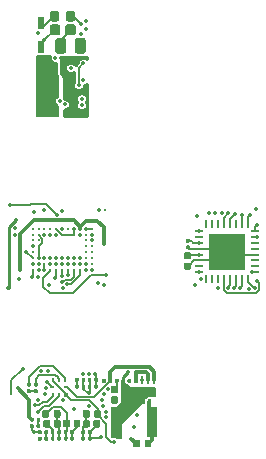
<source format=gbr>
G04 #@! TF.GenerationSoftware,KiCad,Pcbnew,(5.1.5)-3*
G04 #@! TF.CreationDate,2020-06-16T17:34:26-07:00*
G04 #@! TF.ProjectId,Miniscope-v4-Rigid-Flex,4d696e69-7363-46f7-9065-2d76342d5269,rev?*
G04 #@! TF.SameCoordinates,Original*
G04 #@! TF.FileFunction,Copper,L6,Bot*
G04 #@! TF.FilePolarity,Positive*
%FSLAX46Y46*%
G04 Gerber Fmt 4.6, Leading zero omitted, Abs format (unit mm)*
G04 Created by KiCad (PCBNEW (5.1.5)-3) date 2020-06-16 17:34:26*
%MOMM*%
%LPD*%
G04 APERTURE LIST*
%ADD10C,0.100000*%
%ADD11R,0.870000X2.620000*%
%ADD12R,0.270000X0.740000*%
%ADD13R,0.270000X0.820000*%
%ADD14R,0.220000X0.400000*%
%ADD15R,0.320000X0.400000*%
%ADD16R,0.400000X0.220000*%
%ADD17C,0.250000*%
%ADD18R,0.680000X0.260000*%
%ADD19R,0.260000X0.680000*%
%ADD20R,3.100000X3.100000*%
%ADD21R,0.540000X1.060000*%
%ADD22R,0.450000X1.500000*%
%ADD23C,0.350000*%
%ADD24C,0.300000*%
%ADD25C,0.152400*%
%ADD26C,0.304800*%
%ADD27C,0.203200*%
%ADD28C,0.254000*%
%ADD29C,0.101600*%
G04 APERTURE END LIST*
G04 #@! TA.AperFunction,SMDPad,CuDef*
D10*
G36*
X101807896Y-128239573D02*
G01*
X101815419Y-128240689D01*
X101822797Y-128242537D01*
X101829958Y-128245099D01*
X101836833Y-128248351D01*
X101843357Y-128252261D01*
X101849465Y-128256792D01*
X101855101Y-128261899D01*
X101860208Y-128267535D01*
X101864739Y-128273643D01*
X101868649Y-128280167D01*
X101871901Y-128287042D01*
X101874463Y-128294203D01*
X101876311Y-128301581D01*
X101877427Y-128309104D01*
X101877800Y-128316700D01*
X101877800Y-128501700D01*
X101877427Y-128509296D01*
X101876311Y-128516819D01*
X101874463Y-128524197D01*
X101871901Y-128531358D01*
X101868649Y-128538233D01*
X101864739Y-128544757D01*
X101860208Y-128550865D01*
X101855101Y-128556501D01*
X101849465Y-128561608D01*
X101843357Y-128566139D01*
X101836833Y-128570049D01*
X101829958Y-128573301D01*
X101822797Y-128575863D01*
X101815419Y-128577711D01*
X101807896Y-128578827D01*
X101800300Y-128579200D01*
X101645300Y-128579200D01*
X101637704Y-128578827D01*
X101630181Y-128577711D01*
X101622803Y-128575863D01*
X101615642Y-128573301D01*
X101608767Y-128570049D01*
X101602243Y-128566139D01*
X101596135Y-128561608D01*
X101590499Y-128556501D01*
X101585392Y-128550865D01*
X101580861Y-128544757D01*
X101576951Y-128538233D01*
X101573699Y-128531358D01*
X101571137Y-128524197D01*
X101569289Y-128516819D01*
X101568173Y-128509296D01*
X101567800Y-128501700D01*
X101567800Y-128316700D01*
X101568173Y-128309104D01*
X101569289Y-128301581D01*
X101571137Y-128294203D01*
X101573699Y-128287042D01*
X101576951Y-128280167D01*
X101580861Y-128273643D01*
X101585392Y-128267535D01*
X101590499Y-128261899D01*
X101596135Y-128256792D01*
X101602243Y-128252261D01*
X101608767Y-128248351D01*
X101615642Y-128245099D01*
X101622803Y-128242537D01*
X101630181Y-128240689D01*
X101637704Y-128239573D01*
X101645300Y-128239200D01*
X101800300Y-128239200D01*
X101807896Y-128239573D01*
G37*
G04 #@! TD.AperFunction*
G04 #@! TA.AperFunction,SMDPad,CuDef*
G36*
X101257896Y-128239573D02*
G01*
X101265419Y-128240689D01*
X101272797Y-128242537D01*
X101279958Y-128245099D01*
X101286833Y-128248351D01*
X101293357Y-128252261D01*
X101299465Y-128256792D01*
X101305101Y-128261899D01*
X101310208Y-128267535D01*
X101314739Y-128273643D01*
X101318649Y-128280167D01*
X101321901Y-128287042D01*
X101324463Y-128294203D01*
X101326311Y-128301581D01*
X101327427Y-128309104D01*
X101327800Y-128316700D01*
X101327800Y-128501700D01*
X101327427Y-128509296D01*
X101326311Y-128516819D01*
X101324463Y-128524197D01*
X101321901Y-128531358D01*
X101318649Y-128538233D01*
X101314739Y-128544757D01*
X101310208Y-128550865D01*
X101305101Y-128556501D01*
X101299465Y-128561608D01*
X101293357Y-128566139D01*
X101286833Y-128570049D01*
X101279958Y-128573301D01*
X101272797Y-128575863D01*
X101265419Y-128577711D01*
X101257896Y-128578827D01*
X101250300Y-128579200D01*
X101095300Y-128579200D01*
X101087704Y-128578827D01*
X101080181Y-128577711D01*
X101072803Y-128575863D01*
X101065642Y-128573301D01*
X101058767Y-128570049D01*
X101052243Y-128566139D01*
X101046135Y-128561608D01*
X101040499Y-128556501D01*
X101035392Y-128550865D01*
X101030861Y-128544757D01*
X101026951Y-128538233D01*
X101023699Y-128531358D01*
X101021137Y-128524197D01*
X101019289Y-128516819D01*
X101018173Y-128509296D01*
X101017800Y-128501700D01*
X101017800Y-128316700D01*
X101018173Y-128309104D01*
X101019289Y-128301581D01*
X101021137Y-128294203D01*
X101023699Y-128287042D01*
X101026951Y-128280167D01*
X101030861Y-128273643D01*
X101035392Y-128267535D01*
X101040499Y-128261899D01*
X101046135Y-128256792D01*
X101052243Y-128252261D01*
X101058767Y-128248351D01*
X101065642Y-128245099D01*
X101072803Y-128242537D01*
X101080181Y-128240689D01*
X101087704Y-128239573D01*
X101095300Y-128239200D01*
X101250300Y-128239200D01*
X101257896Y-128239573D01*
G37*
G04 #@! TD.AperFunction*
G04 #@! TA.AperFunction,SMDPad,CuDef*
G36*
X102468296Y-128747573D02*
G01*
X102475819Y-128748689D01*
X102483197Y-128750537D01*
X102490358Y-128753099D01*
X102497233Y-128756351D01*
X102503757Y-128760261D01*
X102509865Y-128764792D01*
X102515501Y-128769899D01*
X102520608Y-128775535D01*
X102525139Y-128781643D01*
X102529049Y-128788167D01*
X102532301Y-128795042D01*
X102534863Y-128802203D01*
X102536711Y-128809581D01*
X102537827Y-128817104D01*
X102538200Y-128824700D01*
X102538200Y-129009700D01*
X102537827Y-129017296D01*
X102536711Y-129024819D01*
X102534863Y-129032197D01*
X102532301Y-129039358D01*
X102529049Y-129046233D01*
X102525139Y-129052757D01*
X102520608Y-129058865D01*
X102515501Y-129064501D01*
X102509865Y-129069608D01*
X102503757Y-129074139D01*
X102497233Y-129078049D01*
X102490358Y-129081301D01*
X102483197Y-129083863D01*
X102475819Y-129085711D01*
X102468296Y-129086827D01*
X102460700Y-129087200D01*
X102305700Y-129087200D01*
X102298104Y-129086827D01*
X102290581Y-129085711D01*
X102283203Y-129083863D01*
X102276042Y-129081301D01*
X102269167Y-129078049D01*
X102262643Y-129074139D01*
X102256535Y-129069608D01*
X102250899Y-129064501D01*
X102245792Y-129058865D01*
X102241261Y-129052757D01*
X102237351Y-129046233D01*
X102234099Y-129039358D01*
X102231537Y-129032197D01*
X102229689Y-129024819D01*
X102228573Y-129017296D01*
X102228200Y-129009700D01*
X102228200Y-128824700D01*
X102228573Y-128817104D01*
X102229689Y-128809581D01*
X102231537Y-128802203D01*
X102234099Y-128795042D01*
X102237351Y-128788167D01*
X102241261Y-128781643D01*
X102245792Y-128775535D01*
X102250899Y-128769899D01*
X102256535Y-128764792D01*
X102262643Y-128760261D01*
X102269167Y-128756351D01*
X102276042Y-128753099D01*
X102283203Y-128750537D01*
X102290581Y-128748689D01*
X102298104Y-128747573D01*
X102305700Y-128747200D01*
X102460700Y-128747200D01*
X102468296Y-128747573D01*
G37*
G04 #@! TD.AperFunction*
G04 #@! TA.AperFunction,SMDPad,CuDef*
G36*
X101918296Y-128747573D02*
G01*
X101925819Y-128748689D01*
X101933197Y-128750537D01*
X101940358Y-128753099D01*
X101947233Y-128756351D01*
X101953757Y-128760261D01*
X101959865Y-128764792D01*
X101965501Y-128769899D01*
X101970608Y-128775535D01*
X101975139Y-128781643D01*
X101979049Y-128788167D01*
X101982301Y-128795042D01*
X101984863Y-128802203D01*
X101986711Y-128809581D01*
X101987827Y-128817104D01*
X101988200Y-128824700D01*
X101988200Y-129009700D01*
X101987827Y-129017296D01*
X101986711Y-129024819D01*
X101984863Y-129032197D01*
X101982301Y-129039358D01*
X101979049Y-129046233D01*
X101975139Y-129052757D01*
X101970608Y-129058865D01*
X101965501Y-129064501D01*
X101959865Y-129069608D01*
X101953757Y-129074139D01*
X101947233Y-129078049D01*
X101940358Y-129081301D01*
X101933197Y-129083863D01*
X101925819Y-129085711D01*
X101918296Y-129086827D01*
X101910700Y-129087200D01*
X101755700Y-129087200D01*
X101748104Y-129086827D01*
X101740581Y-129085711D01*
X101733203Y-129083863D01*
X101726042Y-129081301D01*
X101719167Y-129078049D01*
X101712643Y-129074139D01*
X101706535Y-129069608D01*
X101700899Y-129064501D01*
X101695792Y-129058865D01*
X101691261Y-129052757D01*
X101687351Y-129046233D01*
X101684099Y-129039358D01*
X101681537Y-129032197D01*
X101679689Y-129024819D01*
X101678573Y-129017296D01*
X101678200Y-129009700D01*
X101678200Y-128824700D01*
X101678573Y-128817104D01*
X101679689Y-128809581D01*
X101681537Y-128802203D01*
X101684099Y-128795042D01*
X101687351Y-128788167D01*
X101691261Y-128781643D01*
X101695792Y-128775535D01*
X101700899Y-128769899D01*
X101706535Y-128764792D01*
X101712643Y-128760261D01*
X101719167Y-128756351D01*
X101726042Y-128753099D01*
X101733203Y-128750537D01*
X101740581Y-128748689D01*
X101748104Y-128747573D01*
X101755700Y-128747200D01*
X101910700Y-128747200D01*
X101918296Y-128747573D01*
G37*
G04 #@! TD.AperFunction*
G04 #@! TA.AperFunction,SMDPad,CuDef*
G36*
X101257896Y-127680773D02*
G01*
X101265419Y-127681889D01*
X101272797Y-127683737D01*
X101279958Y-127686299D01*
X101286833Y-127689551D01*
X101293357Y-127693461D01*
X101299465Y-127697992D01*
X101305101Y-127703099D01*
X101310208Y-127708735D01*
X101314739Y-127714843D01*
X101318649Y-127721367D01*
X101321901Y-127728242D01*
X101324463Y-127735403D01*
X101326311Y-127742781D01*
X101327427Y-127750304D01*
X101327800Y-127757900D01*
X101327800Y-127942900D01*
X101327427Y-127950496D01*
X101326311Y-127958019D01*
X101324463Y-127965397D01*
X101321901Y-127972558D01*
X101318649Y-127979433D01*
X101314739Y-127985957D01*
X101310208Y-127992065D01*
X101305101Y-127997701D01*
X101299465Y-128002808D01*
X101293357Y-128007339D01*
X101286833Y-128011249D01*
X101279958Y-128014501D01*
X101272797Y-128017063D01*
X101265419Y-128018911D01*
X101257896Y-128020027D01*
X101250300Y-128020400D01*
X101095300Y-128020400D01*
X101087704Y-128020027D01*
X101080181Y-128018911D01*
X101072803Y-128017063D01*
X101065642Y-128014501D01*
X101058767Y-128011249D01*
X101052243Y-128007339D01*
X101046135Y-128002808D01*
X101040499Y-127997701D01*
X101035392Y-127992065D01*
X101030861Y-127985957D01*
X101026951Y-127979433D01*
X101023699Y-127972558D01*
X101021137Y-127965397D01*
X101019289Y-127958019D01*
X101018173Y-127950496D01*
X101017800Y-127942900D01*
X101017800Y-127757900D01*
X101018173Y-127750304D01*
X101019289Y-127742781D01*
X101021137Y-127735403D01*
X101023699Y-127728242D01*
X101026951Y-127721367D01*
X101030861Y-127714843D01*
X101035392Y-127708735D01*
X101040499Y-127703099D01*
X101046135Y-127697992D01*
X101052243Y-127693461D01*
X101058767Y-127689551D01*
X101065642Y-127686299D01*
X101072803Y-127683737D01*
X101080181Y-127681889D01*
X101087704Y-127680773D01*
X101095300Y-127680400D01*
X101250300Y-127680400D01*
X101257896Y-127680773D01*
G37*
G04 #@! TD.AperFunction*
G04 #@! TA.AperFunction,SMDPad,CuDef*
G36*
X101807896Y-127680773D02*
G01*
X101815419Y-127681889D01*
X101822797Y-127683737D01*
X101829958Y-127686299D01*
X101836833Y-127689551D01*
X101843357Y-127693461D01*
X101849465Y-127697992D01*
X101855101Y-127703099D01*
X101860208Y-127708735D01*
X101864739Y-127714843D01*
X101868649Y-127721367D01*
X101871901Y-127728242D01*
X101874463Y-127735403D01*
X101876311Y-127742781D01*
X101877427Y-127750304D01*
X101877800Y-127757900D01*
X101877800Y-127942900D01*
X101877427Y-127950496D01*
X101876311Y-127958019D01*
X101874463Y-127965397D01*
X101871901Y-127972558D01*
X101868649Y-127979433D01*
X101864739Y-127985957D01*
X101860208Y-127992065D01*
X101855101Y-127997701D01*
X101849465Y-128002808D01*
X101843357Y-128007339D01*
X101836833Y-128011249D01*
X101829958Y-128014501D01*
X101822797Y-128017063D01*
X101815419Y-128018911D01*
X101807896Y-128020027D01*
X101800300Y-128020400D01*
X101645300Y-128020400D01*
X101637704Y-128020027D01*
X101630181Y-128018911D01*
X101622803Y-128017063D01*
X101615642Y-128014501D01*
X101608767Y-128011249D01*
X101602243Y-128007339D01*
X101596135Y-128002808D01*
X101590499Y-127997701D01*
X101585392Y-127992065D01*
X101580861Y-127985957D01*
X101576951Y-127979433D01*
X101573699Y-127972558D01*
X101571137Y-127965397D01*
X101569289Y-127958019D01*
X101568173Y-127950496D01*
X101567800Y-127942900D01*
X101567800Y-127757900D01*
X101568173Y-127750304D01*
X101569289Y-127742781D01*
X101571137Y-127735403D01*
X101573699Y-127728242D01*
X101576951Y-127721367D01*
X101580861Y-127714843D01*
X101585392Y-127708735D01*
X101590499Y-127703099D01*
X101596135Y-127697992D01*
X101602243Y-127693461D01*
X101608767Y-127689551D01*
X101615642Y-127686299D01*
X101622803Y-127683737D01*
X101630181Y-127681889D01*
X101637704Y-127680773D01*
X101645300Y-127680400D01*
X101800300Y-127680400D01*
X101807896Y-127680773D01*
G37*
G04 #@! TD.AperFunction*
G04 #@! TA.AperFunction,SMDPad,CuDef*
G36*
X111201896Y-126139373D02*
G01*
X111209419Y-126140489D01*
X111216797Y-126142337D01*
X111223958Y-126144899D01*
X111230833Y-126148151D01*
X111237357Y-126152061D01*
X111243465Y-126156592D01*
X111249101Y-126161699D01*
X111254208Y-126167335D01*
X111258739Y-126173443D01*
X111262649Y-126179967D01*
X111265901Y-126186842D01*
X111268463Y-126194003D01*
X111270311Y-126201381D01*
X111271427Y-126208904D01*
X111271800Y-126216500D01*
X111271800Y-126401500D01*
X111271427Y-126409096D01*
X111270311Y-126416619D01*
X111268463Y-126423997D01*
X111265901Y-126431158D01*
X111262649Y-126438033D01*
X111258739Y-126444557D01*
X111254208Y-126450665D01*
X111249101Y-126456301D01*
X111243465Y-126461408D01*
X111237357Y-126465939D01*
X111230833Y-126469849D01*
X111223958Y-126473101D01*
X111216797Y-126475663D01*
X111209419Y-126477511D01*
X111201896Y-126478627D01*
X111194300Y-126479000D01*
X111039300Y-126479000D01*
X111031704Y-126478627D01*
X111024181Y-126477511D01*
X111016803Y-126475663D01*
X111009642Y-126473101D01*
X111002767Y-126469849D01*
X110996243Y-126465939D01*
X110990135Y-126461408D01*
X110984499Y-126456301D01*
X110979392Y-126450665D01*
X110974861Y-126444557D01*
X110970951Y-126438033D01*
X110967699Y-126431158D01*
X110965137Y-126423997D01*
X110963289Y-126416619D01*
X110962173Y-126409096D01*
X110961800Y-126401500D01*
X110961800Y-126216500D01*
X110962173Y-126208904D01*
X110963289Y-126201381D01*
X110965137Y-126194003D01*
X110967699Y-126186842D01*
X110970951Y-126179967D01*
X110974861Y-126173443D01*
X110979392Y-126167335D01*
X110984499Y-126161699D01*
X110990135Y-126156592D01*
X110996243Y-126152061D01*
X111002767Y-126148151D01*
X111009642Y-126144899D01*
X111016803Y-126142337D01*
X111024181Y-126140489D01*
X111031704Y-126139373D01*
X111039300Y-126139000D01*
X111194300Y-126139000D01*
X111201896Y-126139373D01*
G37*
G04 #@! TD.AperFunction*
G04 #@! TA.AperFunction,SMDPad,CuDef*
G36*
X110651896Y-126139373D02*
G01*
X110659419Y-126140489D01*
X110666797Y-126142337D01*
X110673958Y-126144899D01*
X110680833Y-126148151D01*
X110687357Y-126152061D01*
X110693465Y-126156592D01*
X110699101Y-126161699D01*
X110704208Y-126167335D01*
X110708739Y-126173443D01*
X110712649Y-126179967D01*
X110715901Y-126186842D01*
X110718463Y-126194003D01*
X110720311Y-126201381D01*
X110721427Y-126208904D01*
X110721800Y-126216500D01*
X110721800Y-126401500D01*
X110721427Y-126409096D01*
X110720311Y-126416619D01*
X110718463Y-126423997D01*
X110715901Y-126431158D01*
X110712649Y-126438033D01*
X110708739Y-126444557D01*
X110704208Y-126450665D01*
X110699101Y-126456301D01*
X110693465Y-126461408D01*
X110687357Y-126465939D01*
X110680833Y-126469849D01*
X110673958Y-126473101D01*
X110666797Y-126475663D01*
X110659419Y-126477511D01*
X110651896Y-126478627D01*
X110644300Y-126479000D01*
X110489300Y-126479000D01*
X110481704Y-126478627D01*
X110474181Y-126477511D01*
X110466803Y-126475663D01*
X110459642Y-126473101D01*
X110452767Y-126469849D01*
X110446243Y-126465939D01*
X110440135Y-126461408D01*
X110434499Y-126456301D01*
X110429392Y-126450665D01*
X110424861Y-126444557D01*
X110420951Y-126438033D01*
X110417699Y-126431158D01*
X110415137Y-126423997D01*
X110413289Y-126416619D01*
X110412173Y-126409096D01*
X110411800Y-126401500D01*
X110411800Y-126216500D01*
X110412173Y-126208904D01*
X110413289Y-126201381D01*
X110415137Y-126194003D01*
X110417699Y-126186842D01*
X110420951Y-126179967D01*
X110424861Y-126173443D01*
X110429392Y-126167335D01*
X110434499Y-126161699D01*
X110440135Y-126156592D01*
X110446243Y-126152061D01*
X110452767Y-126148151D01*
X110459642Y-126144899D01*
X110466803Y-126142337D01*
X110474181Y-126140489D01*
X110481704Y-126139373D01*
X110489300Y-126139000D01*
X110644300Y-126139000D01*
X110651896Y-126139373D01*
G37*
G04 #@! TD.AperFunction*
G04 #@! TA.AperFunction,SMDPad,CuDef*
G36*
X107353896Y-124404173D02*
G01*
X107361419Y-124405289D01*
X107368797Y-124407137D01*
X107375958Y-124409699D01*
X107382833Y-124412951D01*
X107389357Y-124416861D01*
X107395465Y-124421392D01*
X107401101Y-124426499D01*
X107406208Y-124432135D01*
X107410739Y-124438243D01*
X107414649Y-124444767D01*
X107417901Y-124451642D01*
X107420463Y-124458803D01*
X107422311Y-124466181D01*
X107423427Y-124473704D01*
X107423800Y-124481300D01*
X107423800Y-124666300D01*
X107423427Y-124673896D01*
X107422311Y-124681419D01*
X107420463Y-124688797D01*
X107417901Y-124695958D01*
X107414649Y-124702833D01*
X107410739Y-124709357D01*
X107406208Y-124715465D01*
X107401101Y-124721101D01*
X107395465Y-124726208D01*
X107389357Y-124730739D01*
X107382833Y-124734649D01*
X107375958Y-124737901D01*
X107368797Y-124740463D01*
X107361419Y-124742311D01*
X107353896Y-124743427D01*
X107346300Y-124743800D01*
X107191300Y-124743800D01*
X107183704Y-124743427D01*
X107176181Y-124742311D01*
X107168803Y-124740463D01*
X107161642Y-124737901D01*
X107154767Y-124734649D01*
X107148243Y-124730739D01*
X107142135Y-124726208D01*
X107136499Y-124721101D01*
X107131392Y-124715465D01*
X107126861Y-124709357D01*
X107122951Y-124702833D01*
X107119699Y-124695958D01*
X107117137Y-124688797D01*
X107115289Y-124681419D01*
X107114173Y-124673896D01*
X107113800Y-124666300D01*
X107113800Y-124481300D01*
X107114173Y-124473704D01*
X107115289Y-124466181D01*
X107117137Y-124458803D01*
X107119699Y-124451642D01*
X107122951Y-124444767D01*
X107126861Y-124438243D01*
X107131392Y-124432135D01*
X107136499Y-124426499D01*
X107142135Y-124421392D01*
X107148243Y-124416861D01*
X107154767Y-124412951D01*
X107161642Y-124409699D01*
X107168803Y-124407137D01*
X107176181Y-124405289D01*
X107183704Y-124404173D01*
X107191300Y-124403800D01*
X107346300Y-124403800D01*
X107353896Y-124404173D01*
G37*
G04 #@! TD.AperFunction*
G04 #@! TA.AperFunction,SMDPad,CuDef*
G36*
X107903896Y-124404173D02*
G01*
X107911419Y-124405289D01*
X107918797Y-124407137D01*
X107925958Y-124409699D01*
X107932833Y-124412951D01*
X107939357Y-124416861D01*
X107945465Y-124421392D01*
X107951101Y-124426499D01*
X107956208Y-124432135D01*
X107960739Y-124438243D01*
X107964649Y-124444767D01*
X107967901Y-124451642D01*
X107970463Y-124458803D01*
X107972311Y-124466181D01*
X107973427Y-124473704D01*
X107973800Y-124481300D01*
X107973800Y-124666300D01*
X107973427Y-124673896D01*
X107972311Y-124681419D01*
X107970463Y-124688797D01*
X107967901Y-124695958D01*
X107964649Y-124702833D01*
X107960739Y-124709357D01*
X107956208Y-124715465D01*
X107951101Y-124721101D01*
X107945465Y-124726208D01*
X107939357Y-124730739D01*
X107932833Y-124734649D01*
X107925958Y-124737901D01*
X107918797Y-124740463D01*
X107911419Y-124742311D01*
X107903896Y-124743427D01*
X107896300Y-124743800D01*
X107741300Y-124743800D01*
X107733704Y-124743427D01*
X107726181Y-124742311D01*
X107718803Y-124740463D01*
X107711642Y-124737901D01*
X107704767Y-124734649D01*
X107698243Y-124730739D01*
X107692135Y-124726208D01*
X107686499Y-124721101D01*
X107681392Y-124715465D01*
X107676861Y-124709357D01*
X107672951Y-124702833D01*
X107669699Y-124695958D01*
X107667137Y-124688797D01*
X107665289Y-124681419D01*
X107664173Y-124673896D01*
X107663800Y-124666300D01*
X107663800Y-124481300D01*
X107664173Y-124473704D01*
X107665289Y-124466181D01*
X107667137Y-124458803D01*
X107669699Y-124451642D01*
X107672951Y-124444767D01*
X107676861Y-124438243D01*
X107681392Y-124432135D01*
X107686499Y-124426499D01*
X107692135Y-124421392D01*
X107698243Y-124416861D01*
X107704767Y-124412951D01*
X107711642Y-124409699D01*
X107718803Y-124407137D01*
X107726181Y-124405289D01*
X107733704Y-124404173D01*
X107741300Y-124403800D01*
X107896300Y-124403800D01*
X107903896Y-124404173D01*
G37*
G04 #@! TD.AperFunction*
D11*
X108330200Y-128061600D03*
X111380200Y-128061600D03*
G04 #@! TA.AperFunction,SMDPad,CuDef*
D10*
G36*
X106895358Y-127048510D02*
G01*
X106909676Y-127050634D01*
X106923717Y-127054151D01*
X106937346Y-127059028D01*
X106950431Y-127065217D01*
X106962847Y-127072658D01*
X106974473Y-127081281D01*
X106985198Y-127091002D01*
X106994919Y-127101727D01*
X107003542Y-127113353D01*
X107010983Y-127125769D01*
X107017172Y-127138854D01*
X107022049Y-127152483D01*
X107025566Y-127166524D01*
X107027690Y-127180842D01*
X107028400Y-127195300D01*
X107028400Y-127540300D01*
X107027690Y-127554758D01*
X107025566Y-127569076D01*
X107022049Y-127583117D01*
X107017172Y-127596746D01*
X107010983Y-127609831D01*
X107003542Y-127622247D01*
X106994919Y-127633873D01*
X106985198Y-127644598D01*
X106974473Y-127654319D01*
X106962847Y-127662942D01*
X106950431Y-127670383D01*
X106937346Y-127676572D01*
X106923717Y-127681449D01*
X106909676Y-127684966D01*
X106895358Y-127687090D01*
X106880900Y-127687800D01*
X106585900Y-127687800D01*
X106571442Y-127687090D01*
X106557124Y-127684966D01*
X106543083Y-127681449D01*
X106529454Y-127676572D01*
X106516369Y-127670383D01*
X106503953Y-127662942D01*
X106492327Y-127654319D01*
X106481602Y-127644598D01*
X106471881Y-127633873D01*
X106463258Y-127622247D01*
X106455817Y-127609831D01*
X106449628Y-127596746D01*
X106444751Y-127583117D01*
X106441234Y-127569076D01*
X106439110Y-127554758D01*
X106438400Y-127540300D01*
X106438400Y-127195300D01*
X106439110Y-127180842D01*
X106441234Y-127166524D01*
X106444751Y-127152483D01*
X106449628Y-127138854D01*
X106455817Y-127125769D01*
X106463258Y-127113353D01*
X106471881Y-127101727D01*
X106481602Y-127091002D01*
X106492327Y-127081281D01*
X106503953Y-127072658D01*
X106516369Y-127065217D01*
X106529454Y-127059028D01*
X106543083Y-127054151D01*
X106557124Y-127050634D01*
X106571442Y-127048510D01*
X106585900Y-127047800D01*
X106880900Y-127047800D01*
X106895358Y-127048510D01*
G37*
G04 #@! TD.AperFunction*
G04 #@! TA.AperFunction,SMDPad,CuDef*
G36*
X105925358Y-127048510D02*
G01*
X105939676Y-127050634D01*
X105953717Y-127054151D01*
X105967346Y-127059028D01*
X105980431Y-127065217D01*
X105992847Y-127072658D01*
X106004473Y-127081281D01*
X106015198Y-127091002D01*
X106024919Y-127101727D01*
X106033542Y-127113353D01*
X106040983Y-127125769D01*
X106047172Y-127138854D01*
X106052049Y-127152483D01*
X106055566Y-127166524D01*
X106057690Y-127180842D01*
X106058400Y-127195300D01*
X106058400Y-127540300D01*
X106057690Y-127554758D01*
X106055566Y-127569076D01*
X106052049Y-127583117D01*
X106047172Y-127596746D01*
X106040983Y-127609831D01*
X106033542Y-127622247D01*
X106024919Y-127633873D01*
X106015198Y-127644598D01*
X106004473Y-127654319D01*
X105992847Y-127662942D01*
X105980431Y-127670383D01*
X105967346Y-127676572D01*
X105953717Y-127681449D01*
X105939676Y-127684966D01*
X105925358Y-127687090D01*
X105910900Y-127687800D01*
X105615900Y-127687800D01*
X105601442Y-127687090D01*
X105587124Y-127684966D01*
X105573083Y-127681449D01*
X105559454Y-127676572D01*
X105546369Y-127670383D01*
X105533953Y-127662942D01*
X105522327Y-127654319D01*
X105511602Y-127644598D01*
X105501881Y-127633873D01*
X105493258Y-127622247D01*
X105485817Y-127609831D01*
X105479628Y-127596746D01*
X105474751Y-127583117D01*
X105471234Y-127569076D01*
X105469110Y-127554758D01*
X105468400Y-127540300D01*
X105468400Y-127195300D01*
X105469110Y-127180842D01*
X105471234Y-127166524D01*
X105474751Y-127152483D01*
X105479628Y-127138854D01*
X105485817Y-127125769D01*
X105493258Y-127113353D01*
X105501881Y-127101727D01*
X105511602Y-127091002D01*
X105522327Y-127081281D01*
X105533953Y-127072658D01*
X105546369Y-127065217D01*
X105559454Y-127059028D01*
X105573083Y-127054151D01*
X105587124Y-127050634D01*
X105601442Y-127048510D01*
X105615900Y-127047800D01*
X105910900Y-127047800D01*
X105925358Y-127048510D01*
G37*
G04 #@! TD.AperFunction*
G04 #@! TA.AperFunction,SMDPad,CuDef*
G36*
X102496358Y-127048510D02*
G01*
X102510676Y-127050634D01*
X102524717Y-127054151D01*
X102538346Y-127059028D01*
X102551431Y-127065217D01*
X102563847Y-127072658D01*
X102575473Y-127081281D01*
X102586198Y-127091002D01*
X102595919Y-127101727D01*
X102604542Y-127113353D01*
X102611983Y-127125769D01*
X102618172Y-127138854D01*
X102623049Y-127152483D01*
X102626566Y-127166524D01*
X102628690Y-127180842D01*
X102629400Y-127195300D01*
X102629400Y-127540300D01*
X102628690Y-127554758D01*
X102626566Y-127569076D01*
X102623049Y-127583117D01*
X102618172Y-127596746D01*
X102611983Y-127609831D01*
X102604542Y-127622247D01*
X102595919Y-127633873D01*
X102586198Y-127644598D01*
X102575473Y-127654319D01*
X102563847Y-127662942D01*
X102551431Y-127670383D01*
X102538346Y-127676572D01*
X102524717Y-127681449D01*
X102510676Y-127684966D01*
X102496358Y-127687090D01*
X102481900Y-127687800D01*
X102186900Y-127687800D01*
X102172442Y-127687090D01*
X102158124Y-127684966D01*
X102144083Y-127681449D01*
X102130454Y-127676572D01*
X102117369Y-127670383D01*
X102104953Y-127662942D01*
X102093327Y-127654319D01*
X102082602Y-127644598D01*
X102072881Y-127633873D01*
X102064258Y-127622247D01*
X102056817Y-127609831D01*
X102050628Y-127596746D01*
X102045751Y-127583117D01*
X102042234Y-127569076D01*
X102040110Y-127554758D01*
X102039400Y-127540300D01*
X102039400Y-127195300D01*
X102040110Y-127180842D01*
X102042234Y-127166524D01*
X102045751Y-127152483D01*
X102050628Y-127138854D01*
X102056817Y-127125769D01*
X102064258Y-127113353D01*
X102072881Y-127101727D01*
X102082602Y-127091002D01*
X102093327Y-127081281D01*
X102104953Y-127072658D01*
X102117369Y-127065217D01*
X102130454Y-127059028D01*
X102144083Y-127054151D01*
X102158124Y-127050634D01*
X102172442Y-127048510D01*
X102186900Y-127047800D01*
X102481900Y-127047800D01*
X102496358Y-127048510D01*
G37*
G04 #@! TD.AperFunction*
G04 #@! TA.AperFunction,SMDPad,CuDef*
G36*
X103466358Y-127048510D02*
G01*
X103480676Y-127050634D01*
X103494717Y-127054151D01*
X103508346Y-127059028D01*
X103521431Y-127065217D01*
X103533847Y-127072658D01*
X103545473Y-127081281D01*
X103556198Y-127091002D01*
X103565919Y-127101727D01*
X103574542Y-127113353D01*
X103581983Y-127125769D01*
X103588172Y-127138854D01*
X103593049Y-127152483D01*
X103596566Y-127166524D01*
X103598690Y-127180842D01*
X103599400Y-127195300D01*
X103599400Y-127540300D01*
X103598690Y-127554758D01*
X103596566Y-127569076D01*
X103593049Y-127583117D01*
X103588172Y-127596746D01*
X103581983Y-127609831D01*
X103574542Y-127622247D01*
X103565919Y-127633873D01*
X103556198Y-127644598D01*
X103545473Y-127654319D01*
X103533847Y-127662942D01*
X103521431Y-127670383D01*
X103508346Y-127676572D01*
X103494717Y-127681449D01*
X103480676Y-127684966D01*
X103466358Y-127687090D01*
X103451900Y-127687800D01*
X103156900Y-127687800D01*
X103142442Y-127687090D01*
X103128124Y-127684966D01*
X103114083Y-127681449D01*
X103100454Y-127676572D01*
X103087369Y-127670383D01*
X103074953Y-127662942D01*
X103063327Y-127654319D01*
X103052602Y-127644598D01*
X103042881Y-127633873D01*
X103034258Y-127622247D01*
X103026817Y-127609831D01*
X103020628Y-127596746D01*
X103015751Y-127583117D01*
X103012234Y-127569076D01*
X103010110Y-127554758D01*
X103009400Y-127540300D01*
X103009400Y-127195300D01*
X103010110Y-127180842D01*
X103012234Y-127166524D01*
X103015751Y-127152483D01*
X103020628Y-127138854D01*
X103026817Y-127125769D01*
X103034258Y-127113353D01*
X103042881Y-127101727D01*
X103052602Y-127091002D01*
X103063327Y-127081281D01*
X103074953Y-127072658D01*
X103087369Y-127065217D01*
X103100454Y-127059028D01*
X103114083Y-127054151D01*
X103128124Y-127050634D01*
X103142442Y-127048510D01*
X103156900Y-127047800D01*
X103451900Y-127047800D01*
X103466358Y-127048510D01*
G37*
G04 #@! TD.AperFunction*
D12*
X111523600Y-124475600D03*
X111023600Y-124475600D03*
X110523600Y-124475600D03*
X110523600Y-125535600D03*
X111023600Y-125535600D03*
D13*
X111523600Y-125495600D03*
G04 #@! TA.AperFunction,SMDPad,CuDef*
D10*
G36*
X106134696Y-124886773D02*
G01*
X106142219Y-124887889D01*
X106149597Y-124889737D01*
X106156758Y-124892299D01*
X106163633Y-124895551D01*
X106170157Y-124899461D01*
X106176265Y-124903992D01*
X106181901Y-124909099D01*
X106187008Y-124914735D01*
X106191539Y-124920843D01*
X106195449Y-124927367D01*
X106198701Y-124934242D01*
X106201263Y-124941403D01*
X106203111Y-124948781D01*
X106204227Y-124956304D01*
X106204600Y-124963900D01*
X106204600Y-125148900D01*
X106204227Y-125156496D01*
X106203111Y-125164019D01*
X106201263Y-125171397D01*
X106198701Y-125178558D01*
X106195449Y-125185433D01*
X106191539Y-125191957D01*
X106187008Y-125198065D01*
X106181901Y-125203701D01*
X106176265Y-125208808D01*
X106170157Y-125213339D01*
X106163633Y-125217249D01*
X106156758Y-125220501D01*
X106149597Y-125223063D01*
X106142219Y-125224911D01*
X106134696Y-125226027D01*
X106127100Y-125226400D01*
X105972100Y-125226400D01*
X105964504Y-125226027D01*
X105956981Y-125224911D01*
X105949603Y-125223063D01*
X105942442Y-125220501D01*
X105935567Y-125217249D01*
X105929043Y-125213339D01*
X105922935Y-125208808D01*
X105917299Y-125203701D01*
X105912192Y-125198065D01*
X105907661Y-125191957D01*
X105903751Y-125185433D01*
X105900499Y-125178558D01*
X105897937Y-125171397D01*
X105896089Y-125164019D01*
X105894973Y-125156496D01*
X105894600Y-125148900D01*
X105894600Y-124963900D01*
X105894973Y-124956304D01*
X105896089Y-124948781D01*
X105897937Y-124941403D01*
X105900499Y-124934242D01*
X105903751Y-124927367D01*
X105907661Y-124920843D01*
X105912192Y-124914735D01*
X105917299Y-124909099D01*
X105922935Y-124903992D01*
X105929043Y-124899461D01*
X105935567Y-124895551D01*
X105942442Y-124892299D01*
X105949603Y-124889737D01*
X105956981Y-124887889D01*
X105964504Y-124886773D01*
X105972100Y-124886400D01*
X106127100Y-124886400D01*
X106134696Y-124886773D01*
G37*
G04 #@! TD.AperFunction*
G04 #@! TA.AperFunction,SMDPad,CuDef*
G36*
X106684696Y-124886773D02*
G01*
X106692219Y-124887889D01*
X106699597Y-124889737D01*
X106706758Y-124892299D01*
X106713633Y-124895551D01*
X106720157Y-124899461D01*
X106726265Y-124903992D01*
X106731901Y-124909099D01*
X106737008Y-124914735D01*
X106741539Y-124920843D01*
X106745449Y-124927367D01*
X106748701Y-124934242D01*
X106751263Y-124941403D01*
X106753111Y-124948781D01*
X106754227Y-124956304D01*
X106754600Y-124963900D01*
X106754600Y-125148900D01*
X106754227Y-125156496D01*
X106753111Y-125164019D01*
X106751263Y-125171397D01*
X106748701Y-125178558D01*
X106745449Y-125185433D01*
X106741539Y-125191957D01*
X106737008Y-125198065D01*
X106731901Y-125203701D01*
X106726265Y-125208808D01*
X106720157Y-125213339D01*
X106713633Y-125217249D01*
X106706758Y-125220501D01*
X106699597Y-125223063D01*
X106692219Y-125224911D01*
X106684696Y-125226027D01*
X106677100Y-125226400D01*
X106522100Y-125226400D01*
X106514504Y-125226027D01*
X106506981Y-125224911D01*
X106499603Y-125223063D01*
X106492442Y-125220501D01*
X106485567Y-125217249D01*
X106479043Y-125213339D01*
X106472935Y-125208808D01*
X106467299Y-125203701D01*
X106462192Y-125198065D01*
X106457661Y-125191957D01*
X106453751Y-125185433D01*
X106450499Y-125178558D01*
X106447937Y-125171397D01*
X106446089Y-125164019D01*
X106444973Y-125156496D01*
X106444600Y-125148900D01*
X106444600Y-124963900D01*
X106444973Y-124956304D01*
X106446089Y-124948781D01*
X106447937Y-124941403D01*
X106450499Y-124934242D01*
X106453751Y-124927367D01*
X106457661Y-124920843D01*
X106462192Y-124914735D01*
X106467299Y-124909099D01*
X106472935Y-124903992D01*
X106479043Y-124899461D01*
X106485567Y-124895551D01*
X106492442Y-124892299D01*
X106499603Y-124889737D01*
X106506981Y-124887889D01*
X106514504Y-124886773D01*
X106522100Y-124886400D01*
X106677100Y-124886400D01*
X106684696Y-124886773D01*
G37*
G04 #@! TD.AperFunction*
G04 #@! TA.AperFunction,SMDPad,CuDef*
G36*
X106151296Y-129280973D02*
G01*
X106158819Y-129282089D01*
X106166197Y-129283937D01*
X106173358Y-129286499D01*
X106180233Y-129289751D01*
X106186757Y-129293661D01*
X106192865Y-129298192D01*
X106198501Y-129303299D01*
X106203608Y-129308935D01*
X106208139Y-129315043D01*
X106212049Y-129321567D01*
X106215301Y-129328442D01*
X106217863Y-129335603D01*
X106219711Y-129342981D01*
X106220827Y-129350504D01*
X106221200Y-129358100D01*
X106221200Y-129543100D01*
X106220827Y-129550696D01*
X106219711Y-129558219D01*
X106217863Y-129565597D01*
X106215301Y-129572758D01*
X106212049Y-129579633D01*
X106208139Y-129586157D01*
X106203608Y-129592265D01*
X106198501Y-129597901D01*
X106192865Y-129603008D01*
X106186757Y-129607539D01*
X106180233Y-129611449D01*
X106173358Y-129614701D01*
X106166197Y-129617263D01*
X106158819Y-129619111D01*
X106151296Y-129620227D01*
X106143700Y-129620600D01*
X105988700Y-129620600D01*
X105981104Y-129620227D01*
X105973581Y-129619111D01*
X105966203Y-129617263D01*
X105959042Y-129614701D01*
X105952167Y-129611449D01*
X105945643Y-129607539D01*
X105939535Y-129603008D01*
X105933899Y-129597901D01*
X105928792Y-129592265D01*
X105924261Y-129586157D01*
X105920351Y-129579633D01*
X105917099Y-129572758D01*
X105914537Y-129565597D01*
X105912689Y-129558219D01*
X105911573Y-129550696D01*
X105911200Y-129543100D01*
X105911200Y-129358100D01*
X105911573Y-129350504D01*
X105912689Y-129342981D01*
X105914537Y-129335603D01*
X105917099Y-129328442D01*
X105920351Y-129321567D01*
X105924261Y-129315043D01*
X105928792Y-129308935D01*
X105933899Y-129303299D01*
X105939535Y-129298192D01*
X105945643Y-129293661D01*
X105952167Y-129289751D01*
X105959042Y-129286499D01*
X105966203Y-129283937D01*
X105973581Y-129282089D01*
X105981104Y-129280973D01*
X105988700Y-129280600D01*
X106143700Y-129280600D01*
X106151296Y-129280973D01*
G37*
G04 #@! TD.AperFunction*
G04 #@! TA.AperFunction,SMDPad,CuDef*
G36*
X105601296Y-129280973D02*
G01*
X105608819Y-129282089D01*
X105616197Y-129283937D01*
X105623358Y-129286499D01*
X105630233Y-129289751D01*
X105636757Y-129293661D01*
X105642865Y-129298192D01*
X105648501Y-129303299D01*
X105653608Y-129308935D01*
X105658139Y-129315043D01*
X105662049Y-129321567D01*
X105665301Y-129328442D01*
X105667863Y-129335603D01*
X105669711Y-129342981D01*
X105670827Y-129350504D01*
X105671200Y-129358100D01*
X105671200Y-129543100D01*
X105670827Y-129550696D01*
X105669711Y-129558219D01*
X105667863Y-129565597D01*
X105665301Y-129572758D01*
X105662049Y-129579633D01*
X105658139Y-129586157D01*
X105653608Y-129592265D01*
X105648501Y-129597901D01*
X105642865Y-129603008D01*
X105636757Y-129607539D01*
X105630233Y-129611449D01*
X105623358Y-129614701D01*
X105616197Y-129617263D01*
X105608819Y-129619111D01*
X105601296Y-129620227D01*
X105593700Y-129620600D01*
X105438700Y-129620600D01*
X105431104Y-129620227D01*
X105423581Y-129619111D01*
X105416203Y-129617263D01*
X105409042Y-129614701D01*
X105402167Y-129611449D01*
X105395643Y-129607539D01*
X105389535Y-129603008D01*
X105383899Y-129597901D01*
X105378792Y-129592265D01*
X105374261Y-129586157D01*
X105370351Y-129579633D01*
X105367099Y-129572758D01*
X105364537Y-129565597D01*
X105362689Y-129558219D01*
X105361573Y-129550696D01*
X105361200Y-129543100D01*
X105361200Y-129358100D01*
X105361573Y-129350504D01*
X105362689Y-129342981D01*
X105364537Y-129335603D01*
X105367099Y-129328442D01*
X105370351Y-129321567D01*
X105374261Y-129315043D01*
X105378792Y-129308935D01*
X105383899Y-129303299D01*
X105389535Y-129298192D01*
X105395643Y-129293661D01*
X105402167Y-129289751D01*
X105409042Y-129286499D01*
X105416203Y-129283937D01*
X105423581Y-129282089D01*
X105431104Y-129280973D01*
X105438700Y-129280600D01*
X105593700Y-129280600D01*
X105601296Y-129280973D01*
G37*
G04 #@! TD.AperFunction*
G04 #@! TA.AperFunction,SMDPad,CuDef*
G36*
X105617896Y-124302573D02*
G01*
X105625419Y-124303689D01*
X105632797Y-124305537D01*
X105639958Y-124308099D01*
X105646833Y-124311351D01*
X105653357Y-124315261D01*
X105659465Y-124319792D01*
X105665101Y-124324899D01*
X105670208Y-124330535D01*
X105674739Y-124336643D01*
X105678649Y-124343167D01*
X105681901Y-124350042D01*
X105684463Y-124357203D01*
X105686311Y-124364581D01*
X105687427Y-124372104D01*
X105687800Y-124379700D01*
X105687800Y-124564700D01*
X105687427Y-124572296D01*
X105686311Y-124579819D01*
X105684463Y-124587197D01*
X105681901Y-124594358D01*
X105678649Y-124601233D01*
X105674739Y-124607757D01*
X105670208Y-124613865D01*
X105665101Y-124619501D01*
X105659465Y-124624608D01*
X105653357Y-124629139D01*
X105646833Y-124633049D01*
X105639958Y-124636301D01*
X105632797Y-124638863D01*
X105625419Y-124640711D01*
X105617896Y-124641827D01*
X105610300Y-124642200D01*
X105455300Y-124642200D01*
X105447704Y-124641827D01*
X105440181Y-124640711D01*
X105432803Y-124638863D01*
X105425642Y-124636301D01*
X105418767Y-124633049D01*
X105412243Y-124629139D01*
X105406135Y-124624608D01*
X105400499Y-124619501D01*
X105395392Y-124613865D01*
X105390861Y-124607757D01*
X105386951Y-124601233D01*
X105383699Y-124594358D01*
X105381137Y-124587197D01*
X105379289Y-124579819D01*
X105378173Y-124572296D01*
X105377800Y-124564700D01*
X105377800Y-124379700D01*
X105378173Y-124372104D01*
X105379289Y-124364581D01*
X105381137Y-124357203D01*
X105383699Y-124350042D01*
X105386951Y-124343167D01*
X105390861Y-124336643D01*
X105395392Y-124330535D01*
X105400499Y-124324899D01*
X105406135Y-124319792D01*
X105412243Y-124315261D01*
X105418767Y-124311351D01*
X105425642Y-124308099D01*
X105432803Y-124305537D01*
X105440181Y-124303689D01*
X105447704Y-124302573D01*
X105455300Y-124302200D01*
X105610300Y-124302200D01*
X105617896Y-124302573D01*
G37*
G04 #@! TD.AperFunction*
G04 #@! TA.AperFunction,SMDPad,CuDef*
G36*
X105067896Y-124302573D02*
G01*
X105075419Y-124303689D01*
X105082797Y-124305537D01*
X105089958Y-124308099D01*
X105096833Y-124311351D01*
X105103357Y-124315261D01*
X105109465Y-124319792D01*
X105115101Y-124324899D01*
X105120208Y-124330535D01*
X105124739Y-124336643D01*
X105128649Y-124343167D01*
X105131901Y-124350042D01*
X105134463Y-124357203D01*
X105136311Y-124364581D01*
X105137427Y-124372104D01*
X105137800Y-124379700D01*
X105137800Y-124564700D01*
X105137427Y-124572296D01*
X105136311Y-124579819D01*
X105134463Y-124587197D01*
X105131901Y-124594358D01*
X105128649Y-124601233D01*
X105124739Y-124607757D01*
X105120208Y-124613865D01*
X105115101Y-124619501D01*
X105109465Y-124624608D01*
X105103357Y-124629139D01*
X105096833Y-124633049D01*
X105089958Y-124636301D01*
X105082797Y-124638863D01*
X105075419Y-124640711D01*
X105067896Y-124641827D01*
X105060300Y-124642200D01*
X104905300Y-124642200D01*
X104897704Y-124641827D01*
X104890181Y-124640711D01*
X104882803Y-124638863D01*
X104875642Y-124636301D01*
X104868767Y-124633049D01*
X104862243Y-124629139D01*
X104856135Y-124624608D01*
X104850499Y-124619501D01*
X104845392Y-124613865D01*
X104840861Y-124607757D01*
X104836951Y-124601233D01*
X104833699Y-124594358D01*
X104831137Y-124587197D01*
X104829289Y-124579819D01*
X104828173Y-124572296D01*
X104827800Y-124564700D01*
X104827800Y-124379700D01*
X104828173Y-124372104D01*
X104829289Y-124364581D01*
X104831137Y-124357203D01*
X104833699Y-124350042D01*
X104836951Y-124343167D01*
X104840861Y-124336643D01*
X104845392Y-124330535D01*
X104850499Y-124324899D01*
X104856135Y-124319792D01*
X104862243Y-124315261D01*
X104868767Y-124311351D01*
X104875642Y-124308099D01*
X104882803Y-124305537D01*
X104890181Y-124303689D01*
X104897704Y-124302573D01*
X104905300Y-124302200D01*
X105060300Y-124302200D01*
X105067896Y-124302573D01*
G37*
G04 #@! TD.AperFunction*
G04 #@! TA.AperFunction,SMDPad,CuDef*
G36*
X111162558Y-129571110D02*
G01*
X111176876Y-129573234D01*
X111190917Y-129576751D01*
X111204546Y-129581628D01*
X111217631Y-129587817D01*
X111230047Y-129595258D01*
X111241673Y-129603881D01*
X111252398Y-129613602D01*
X111262119Y-129624327D01*
X111270742Y-129635953D01*
X111278183Y-129648369D01*
X111284372Y-129661454D01*
X111289249Y-129675083D01*
X111292766Y-129689124D01*
X111294890Y-129703442D01*
X111295600Y-129717900D01*
X111295600Y-130062900D01*
X111294890Y-130077358D01*
X111292766Y-130091676D01*
X111289249Y-130105717D01*
X111284372Y-130119346D01*
X111278183Y-130132431D01*
X111270742Y-130144847D01*
X111262119Y-130156473D01*
X111252398Y-130167198D01*
X111241673Y-130176919D01*
X111230047Y-130185542D01*
X111217631Y-130192983D01*
X111204546Y-130199172D01*
X111190917Y-130204049D01*
X111176876Y-130207566D01*
X111162558Y-130209690D01*
X111148100Y-130210400D01*
X110853100Y-130210400D01*
X110838642Y-130209690D01*
X110824324Y-130207566D01*
X110810283Y-130204049D01*
X110796654Y-130199172D01*
X110783569Y-130192983D01*
X110771153Y-130185542D01*
X110759527Y-130176919D01*
X110748802Y-130167198D01*
X110739081Y-130156473D01*
X110730458Y-130144847D01*
X110723017Y-130132431D01*
X110716828Y-130119346D01*
X110711951Y-130105717D01*
X110708434Y-130091676D01*
X110706310Y-130077358D01*
X110705600Y-130062900D01*
X110705600Y-129717900D01*
X110706310Y-129703442D01*
X110708434Y-129689124D01*
X110711951Y-129675083D01*
X110716828Y-129661454D01*
X110723017Y-129648369D01*
X110730458Y-129635953D01*
X110739081Y-129624327D01*
X110748802Y-129613602D01*
X110759527Y-129603881D01*
X110771153Y-129595258D01*
X110783569Y-129587817D01*
X110796654Y-129581628D01*
X110810283Y-129576751D01*
X110824324Y-129573234D01*
X110838642Y-129571110D01*
X110853100Y-129570400D01*
X111148100Y-129570400D01*
X111162558Y-129571110D01*
G37*
G04 #@! TD.AperFunction*
G04 #@! TA.AperFunction,SMDPad,CuDef*
G36*
X110192558Y-129571110D02*
G01*
X110206876Y-129573234D01*
X110220917Y-129576751D01*
X110234546Y-129581628D01*
X110247631Y-129587817D01*
X110260047Y-129595258D01*
X110271673Y-129603881D01*
X110282398Y-129613602D01*
X110292119Y-129624327D01*
X110300742Y-129635953D01*
X110308183Y-129648369D01*
X110314372Y-129661454D01*
X110319249Y-129675083D01*
X110322766Y-129689124D01*
X110324890Y-129703442D01*
X110325600Y-129717900D01*
X110325600Y-130062900D01*
X110324890Y-130077358D01*
X110322766Y-130091676D01*
X110319249Y-130105717D01*
X110314372Y-130119346D01*
X110308183Y-130132431D01*
X110300742Y-130144847D01*
X110292119Y-130156473D01*
X110282398Y-130167198D01*
X110271673Y-130176919D01*
X110260047Y-130185542D01*
X110247631Y-130192983D01*
X110234546Y-130199172D01*
X110220917Y-130204049D01*
X110206876Y-130207566D01*
X110192558Y-130209690D01*
X110178100Y-130210400D01*
X109883100Y-130210400D01*
X109868642Y-130209690D01*
X109854324Y-130207566D01*
X109840283Y-130204049D01*
X109826654Y-130199172D01*
X109813569Y-130192983D01*
X109801153Y-130185542D01*
X109789527Y-130176919D01*
X109778802Y-130167198D01*
X109769081Y-130156473D01*
X109760458Y-130144847D01*
X109753017Y-130132431D01*
X109746828Y-130119346D01*
X109741951Y-130105717D01*
X109738434Y-130091676D01*
X109736310Y-130077358D01*
X109735600Y-130062900D01*
X109735600Y-129717900D01*
X109736310Y-129703442D01*
X109738434Y-129689124D01*
X109741951Y-129675083D01*
X109746828Y-129661454D01*
X109753017Y-129648369D01*
X109760458Y-129635953D01*
X109769081Y-129624327D01*
X109778802Y-129613602D01*
X109789527Y-129603881D01*
X109801153Y-129595258D01*
X109813569Y-129587817D01*
X109826654Y-129581628D01*
X109840283Y-129576751D01*
X109854324Y-129573234D01*
X109868642Y-129571110D01*
X109883100Y-129570400D01*
X110178100Y-129570400D01*
X110192558Y-129571110D01*
G37*
G04 #@! TD.AperFunction*
G04 #@! TA.AperFunction,SMDPad,CuDef*
G36*
X105617896Y-124886773D02*
G01*
X105625419Y-124887889D01*
X105632797Y-124889737D01*
X105639958Y-124892299D01*
X105646833Y-124895551D01*
X105653357Y-124899461D01*
X105659465Y-124903992D01*
X105665101Y-124909099D01*
X105670208Y-124914735D01*
X105674739Y-124920843D01*
X105678649Y-124927367D01*
X105681901Y-124934242D01*
X105684463Y-124941403D01*
X105686311Y-124948781D01*
X105687427Y-124956304D01*
X105687800Y-124963900D01*
X105687800Y-125148900D01*
X105687427Y-125156496D01*
X105686311Y-125164019D01*
X105684463Y-125171397D01*
X105681901Y-125178558D01*
X105678649Y-125185433D01*
X105674739Y-125191957D01*
X105670208Y-125198065D01*
X105665101Y-125203701D01*
X105659465Y-125208808D01*
X105653357Y-125213339D01*
X105646833Y-125217249D01*
X105639958Y-125220501D01*
X105632797Y-125223063D01*
X105625419Y-125224911D01*
X105617896Y-125226027D01*
X105610300Y-125226400D01*
X105455300Y-125226400D01*
X105447704Y-125226027D01*
X105440181Y-125224911D01*
X105432803Y-125223063D01*
X105425642Y-125220501D01*
X105418767Y-125217249D01*
X105412243Y-125213339D01*
X105406135Y-125208808D01*
X105400499Y-125203701D01*
X105395392Y-125198065D01*
X105390861Y-125191957D01*
X105386951Y-125185433D01*
X105383699Y-125178558D01*
X105381137Y-125171397D01*
X105379289Y-125164019D01*
X105378173Y-125156496D01*
X105377800Y-125148900D01*
X105377800Y-124963900D01*
X105378173Y-124956304D01*
X105379289Y-124948781D01*
X105381137Y-124941403D01*
X105383699Y-124934242D01*
X105386951Y-124927367D01*
X105390861Y-124920843D01*
X105395392Y-124914735D01*
X105400499Y-124909099D01*
X105406135Y-124903992D01*
X105412243Y-124899461D01*
X105418767Y-124895551D01*
X105425642Y-124892299D01*
X105432803Y-124889737D01*
X105440181Y-124887889D01*
X105447704Y-124886773D01*
X105455300Y-124886400D01*
X105610300Y-124886400D01*
X105617896Y-124886773D01*
G37*
G04 #@! TD.AperFunction*
G04 #@! TA.AperFunction,SMDPad,CuDef*
G36*
X105067896Y-124886773D02*
G01*
X105075419Y-124887889D01*
X105082797Y-124889737D01*
X105089958Y-124892299D01*
X105096833Y-124895551D01*
X105103357Y-124899461D01*
X105109465Y-124903992D01*
X105115101Y-124909099D01*
X105120208Y-124914735D01*
X105124739Y-124920843D01*
X105128649Y-124927367D01*
X105131901Y-124934242D01*
X105134463Y-124941403D01*
X105136311Y-124948781D01*
X105137427Y-124956304D01*
X105137800Y-124963900D01*
X105137800Y-125148900D01*
X105137427Y-125156496D01*
X105136311Y-125164019D01*
X105134463Y-125171397D01*
X105131901Y-125178558D01*
X105128649Y-125185433D01*
X105124739Y-125191957D01*
X105120208Y-125198065D01*
X105115101Y-125203701D01*
X105109465Y-125208808D01*
X105103357Y-125213339D01*
X105096833Y-125217249D01*
X105089958Y-125220501D01*
X105082797Y-125223063D01*
X105075419Y-125224911D01*
X105067896Y-125226027D01*
X105060300Y-125226400D01*
X104905300Y-125226400D01*
X104897704Y-125226027D01*
X104890181Y-125224911D01*
X104882803Y-125223063D01*
X104875642Y-125220501D01*
X104868767Y-125217249D01*
X104862243Y-125213339D01*
X104856135Y-125208808D01*
X104850499Y-125203701D01*
X104845392Y-125198065D01*
X104840861Y-125191957D01*
X104836951Y-125185433D01*
X104833699Y-125178558D01*
X104831137Y-125171397D01*
X104829289Y-125164019D01*
X104828173Y-125156496D01*
X104827800Y-125148900D01*
X104827800Y-124963900D01*
X104828173Y-124956304D01*
X104829289Y-124948781D01*
X104831137Y-124941403D01*
X104833699Y-124934242D01*
X104836951Y-124927367D01*
X104840861Y-124920843D01*
X104845392Y-124914735D01*
X104850499Y-124909099D01*
X104856135Y-124903992D01*
X104862243Y-124899461D01*
X104868767Y-124895551D01*
X104875642Y-124892299D01*
X104882803Y-124889737D01*
X104890181Y-124887889D01*
X104897704Y-124886773D01*
X104905300Y-124886400D01*
X105060300Y-124886400D01*
X105067896Y-124886773D01*
G37*
G04 #@! TD.AperFunction*
G04 #@! TA.AperFunction,SMDPad,CuDef*
G36*
X106134696Y-124302573D02*
G01*
X106142219Y-124303689D01*
X106149597Y-124305537D01*
X106156758Y-124308099D01*
X106163633Y-124311351D01*
X106170157Y-124315261D01*
X106176265Y-124319792D01*
X106181901Y-124324899D01*
X106187008Y-124330535D01*
X106191539Y-124336643D01*
X106195449Y-124343167D01*
X106198701Y-124350042D01*
X106201263Y-124357203D01*
X106203111Y-124364581D01*
X106204227Y-124372104D01*
X106204600Y-124379700D01*
X106204600Y-124564700D01*
X106204227Y-124572296D01*
X106203111Y-124579819D01*
X106201263Y-124587197D01*
X106198701Y-124594358D01*
X106195449Y-124601233D01*
X106191539Y-124607757D01*
X106187008Y-124613865D01*
X106181901Y-124619501D01*
X106176265Y-124624608D01*
X106170157Y-124629139D01*
X106163633Y-124633049D01*
X106156758Y-124636301D01*
X106149597Y-124638863D01*
X106142219Y-124640711D01*
X106134696Y-124641827D01*
X106127100Y-124642200D01*
X105972100Y-124642200D01*
X105964504Y-124641827D01*
X105956981Y-124640711D01*
X105949603Y-124638863D01*
X105942442Y-124636301D01*
X105935567Y-124633049D01*
X105929043Y-124629139D01*
X105922935Y-124624608D01*
X105917299Y-124619501D01*
X105912192Y-124613865D01*
X105907661Y-124607757D01*
X105903751Y-124601233D01*
X105900499Y-124594358D01*
X105897937Y-124587197D01*
X105896089Y-124579819D01*
X105894973Y-124572296D01*
X105894600Y-124564700D01*
X105894600Y-124379700D01*
X105894973Y-124372104D01*
X105896089Y-124364581D01*
X105897937Y-124357203D01*
X105900499Y-124350042D01*
X105903751Y-124343167D01*
X105907661Y-124336643D01*
X105912192Y-124330535D01*
X105917299Y-124324899D01*
X105922935Y-124319792D01*
X105929043Y-124315261D01*
X105935567Y-124311351D01*
X105942442Y-124308099D01*
X105949603Y-124305537D01*
X105956981Y-124303689D01*
X105964504Y-124302573D01*
X105972100Y-124302200D01*
X106127100Y-124302200D01*
X106134696Y-124302573D01*
G37*
G04 #@! TD.AperFunction*
G04 #@! TA.AperFunction,SMDPad,CuDef*
G36*
X106684696Y-124302573D02*
G01*
X106692219Y-124303689D01*
X106699597Y-124305537D01*
X106706758Y-124308099D01*
X106713633Y-124311351D01*
X106720157Y-124315261D01*
X106726265Y-124319792D01*
X106731901Y-124324899D01*
X106737008Y-124330535D01*
X106741539Y-124336643D01*
X106745449Y-124343167D01*
X106748701Y-124350042D01*
X106751263Y-124357203D01*
X106753111Y-124364581D01*
X106754227Y-124372104D01*
X106754600Y-124379700D01*
X106754600Y-124564700D01*
X106754227Y-124572296D01*
X106753111Y-124579819D01*
X106751263Y-124587197D01*
X106748701Y-124594358D01*
X106745449Y-124601233D01*
X106741539Y-124607757D01*
X106737008Y-124613865D01*
X106731901Y-124619501D01*
X106726265Y-124624608D01*
X106720157Y-124629139D01*
X106713633Y-124633049D01*
X106706758Y-124636301D01*
X106699597Y-124638863D01*
X106692219Y-124640711D01*
X106684696Y-124641827D01*
X106677100Y-124642200D01*
X106522100Y-124642200D01*
X106514504Y-124641827D01*
X106506981Y-124640711D01*
X106499603Y-124638863D01*
X106492442Y-124636301D01*
X106485567Y-124633049D01*
X106479043Y-124629139D01*
X106472935Y-124624608D01*
X106467299Y-124619501D01*
X106462192Y-124613865D01*
X106457661Y-124607757D01*
X106453751Y-124601233D01*
X106450499Y-124594358D01*
X106447937Y-124587197D01*
X106446089Y-124579819D01*
X106444973Y-124572296D01*
X106444600Y-124564700D01*
X106444600Y-124379700D01*
X106444973Y-124372104D01*
X106446089Y-124364581D01*
X106447937Y-124357203D01*
X106450499Y-124350042D01*
X106453751Y-124343167D01*
X106457661Y-124336643D01*
X106462192Y-124330535D01*
X106467299Y-124324899D01*
X106472935Y-124319792D01*
X106479043Y-124315261D01*
X106485567Y-124311351D01*
X106492442Y-124308099D01*
X106499603Y-124305537D01*
X106506981Y-124303689D01*
X106514504Y-124302573D01*
X106522100Y-124302200D01*
X106677100Y-124302200D01*
X106684696Y-124302573D01*
G37*
G04 #@! TD.AperFunction*
G04 #@! TA.AperFunction,SMDPad,CuDef*
G36*
X101594696Y-124736373D02*
G01*
X101602219Y-124737489D01*
X101609597Y-124739337D01*
X101616758Y-124741899D01*
X101623633Y-124745151D01*
X101630157Y-124749061D01*
X101636265Y-124753592D01*
X101641901Y-124758699D01*
X101647008Y-124764335D01*
X101651539Y-124770443D01*
X101655449Y-124776967D01*
X101658701Y-124783842D01*
X101661263Y-124791003D01*
X101663111Y-124798381D01*
X101664227Y-124805904D01*
X101664600Y-124813500D01*
X101664600Y-124968500D01*
X101664227Y-124976096D01*
X101663111Y-124983619D01*
X101661263Y-124990997D01*
X101658701Y-124998158D01*
X101655449Y-125005033D01*
X101651539Y-125011557D01*
X101647008Y-125017665D01*
X101641901Y-125023301D01*
X101636265Y-125028408D01*
X101630157Y-125032939D01*
X101623633Y-125036849D01*
X101616758Y-125040101D01*
X101609597Y-125042663D01*
X101602219Y-125044511D01*
X101594696Y-125045627D01*
X101587100Y-125046000D01*
X101402100Y-125046000D01*
X101394504Y-125045627D01*
X101386981Y-125044511D01*
X101379603Y-125042663D01*
X101372442Y-125040101D01*
X101365567Y-125036849D01*
X101359043Y-125032939D01*
X101352935Y-125028408D01*
X101347299Y-125023301D01*
X101342192Y-125017665D01*
X101337661Y-125011557D01*
X101333751Y-125005033D01*
X101330499Y-124998158D01*
X101327937Y-124990997D01*
X101326089Y-124983619D01*
X101324973Y-124976096D01*
X101324600Y-124968500D01*
X101324600Y-124813500D01*
X101324973Y-124805904D01*
X101326089Y-124798381D01*
X101327937Y-124791003D01*
X101330499Y-124783842D01*
X101333751Y-124776967D01*
X101337661Y-124770443D01*
X101342192Y-124764335D01*
X101347299Y-124758699D01*
X101352935Y-124753592D01*
X101359043Y-124749061D01*
X101365567Y-124745151D01*
X101372442Y-124741899D01*
X101379603Y-124739337D01*
X101386981Y-124737489D01*
X101394504Y-124736373D01*
X101402100Y-124736000D01*
X101587100Y-124736000D01*
X101594696Y-124736373D01*
G37*
G04 #@! TD.AperFunction*
G04 #@! TA.AperFunction,SMDPad,CuDef*
G36*
X101594696Y-125286373D02*
G01*
X101602219Y-125287489D01*
X101609597Y-125289337D01*
X101616758Y-125291899D01*
X101623633Y-125295151D01*
X101630157Y-125299061D01*
X101636265Y-125303592D01*
X101641901Y-125308699D01*
X101647008Y-125314335D01*
X101651539Y-125320443D01*
X101655449Y-125326967D01*
X101658701Y-125333842D01*
X101661263Y-125341003D01*
X101663111Y-125348381D01*
X101664227Y-125355904D01*
X101664600Y-125363500D01*
X101664600Y-125518500D01*
X101664227Y-125526096D01*
X101663111Y-125533619D01*
X101661263Y-125540997D01*
X101658701Y-125548158D01*
X101655449Y-125555033D01*
X101651539Y-125561557D01*
X101647008Y-125567665D01*
X101641901Y-125573301D01*
X101636265Y-125578408D01*
X101630157Y-125582939D01*
X101623633Y-125586849D01*
X101616758Y-125590101D01*
X101609597Y-125592663D01*
X101602219Y-125594511D01*
X101594696Y-125595627D01*
X101587100Y-125596000D01*
X101402100Y-125596000D01*
X101394504Y-125595627D01*
X101386981Y-125594511D01*
X101379603Y-125592663D01*
X101372442Y-125590101D01*
X101365567Y-125586849D01*
X101359043Y-125582939D01*
X101352935Y-125578408D01*
X101347299Y-125573301D01*
X101342192Y-125567665D01*
X101337661Y-125561557D01*
X101333751Y-125555033D01*
X101330499Y-125548158D01*
X101327937Y-125540997D01*
X101326089Y-125533619D01*
X101324973Y-125526096D01*
X101324600Y-125518500D01*
X101324600Y-125363500D01*
X101324973Y-125355904D01*
X101326089Y-125348381D01*
X101327937Y-125341003D01*
X101330499Y-125333842D01*
X101333751Y-125326967D01*
X101337661Y-125320443D01*
X101342192Y-125314335D01*
X101347299Y-125308699D01*
X101352935Y-125303592D01*
X101359043Y-125299061D01*
X101365567Y-125295151D01*
X101372442Y-125291899D01*
X101379603Y-125289337D01*
X101386981Y-125287489D01*
X101394504Y-125286373D01*
X101402100Y-125286000D01*
X101587100Y-125286000D01*
X101594696Y-125286373D01*
G37*
G04 #@! TD.AperFunction*
D14*
X102975800Y-124531000D03*
X103475800Y-124531000D03*
X103975800Y-124531000D03*
D15*
X104025800Y-125731000D03*
D14*
X102975800Y-125731000D03*
X103475800Y-125731000D03*
D16*
X102875800Y-125131000D03*
X104075800Y-125131000D03*
G04 #@! TA.AperFunction,SMDPad,CuDef*
D10*
G36*
X101010496Y-124736373D02*
G01*
X101018019Y-124737489D01*
X101025397Y-124739337D01*
X101032558Y-124741899D01*
X101039433Y-124745151D01*
X101045957Y-124749061D01*
X101052065Y-124753592D01*
X101057701Y-124758699D01*
X101062808Y-124764335D01*
X101067339Y-124770443D01*
X101071249Y-124776967D01*
X101074501Y-124783842D01*
X101077063Y-124791003D01*
X101078911Y-124798381D01*
X101080027Y-124805904D01*
X101080400Y-124813500D01*
X101080400Y-124968500D01*
X101080027Y-124976096D01*
X101078911Y-124983619D01*
X101077063Y-124990997D01*
X101074501Y-124998158D01*
X101071249Y-125005033D01*
X101067339Y-125011557D01*
X101062808Y-125017665D01*
X101057701Y-125023301D01*
X101052065Y-125028408D01*
X101045957Y-125032939D01*
X101039433Y-125036849D01*
X101032558Y-125040101D01*
X101025397Y-125042663D01*
X101018019Y-125044511D01*
X101010496Y-125045627D01*
X101002900Y-125046000D01*
X100817900Y-125046000D01*
X100810304Y-125045627D01*
X100802781Y-125044511D01*
X100795403Y-125042663D01*
X100788242Y-125040101D01*
X100781367Y-125036849D01*
X100774843Y-125032939D01*
X100768735Y-125028408D01*
X100763099Y-125023301D01*
X100757992Y-125017665D01*
X100753461Y-125011557D01*
X100749551Y-125005033D01*
X100746299Y-124998158D01*
X100743737Y-124990997D01*
X100741889Y-124983619D01*
X100740773Y-124976096D01*
X100740400Y-124968500D01*
X100740400Y-124813500D01*
X100740773Y-124805904D01*
X100741889Y-124798381D01*
X100743737Y-124791003D01*
X100746299Y-124783842D01*
X100749551Y-124776967D01*
X100753461Y-124770443D01*
X100757992Y-124764335D01*
X100763099Y-124758699D01*
X100768735Y-124753592D01*
X100774843Y-124749061D01*
X100781367Y-124745151D01*
X100788242Y-124741899D01*
X100795403Y-124739337D01*
X100802781Y-124737489D01*
X100810304Y-124736373D01*
X100817900Y-124736000D01*
X101002900Y-124736000D01*
X101010496Y-124736373D01*
G37*
G04 #@! TD.AperFunction*
G04 #@! TA.AperFunction,SMDPad,CuDef*
G36*
X101010496Y-125286373D02*
G01*
X101018019Y-125287489D01*
X101025397Y-125289337D01*
X101032558Y-125291899D01*
X101039433Y-125295151D01*
X101045957Y-125299061D01*
X101052065Y-125303592D01*
X101057701Y-125308699D01*
X101062808Y-125314335D01*
X101067339Y-125320443D01*
X101071249Y-125326967D01*
X101074501Y-125333842D01*
X101077063Y-125341003D01*
X101078911Y-125348381D01*
X101080027Y-125355904D01*
X101080400Y-125363500D01*
X101080400Y-125518500D01*
X101080027Y-125526096D01*
X101078911Y-125533619D01*
X101077063Y-125540997D01*
X101074501Y-125548158D01*
X101071249Y-125555033D01*
X101067339Y-125561557D01*
X101062808Y-125567665D01*
X101057701Y-125573301D01*
X101052065Y-125578408D01*
X101045957Y-125582939D01*
X101039433Y-125586849D01*
X101032558Y-125590101D01*
X101025397Y-125592663D01*
X101018019Y-125594511D01*
X101010496Y-125595627D01*
X101002900Y-125596000D01*
X100817900Y-125596000D01*
X100810304Y-125595627D01*
X100802781Y-125594511D01*
X100795403Y-125592663D01*
X100788242Y-125590101D01*
X100781367Y-125586849D01*
X100774843Y-125582939D01*
X100768735Y-125578408D01*
X100763099Y-125573301D01*
X100757992Y-125567665D01*
X100753461Y-125561557D01*
X100749551Y-125555033D01*
X100746299Y-125548158D01*
X100743737Y-125540997D01*
X100741889Y-125533619D01*
X100740773Y-125526096D01*
X100740400Y-125518500D01*
X100740400Y-125363500D01*
X100740773Y-125355904D01*
X100741889Y-125348381D01*
X100743737Y-125341003D01*
X100746299Y-125333842D01*
X100749551Y-125326967D01*
X100753461Y-125320443D01*
X100757992Y-125314335D01*
X100763099Y-125308699D01*
X100768735Y-125303592D01*
X100774843Y-125299061D01*
X100781367Y-125295151D01*
X100788242Y-125291899D01*
X100795403Y-125289337D01*
X100802781Y-125287489D01*
X100810304Y-125286373D01*
X100817900Y-125286000D01*
X101002900Y-125286000D01*
X101010496Y-125286373D01*
G37*
G04 #@! TD.AperFunction*
G04 #@! TA.AperFunction,SMDPad,CuDef*
G36*
X114472496Y-113110373D02*
G01*
X114480019Y-113111489D01*
X114487397Y-113113337D01*
X114494558Y-113115899D01*
X114501433Y-113119151D01*
X114507957Y-113123061D01*
X114514065Y-113127592D01*
X114519701Y-113132699D01*
X114524808Y-113138335D01*
X114529339Y-113144443D01*
X114533249Y-113150967D01*
X114536501Y-113157842D01*
X114539063Y-113165003D01*
X114540911Y-113172381D01*
X114542027Y-113179904D01*
X114542400Y-113187500D01*
X114542400Y-113342500D01*
X114542027Y-113350096D01*
X114540911Y-113357619D01*
X114539063Y-113364997D01*
X114536501Y-113372158D01*
X114533249Y-113379033D01*
X114529339Y-113385557D01*
X114524808Y-113391665D01*
X114519701Y-113397301D01*
X114514065Y-113402408D01*
X114507957Y-113406939D01*
X114501433Y-113410849D01*
X114494558Y-113414101D01*
X114487397Y-113416663D01*
X114480019Y-113418511D01*
X114472496Y-113419627D01*
X114464900Y-113420000D01*
X114279900Y-113420000D01*
X114272304Y-113419627D01*
X114264781Y-113418511D01*
X114257403Y-113416663D01*
X114250242Y-113414101D01*
X114243367Y-113410849D01*
X114236843Y-113406939D01*
X114230735Y-113402408D01*
X114225099Y-113397301D01*
X114219992Y-113391665D01*
X114215461Y-113385557D01*
X114211551Y-113379033D01*
X114208299Y-113372158D01*
X114205737Y-113364997D01*
X114203889Y-113357619D01*
X114202773Y-113350096D01*
X114202400Y-113342500D01*
X114202400Y-113187500D01*
X114202773Y-113179904D01*
X114203889Y-113172381D01*
X114205737Y-113165003D01*
X114208299Y-113157842D01*
X114211551Y-113150967D01*
X114215461Y-113144443D01*
X114219992Y-113138335D01*
X114225099Y-113132699D01*
X114230735Y-113127592D01*
X114236843Y-113123061D01*
X114243367Y-113119151D01*
X114250242Y-113115899D01*
X114257403Y-113113337D01*
X114264781Y-113111489D01*
X114272304Y-113110373D01*
X114279900Y-113110000D01*
X114464900Y-113110000D01*
X114472496Y-113110373D01*
G37*
G04 #@! TD.AperFunction*
G04 #@! TA.AperFunction,SMDPad,CuDef*
G36*
X114472496Y-112560373D02*
G01*
X114480019Y-112561489D01*
X114487397Y-112563337D01*
X114494558Y-112565899D01*
X114501433Y-112569151D01*
X114507957Y-112573061D01*
X114514065Y-112577592D01*
X114519701Y-112582699D01*
X114524808Y-112588335D01*
X114529339Y-112594443D01*
X114533249Y-112600967D01*
X114536501Y-112607842D01*
X114539063Y-112615003D01*
X114540911Y-112622381D01*
X114542027Y-112629904D01*
X114542400Y-112637500D01*
X114542400Y-112792500D01*
X114542027Y-112800096D01*
X114540911Y-112807619D01*
X114539063Y-112814997D01*
X114536501Y-112822158D01*
X114533249Y-112829033D01*
X114529339Y-112835557D01*
X114524808Y-112841665D01*
X114519701Y-112847301D01*
X114514065Y-112852408D01*
X114507957Y-112856939D01*
X114501433Y-112860849D01*
X114494558Y-112864101D01*
X114487397Y-112866663D01*
X114480019Y-112868511D01*
X114472496Y-112869627D01*
X114464900Y-112870000D01*
X114279900Y-112870000D01*
X114272304Y-112869627D01*
X114264781Y-112868511D01*
X114257403Y-112866663D01*
X114250242Y-112864101D01*
X114243367Y-112860849D01*
X114236843Y-112856939D01*
X114230735Y-112852408D01*
X114225099Y-112847301D01*
X114219992Y-112841665D01*
X114215461Y-112835557D01*
X114211551Y-112829033D01*
X114208299Y-112822158D01*
X114205737Y-112814997D01*
X114203889Y-112807619D01*
X114202773Y-112800096D01*
X114202400Y-112792500D01*
X114202400Y-112637500D01*
X114202773Y-112629904D01*
X114203889Y-112622381D01*
X114205737Y-112615003D01*
X114208299Y-112607842D01*
X114211551Y-112600967D01*
X114215461Y-112594443D01*
X114219992Y-112588335D01*
X114225099Y-112582699D01*
X114230735Y-112577592D01*
X114236843Y-112573061D01*
X114243367Y-112569151D01*
X114250242Y-112565899D01*
X114257403Y-112563337D01*
X114264781Y-112561489D01*
X114272304Y-112560373D01*
X114279900Y-112560000D01*
X114464900Y-112560000D01*
X114472496Y-112560373D01*
G37*
G04 #@! TD.AperFunction*
G04 #@! TA.AperFunction,SMDPad,CuDef*
G36*
X114541612Y-114570898D02*
G01*
X114555688Y-114572986D01*
X114569491Y-114576444D01*
X114582889Y-114581237D01*
X114595753Y-114587321D01*
X114607958Y-114594637D01*
X114619387Y-114603113D01*
X114629930Y-114612670D01*
X114639487Y-114623213D01*
X114647963Y-114634642D01*
X114655279Y-114646847D01*
X114661363Y-114659711D01*
X114666156Y-114673109D01*
X114669614Y-114686912D01*
X114671702Y-114700988D01*
X114672400Y-114715200D01*
X114672400Y-115005200D01*
X114671702Y-115019412D01*
X114669614Y-115033488D01*
X114666156Y-115047291D01*
X114661363Y-115060689D01*
X114655279Y-115073553D01*
X114647963Y-115085758D01*
X114639487Y-115097187D01*
X114629930Y-115107730D01*
X114619387Y-115117287D01*
X114607958Y-115125763D01*
X114595753Y-115133079D01*
X114582889Y-115139163D01*
X114569491Y-115143956D01*
X114555688Y-115147414D01*
X114541612Y-115149502D01*
X114527400Y-115150200D01*
X114187400Y-115150200D01*
X114173188Y-115149502D01*
X114159112Y-115147414D01*
X114145309Y-115143956D01*
X114131911Y-115139163D01*
X114119047Y-115133079D01*
X114106842Y-115125763D01*
X114095413Y-115117287D01*
X114084870Y-115107730D01*
X114075313Y-115097187D01*
X114066837Y-115085758D01*
X114059521Y-115073553D01*
X114053437Y-115060689D01*
X114048644Y-115047291D01*
X114045186Y-115033488D01*
X114043098Y-115019412D01*
X114042400Y-115005200D01*
X114042400Y-114715200D01*
X114043098Y-114700988D01*
X114045186Y-114686912D01*
X114048644Y-114673109D01*
X114053437Y-114659711D01*
X114059521Y-114646847D01*
X114066837Y-114634642D01*
X114075313Y-114623213D01*
X114084870Y-114612670D01*
X114095413Y-114603113D01*
X114106842Y-114594637D01*
X114119047Y-114587321D01*
X114131911Y-114581237D01*
X114145309Y-114576444D01*
X114159112Y-114572986D01*
X114173188Y-114570898D01*
X114187400Y-114570200D01*
X114527400Y-114570200D01*
X114541612Y-114570898D01*
G37*
G04 #@! TD.AperFunction*
G04 #@! TA.AperFunction,SMDPad,CuDef*
G36*
X114541612Y-113680898D02*
G01*
X114555688Y-113682986D01*
X114569491Y-113686444D01*
X114582889Y-113691237D01*
X114595753Y-113697321D01*
X114607958Y-113704637D01*
X114619387Y-113713113D01*
X114629930Y-113722670D01*
X114639487Y-113733213D01*
X114647963Y-113744642D01*
X114655279Y-113756847D01*
X114661363Y-113769711D01*
X114666156Y-113783109D01*
X114669614Y-113796912D01*
X114671702Y-113810988D01*
X114672400Y-113825200D01*
X114672400Y-114115200D01*
X114671702Y-114129412D01*
X114669614Y-114143488D01*
X114666156Y-114157291D01*
X114661363Y-114170689D01*
X114655279Y-114183553D01*
X114647963Y-114195758D01*
X114639487Y-114207187D01*
X114629930Y-114217730D01*
X114619387Y-114227287D01*
X114607958Y-114235763D01*
X114595753Y-114243079D01*
X114582889Y-114249163D01*
X114569491Y-114253956D01*
X114555688Y-114257414D01*
X114541612Y-114259502D01*
X114527400Y-114260200D01*
X114187400Y-114260200D01*
X114173188Y-114259502D01*
X114159112Y-114257414D01*
X114145309Y-114253956D01*
X114131911Y-114249163D01*
X114119047Y-114243079D01*
X114106842Y-114235763D01*
X114095413Y-114227287D01*
X114084870Y-114217730D01*
X114075313Y-114207187D01*
X114066837Y-114195758D01*
X114059521Y-114183553D01*
X114053437Y-114170689D01*
X114048644Y-114157291D01*
X114045186Y-114143488D01*
X114043098Y-114129412D01*
X114042400Y-114115200D01*
X114042400Y-113825200D01*
X114043098Y-113810988D01*
X114045186Y-113796912D01*
X114048644Y-113783109D01*
X114053437Y-113769711D01*
X114059521Y-113756847D01*
X114066837Y-113744642D01*
X114075313Y-113733213D01*
X114084870Y-113722670D01*
X114095413Y-113713113D01*
X114106842Y-113704637D01*
X114119047Y-113697321D01*
X114131911Y-113691237D01*
X114145309Y-113686444D01*
X114159112Y-113682986D01*
X114173188Y-113680898D01*
X114187400Y-113680200D01*
X114527400Y-113680200D01*
X114541612Y-113680898D01*
G37*
G04 #@! TD.AperFunction*
D17*
X101234400Y-115180800D03*
X101734400Y-115180800D03*
X102234400Y-115180800D03*
X102734400Y-115180800D03*
X103234400Y-115180800D03*
X103734400Y-115180800D03*
X104234400Y-115180800D03*
X104734400Y-115180800D03*
X105234400Y-115180800D03*
X105734400Y-115180800D03*
X106234400Y-115180800D03*
X101234400Y-114680800D03*
X101734400Y-114680800D03*
X102234400Y-114680800D03*
X102734400Y-114680800D03*
X103234400Y-114680800D03*
X103734400Y-114680800D03*
X104234400Y-114680800D03*
X104734400Y-114680800D03*
X105234400Y-114680800D03*
X105734400Y-114680800D03*
X106234400Y-114680800D03*
X101234400Y-114180800D03*
X101734400Y-114180800D03*
X102234400Y-114180800D03*
X102734400Y-114180800D03*
X103234400Y-114180800D03*
X103734400Y-114180800D03*
X104234400Y-114180800D03*
X104734400Y-114180800D03*
X105234400Y-114180800D03*
X105734400Y-114180800D03*
X106234400Y-114180800D03*
X101234400Y-113680800D03*
X101734400Y-113680800D03*
X105734400Y-113680800D03*
X106234400Y-113680800D03*
X101234400Y-113180800D03*
X101734400Y-113180800D03*
X105734400Y-113180800D03*
X106234400Y-113180800D03*
X101234400Y-112680800D03*
X101734400Y-112680800D03*
X105734400Y-112680800D03*
X106234400Y-112680800D03*
X101234400Y-112180800D03*
X101734400Y-112180800D03*
X102234400Y-112180800D03*
X102734400Y-112180800D03*
X103234400Y-112180800D03*
X103734400Y-112180800D03*
X104234400Y-112180800D03*
X104734400Y-112180800D03*
X105234400Y-112180800D03*
X105734400Y-112180800D03*
X106234400Y-112180800D03*
X101234400Y-111680800D03*
X101734400Y-111680800D03*
X102234400Y-111680800D03*
X102734400Y-111680800D03*
X103234400Y-111680800D03*
X103734400Y-111680800D03*
X104234400Y-111680800D03*
X104734400Y-111680800D03*
X105234400Y-111680800D03*
X105734400Y-111680800D03*
X106234400Y-111680800D03*
D18*
X115349800Y-115377800D03*
X115349800Y-114877800D03*
X115349800Y-114377800D03*
X115349800Y-113877800D03*
X115349800Y-113377800D03*
X115349800Y-112877800D03*
X115349800Y-112377800D03*
X115349800Y-111877800D03*
D19*
X115934800Y-111292800D03*
X116434800Y-111292800D03*
X116934800Y-111292800D03*
X117434800Y-111292800D03*
X117934800Y-111292800D03*
X118434800Y-111292800D03*
X118934800Y-111292800D03*
X119434800Y-111292800D03*
D18*
X120019800Y-111877800D03*
X120019800Y-112377800D03*
X120019800Y-112877800D03*
X120019800Y-113377800D03*
X120019800Y-113877800D03*
X120019800Y-114377800D03*
X120019800Y-114877800D03*
X120019800Y-115377800D03*
D19*
X119434800Y-115962800D03*
X118934800Y-115962800D03*
X118434800Y-115962800D03*
X117934800Y-115962800D03*
X117434800Y-115962800D03*
X116934800Y-115962800D03*
X116434800Y-115962800D03*
X115934800Y-115962800D03*
D20*
X117684800Y-113627800D03*
G04 #@! TA.AperFunction,SMDPad,CuDef*
D10*
G36*
X102584412Y-127891698D02*
G01*
X102598488Y-127893786D01*
X102612291Y-127897244D01*
X102625689Y-127902037D01*
X102638553Y-127908121D01*
X102650758Y-127915437D01*
X102662187Y-127923913D01*
X102672730Y-127933470D01*
X102682287Y-127944013D01*
X102690763Y-127955442D01*
X102698079Y-127967647D01*
X102704163Y-127980511D01*
X102708956Y-127993909D01*
X102712414Y-128007712D01*
X102714502Y-128021788D01*
X102715200Y-128036000D01*
X102715200Y-128376000D01*
X102714502Y-128390212D01*
X102712414Y-128404288D01*
X102708956Y-128418091D01*
X102704163Y-128431489D01*
X102698079Y-128444353D01*
X102690763Y-128456558D01*
X102682287Y-128467987D01*
X102672730Y-128478530D01*
X102662187Y-128488087D01*
X102650758Y-128496563D01*
X102638553Y-128503879D01*
X102625689Y-128509963D01*
X102612291Y-128514756D01*
X102598488Y-128518214D01*
X102584412Y-128520302D01*
X102570200Y-128521000D01*
X102280200Y-128521000D01*
X102265988Y-128520302D01*
X102251912Y-128518214D01*
X102238109Y-128514756D01*
X102224711Y-128509963D01*
X102211847Y-128503879D01*
X102199642Y-128496563D01*
X102188213Y-128488087D01*
X102177670Y-128478530D01*
X102168113Y-128467987D01*
X102159637Y-128456558D01*
X102152321Y-128444353D01*
X102146237Y-128431489D01*
X102141444Y-128418091D01*
X102137986Y-128404288D01*
X102135898Y-128390212D01*
X102135200Y-128376000D01*
X102135200Y-128036000D01*
X102135898Y-128021788D01*
X102137986Y-128007712D01*
X102141444Y-127993909D01*
X102146237Y-127980511D01*
X102152321Y-127967647D01*
X102159637Y-127955442D01*
X102168113Y-127944013D01*
X102177670Y-127933470D01*
X102188213Y-127923913D01*
X102199642Y-127915437D01*
X102211847Y-127908121D01*
X102224711Y-127902037D01*
X102238109Y-127897244D01*
X102251912Y-127893786D01*
X102265988Y-127891698D01*
X102280200Y-127891000D01*
X102570200Y-127891000D01*
X102584412Y-127891698D01*
G37*
G04 #@! TD.AperFunction*
G04 #@! TA.AperFunction,SMDPad,CuDef*
G36*
X103474412Y-127891698D02*
G01*
X103488488Y-127893786D01*
X103502291Y-127897244D01*
X103515689Y-127902037D01*
X103528553Y-127908121D01*
X103540758Y-127915437D01*
X103552187Y-127923913D01*
X103562730Y-127933470D01*
X103572287Y-127944013D01*
X103580763Y-127955442D01*
X103588079Y-127967647D01*
X103594163Y-127980511D01*
X103598956Y-127993909D01*
X103602414Y-128007712D01*
X103604502Y-128021788D01*
X103605200Y-128036000D01*
X103605200Y-128376000D01*
X103604502Y-128390212D01*
X103602414Y-128404288D01*
X103598956Y-128418091D01*
X103594163Y-128431489D01*
X103588079Y-128444353D01*
X103580763Y-128456558D01*
X103572287Y-128467987D01*
X103562730Y-128478530D01*
X103552187Y-128488087D01*
X103540758Y-128496563D01*
X103528553Y-128503879D01*
X103515689Y-128509963D01*
X103502291Y-128514756D01*
X103488488Y-128518214D01*
X103474412Y-128520302D01*
X103460200Y-128521000D01*
X103170200Y-128521000D01*
X103155988Y-128520302D01*
X103141912Y-128518214D01*
X103128109Y-128514756D01*
X103114711Y-128509963D01*
X103101847Y-128503879D01*
X103089642Y-128496563D01*
X103078213Y-128488087D01*
X103067670Y-128478530D01*
X103058113Y-128467987D01*
X103049637Y-128456558D01*
X103042321Y-128444353D01*
X103036237Y-128431489D01*
X103031444Y-128418091D01*
X103027986Y-128404288D01*
X103025898Y-128390212D01*
X103025200Y-128376000D01*
X103025200Y-128036000D01*
X103025898Y-128021788D01*
X103027986Y-128007712D01*
X103031444Y-127993909D01*
X103036237Y-127980511D01*
X103042321Y-127967647D01*
X103049637Y-127955442D01*
X103058113Y-127944013D01*
X103067670Y-127933470D01*
X103078213Y-127923913D01*
X103089642Y-127915437D01*
X103101847Y-127908121D01*
X103114711Y-127902037D01*
X103128109Y-127897244D01*
X103141912Y-127893786D01*
X103155988Y-127891698D01*
X103170200Y-127891000D01*
X103460200Y-127891000D01*
X103474412Y-127891698D01*
G37*
G04 #@! TD.AperFunction*
G04 #@! TA.AperFunction,SMDPad,CuDef*
G36*
X104652696Y-128722173D02*
G01*
X104660219Y-128723289D01*
X104667597Y-128725137D01*
X104674758Y-128727699D01*
X104681633Y-128730951D01*
X104688157Y-128734861D01*
X104694265Y-128739392D01*
X104699901Y-128744499D01*
X104705008Y-128750135D01*
X104709539Y-128756243D01*
X104713449Y-128762767D01*
X104716701Y-128769642D01*
X104719263Y-128776803D01*
X104721111Y-128784181D01*
X104722227Y-128791704D01*
X104722600Y-128799300D01*
X104722600Y-128984300D01*
X104722227Y-128991896D01*
X104721111Y-128999419D01*
X104719263Y-129006797D01*
X104716701Y-129013958D01*
X104713449Y-129020833D01*
X104709539Y-129027357D01*
X104705008Y-129033465D01*
X104699901Y-129039101D01*
X104694265Y-129044208D01*
X104688157Y-129048739D01*
X104681633Y-129052649D01*
X104674758Y-129055901D01*
X104667597Y-129058463D01*
X104660219Y-129060311D01*
X104652696Y-129061427D01*
X104645100Y-129061800D01*
X104490100Y-129061800D01*
X104482504Y-129061427D01*
X104474981Y-129060311D01*
X104467603Y-129058463D01*
X104460442Y-129055901D01*
X104453567Y-129052649D01*
X104447043Y-129048739D01*
X104440935Y-129044208D01*
X104435299Y-129039101D01*
X104430192Y-129033465D01*
X104425661Y-129027357D01*
X104421751Y-129020833D01*
X104418499Y-129013958D01*
X104415937Y-129006797D01*
X104414089Y-128999419D01*
X104412973Y-128991896D01*
X104412600Y-128984300D01*
X104412600Y-128799300D01*
X104412973Y-128791704D01*
X104414089Y-128784181D01*
X104415937Y-128776803D01*
X104418499Y-128769642D01*
X104421751Y-128762767D01*
X104425661Y-128756243D01*
X104430192Y-128750135D01*
X104435299Y-128744499D01*
X104440935Y-128739392D01*
X104447043Y-128734861D01*
X104453567Y-128730951D01*
X104460442Y-128727699D01*
X104467603Y-128725137D01*
X104474981Y-128723289D01*
X104482504Y-128722173D01*
X104490100Y-128721800D01*
X104645100Y-128721800D01*
X104652696Y-128722173D01*
G37*
G04 #@! TD.AperFunction*
G04 #@! TA.AperFunction,SMDPad,CuDef*
G36*
X104102696Y-128722173D02*
G01*
X104110219Y-128723289D01*
X104117597Y-128725137D01*
X104124758Y-128727699D01*
X104131633Y-128730951D01*
X104138157Y-128734861D01*
X104144265Y-128739392D01*
X104149901Y-128744499D01*
X104155008Y-128750135D01*
X104159539Y-128756243D01*
X104163449Y-128762767D01*
X104166701Y-128769642D01*
X104169263Y-128776803D01*
X104171111Y-128784181D01*
X104172227Y-128791704D01*
X104172600Y-128799300D01*
X104172600Y-128984300D01*
X104172227Y-128991896D01*
X104171111Y-128999419D01*
X104169263Y-129006797D01*
X104166701Y-129013958D01*
X104163449Y-129020833D01*
X104159539Y-129027357D01*
X104155008Y-129033465D01*
X104149901Y-129039101D01*
X104144265Y-129044208D01*
X104138157Y-129048739D01*
X104131633Y-129052649D01*
X104124758Y-129055901D01*
X104117597Y-129058463D01*
X104110219Y-129060311D01*
X104102696Y-129061427D01*
X104095100Y-129061800D01*
X103940100Y-129061800D01*
X103932504Y-129061427D01*
X103924981Y-129060311D01*
X103917603Y-129058463D01*
X103910442Y-129055901D01*
X103903567Y-129052649D01*
X103897043Y-129048739D01*
X103890935Y-129044208D01*
X103885299Y-129039101D01*
X103880192Y-129033465D01*
X103875661Y-129027357D01*
X103871751Y-129020833D01*
X103868499Y-129013958D01*
X103865937Y-129006797D01*
X103864089Y-128999419D01*
X103862973Y-128991896D01*
X103862600Y-128984300D01*
X103862600Y-128799300D01*
X103862973Y-128791704D01*
X103864089Y-128784181D01*
X103865937Y-128776803D01*
X103868499Y-128769642D01*
X103871751Y-128762767D01*
X103875661Y-128756243D01*
X103880192Y-128750135D01*
X103885299Y-128744499D01*
X103890935Y-128739392D01*
X103897043Y-128734861D01*
X103903567Y-128730951D01*
X103910442Y-128727699D01*
X103917603Y-128725137D01*
X103924981Y-128723289D01*
X103932504Y-128722173D01*
X103940100Y-128721800D01*
X104095100Y-128721800D01*
X104102696Y-128722173D01*
G37*
G04 #@! TD.AperFunction*
G04 #@! TA.AperFunction,SMDPad,CuDef*
G36*
X104652696Y-129280973D02*
G01*
X104660219Y-129282089D01*
X104667597Y-129283937D01*
X104674758Y-129286499D01*
X104681633Y-129289751D01*
X104688157Y-129293661D01*
X104694265Y-129298192D01*
X104699901Y-129303299D01*
X104705008Y-129308935D01*
X104709539Y-129315043D01*
X104713449Y-129321567D01*
X104716701Y-129328442D01*
X104719263Y-129335603D01*
X104721111Y-129342981D01*
X104722227Y-129350504D01*
X104722600Y-129358100D01*
X104722600Y-129543100D01*
X104722227Y-129550696D01*
X104721111Y-129558219D01*
X104719263Y-129565597D01*
X104716701Y-129572758D01*
X104713449Y-129579633D01*
X104709539Y-129586157D01*
X104705008Y-129592265D01*
X104699901Y-129597901D01*
X104694265Y-129603008D01*
X104688157Y-129607539D01*
X104681633Y-129611449D01*
X104674758Y-129614701D01*
X104667597Y-129617263D01*
X104660219Y-129619111D01*
X104652696Y-129620227D01*
X104645100Y-129620600D01*
X104490100Y-129620600D01*
X104482504Y-129620227D01*
X104474981Y-129619111D01*
X104467603Y-129617263D01*
X104460442Y-129614701D01*
X104453567Y-129611449D01*
X104447043Y-129607539D01*
X104440935Y-129603008D01*
X104435299Y-129597901D01*
X104430192Y-129592265D01*
X104425661Y-129586157D01*
X104421751Y-129579633D01*
X104418499Y-129572758D01*
X104415937Y-129565597D01*
X104414089Y-129558219D01*
X104412973Y-129550696D01*
X104412600Y-129543100D01*
X104412600Y-129358100D01*
X104412973Y-129350504D01*
X104414089Y-129342981D01*
X104415937Y-129335603D01*
X104418499Y-129328442D01*
X104421751Y-129321567D01*
X104425661Y-129315043D01*
X104430192Y-129308935D01*
X104435299Y-129303299D01*
X104440935Y-129298192D01*
X104447043Y-129293661D01*
X104453567Y-129289751D01*
X104460442Y-129286499D01*
X104467603Y-129283937D01*
X104474981Y-129282089D01*
X104482504Y-129280973D01*
X104490100Y-129280600D01*
X104645100Y-129280600D01*
X104652696Y-129280973D01*
G37*
G04 #@! TD.AperFunction*
G04 #@! TA.AperFunction,SMDPad,CuDef*
G36*
X104102696Y-129280973D02*
G01*
X104110219Y-129282089D01*
X104117597Y-129283937D01*
X104124758Y-129286499D01*
X104131633Y-129289751D01*
X104138157Y-129293661D01*
X104144265Y-129298192D01*
X104149901Y-129303299D01*
X104155008Y-129308935D01*
X104159539Y-129315043D01*
X104163449Y-129321567D01*
X104166701Y-129328442D01*
X104169263Y-129335603D01*
X104171111Y-129342981D01*
X104172227Y-129350504D01*
X104172600Y-129358100D01*
X104172600Y-129543100D01*
X104172227Y-129550696D01*
X104171111Y-129558219D01*
X104169263Y-129565597D01*
X104166701Y-129572758D01*
X104163449Y-129579633D01*
X104159539Y-129586157D01*
X104155008Y-129592265D01*
X104149901Y-129597901D01*
X104144265Y-129603008D01*
X104138157Y-129607539D01*
X104131633Y-129611449D01*
X104124758Y-129614701D01*
X104117597Y-129617263D01*
X104110219Y-129619111D01*
X104102696Y-129620227D01*
X104095100Y-129620600D01*
X103940100Y-129620600D01*
X103932504Y-129620227D01*
X103924981Y-129619111D01*
X103917603Y-129617263D01*
X103910442Y-129614701D01*
X103903567Y-129611449D01*
X103897043Y-129607539D01*
X103890935Y-129603008D01*
X103885299Y-129597901D01*
X103880192Y-129592265D01*
X103875661Y-129586157D01*
X103871751Y-129579633D01*
X103868499Y-129572758D01*
X103865937Y-129565597D01*
X103864089Y-129558219D01*
X103862973Y-129550696D01*
X103862600Y-129543100D01*
X103862600Y-129358100D01*
X103862973Y-129350504D01*
X103864089Y-129342981D01*
X103865937Y-129335603D01*
X103868499Y-129328442D01*
X103871751Y-129321567D01*
X103875661Y-129315043D01*
X103880192Y-129308935D01*
X103885299Y-129303299D01*
X103890935Y-129298192D01*
X103897043Y-129293661D01*
X103903567Y-129289751D01*
X103910442Y-129286499D01*
X103917603Y-129283937D01*
X103924981Y-129282089D01*
X103932504Y-129280973D01*
X103940100Y-129280600D01*
X104095100Y-129280600D01*
X104102696Y-129280973D01*
G37*
G04 #@! TD.AperFunction*
G04 #@! TA.AperFunction,SMDPad,CuDef*
G36*
X103010496Y-128747573D02*
G01*
X103018019Y-128748689D01*
X103025397Y-128750537D01*
X103032558Y-128753099D01*
X103039433Y-128756351D01*
X103045957Y-128760261D01*
X103052065Y-128764792D01*
X103057701Y-128769899D01*
X103062808Y-128775535D01*
X103067339Y-128781643D01*
X103071249Y-128788167D01*
X103074501Y-128795042D01*
X103077063Y-128802203D01*
X103078911Y-128809581D01*
X103080027Y-128817104D01*
X103080400Y-128824700D01*
X103080400Y-129009700D01*
X103080027Y-129017296D01*
X103078911Y-129024819D01*
X103077063Y-129032197D01*
X103074501Y-129039358D01*
X103071249Y-129046233D01*
X103067339Y-129052757D01*
X103062808Y-129058865D01*
X103057701Y-129064501D01*
X103052065Y-129069608D01*
X103045957Y-129074139D01*
X103039433Y-129078049D01*
X103032558Y-129081301D01*
X103025397Y-129083863D01*
X103018019Y-129085711D01*
X103010496Y-129086827D01*
X103002900Y-129087200D01*
X102847900Y-129087200D01*
X102840304Y-129086827D01*
X102832781Y-129085711D01*
X102825403Y-129083863D01*
X102818242Y-129081301D01*
X102811367Y-129078049D01*
X102804843Y-129074139D01*
X102798735Y-129069608D01*
X102793099Y-129064501D01*
X102787992Y-129058865D01*
X102783461Y-129052757D01*
X102779551Y-129046233D01*
X102776299Y-129039358D01*
X102773737Y-129032197D01*
X102771889Y-129024819D01*
X102770773Y-129017296D01*
X102770400Y-129009700D01*
X102770400Y-128824700D01*
X102770773Y-128817104D01*
X102771889Y-128809581D01*
X102773737Y-128802203D01*
X102776299Y-128795042D01*
X102779551Y-128788167D01*
X102783461Y-128781643D01*
X102787992Y-128775535D01*
X102793099Y-128769899D01*
X102798735Y-128764792D01*
X102804843Y-128760261D01*
X102811367Y-128756351D01*
X102818242Y-128753099D01*
X102825403Y-128750537D01*
X102832781Y-128748689D01*
X102840304Y-128747573D01*
X102847900Y-128747200D01*
X103002900Y-128747200D01*
X103010496Y-128747573D01*
G37*
G04 #@! TD.AperFunction*
G04 #@! TA.AperFunction,SMDPad,CuDef*
G36*
X103560496Y-128747573D02*
G01*
X103568019Y-128748689D01*
X103575397Y-128750537D01*
X103582558Y-128753099D01*
X103589433Y-128756351D01*
X103595957Y-128760261D01*
X103602065Y-128764792D01*
X103607701Y-128769899D01*
X103612808Y-128775535D01*
X103617339Y-128781643D01*
X103621249Y-128788167D01*
X103624501Y-128795042D01*
X103627063Y-128802203D01*
X103628911Y-128809581D01*
X103630027Y-128817104D01*
X103630400Y-128824700D01*
X103630400Y-129009700D01*
X103630027Y-129017296D01*
X103628911Y-129024819D01*
X103627063Y-129032197D01*
X103624501Y-129039358D01*
X103621249Y-129046233D01*
X103617339Y-129052757D01*
X103612808Y-129058865D01*
X103607701Y-129064501D01*
X103602065Y-129069608D01*
X103595957Y-129074139D01*
X103589433Y-129078049D01*
X103582558Y-129081301D01*
X103575397Y-129083863D01*
X103568019Y-129085711D01*
X103560496Y-129086827D01*
X103552900Y-129087200D01*
X103397900Y-129087200D01*
X103390304Y-129086827D01*
X103382781Y-129085711D01*
X103375403Y-129083863D01*
X103368242Y-129081301D01*
X103361367Y-129078049D01*
X103354843Y-129074139D01*
X103348735Y-129069608D01*
X103343099Y-129064501D01*
X103337992Y-129058865D01*
X103333461Y-129052757D01*
X103329551Y-129046233D01*
X103326299Y-129039358D01*
X103323737Y-129032197D01*
X103321889Y-129024819D01*
X103320773Y-129017296D01*
X103320400Y-129009700D01*
X103320400Y-128824700D01*
X103320773Y-128817104D01*
X103321889Y-128809581D01*
X103323737Y-128802203D01*
X103326299Y-128795042D01*
X103329551Y-128788167D01*
X103333461Y-128781643D01*
X103337992Y-128775535D01*
X103343099Y-128769899D01*
X103348735Y-128764792D01*
X103354843Y-128760261D01*
X103361367Y-128756351D01*
X103368242Y-128753099D01*
X103375403Y-128750537D01*
X103382781Y-128748689D01*
X103390304Y-128747573D01*
X103397900Y-128747200D01*
X103552900Y-128747200D01*
X103560496Y-128747573D01*
G37*
G04 #@! TD.AperFunction*
G04 #@! TA.AperFunction,SMDPad,CuDef*
G36*
X103010496Y-129280973D02*
G01*
X103018019Y-129282089D01*
X103025397Y-129283937D01*
X103032558Y-129286499D01*
X103039433Y-129289751D01*
X103045957Y-129293661D01*
X103052065Y-129298192D01*
X103057701Y-129303299D01*
X103062808Y-129308935D01*
X103067339Y-129315043D01*
X103071249Y-129321567D01*
X103074501Y-129328442D01*
X103077063Y-129335603D01*
X103078911Y-129342981D01*
X103080027Y-129350504D01*
X103080400Y-129358100D01*
X103080400Y-129543100D01*
X103080027Y-129550696D01*
X103078911Y-129558219D01*
X103077063Y-129565597D01*
X103074501Y-129572758D01*
X103071249Y-129579633D01*
X103067339Y-129586157D01*
X103062808Y-129592265D01*
X103057701Y-129597901D01*
X103052065Y-129603008D01*
X103045957Y-129607539D01*
X103039433Y-129611449D01*
X103032558Y-129614701D01*
X103025397Y-129617263D01*
X103018019Y-129619111D01*
X103010496Y-129620227D01*
X103002900Y-129620600D01*
X102847900Y-129620600D01*
X102840304Y-129620227D01*
X102832781Y-129619111D01*
X102825403Y-129617263D01*
X102818242Y-129614701D01*
X102811367Y-129611449D01*
X102804843Y-129607539D01*
X102798735Y-129603008D01*
X102793099Y-129597901D01*
X102787992Y-129592265D01*
X102783461Y-129586157D01*
X102779551Y-129579633D01*
X102776299Y-129572758D01*
X102773737Y-129565597D01*
X102771889Y-129558219D01*
X102770773Y-129550696D01*
X102770400Y-129543100D01*
X102770400Y-129358100D01*
X102770773Y-129350504D01*
X102771889Y-129342981D01*
X102773737Y-129335603D01*
X102776299Y-129328442D01*
X102779551Y-129321567D01*
X102783461Y-129315043D01*
X102787992Y-129308935D01*
X102793099Y-129303299D01*
X102798735Y-129298192D01*
X102804843Y-129293661D01*
X102811367Y-129289751D01*
X102818242Y-129286499D01*
X102825403Y-129283937D01*
X102832781Y-129282089D01*
X102840304Y-129280973D01*
X102847900Y-129280600D01*
X103002900Y-129280600D01*
X103010496Y-129280973D01*
G37*
G04 #@! TD.AperFunction*
G04 #@! TA.AperFunction,SMDPad,CuDef*
G36*
X103560496Y-129280973D02*
G01*
X103568019Y-129282089D01*
X103575397Y-129283937D01*
X103582558Y-129286499D01*
X103589433Y-129289751D01*
X103595957Y-129293661D01*
X103602065Y-129298192D01*
X103607701Y-129303299D01*
X103612808Y-129308935D01*
X103617339Y-129315043D01*
X103621249Y-129321567D01*
X103624501Y-129328442D01*
X103627063Y-129335603D01*
X103628911Y-129342981D01*
X103630027Y-129350504D01*
X103630400Y-129358100D01*
X103630400Y-129543100D01*
X103630027Y-129550696D01*
X103628911Y-129558219D01*
X103627063Y-129565597D01*
X103624501Y-129572758D01*
X103621249Y-129579633D01*
X103617339Y-129586157D01*
X103612808Y-129592265D01*
X103607701Y-129597901D01*
X103602065Y-129603008D01*
X103595957Y-129607539D01*
X103589433Y-129611449D01*
X103582558Y-129614701D01*
X103575397Y-129617263D01*
X103568019Y-129619111D01*
X103560496Y-129620227D01*
X103552900Y-129620600D01*
X103397900Y-129620600D01*
X103390304Y-129620227D01*
X103382781Y-129619111D01*
X103375403Y-129617263D01*
X103368242Y-129614701D01*
X103361367Y-129611449D01*
X103354843Y-129607539D01*
X103348735Y-129603008D01*
X103343099Y-129597901D01*
X103337992Y-129592265D01*
X103333461Y-129586157D01*
X103329551Y-129579633D01*
X103326299Y-129572758D01*
X103323737Y-129565597D01*
X103321889Y-129558219D01*
X103320773Y-129550696D01*
X103320400Y-129543100D01*
X103320400Y-129358100D01*
X103320773Y-129350504D01*
X103321889Y-129342981D01*
X103323737Y-129335603D01*
X103326299Y-129328442D01*
X103329551Y-129321567D01*
X103333461Y-129315043D01*
X103337992Y-129308935D01*
X103343099Y-129303299D01*
X103348735Y-129298192D01*
X103354843Y-129293661D01*
X103361367Y-129289751D01*
X103368242Y-129286499D01*
X103375403Y-129283937D01*
X103382781Y-129282089D01*
X103390304Y-129280973D01*
X103397900Y-129280600D01*
X103552900Y-129280600D01*
X103560496Y-129280973D01*
G37*
G04 #@! TD.AperFunction*
G04 #@! TA.AperFunction,SMDPad,CuDef*
G36*
X108324812Y-125859698D02*
G01*
X108338888Y-125861786D01*
X108352691Y-125865244D01*
X108366089Y-125870037D01*
X108378953Y-125876121D01*
X108391158Y-125883437D01*
X108402587Y-125891913D01*
X108413130Y-125901470D01*
X108422687Y-125912013D01*
X108431163Y-125923442D01*
X108438479Y-125935647D01*
X108444563Y-125948511D01*
X108449356Y-125961909D01*
X108452814Y-125975712D01*
X108454902Y-125989788D01*
X108455600Y-126004000D01*
X108455600Y-126344000D01*
X108454902Y-126358212D01*
X108452814Y-126372288D01*
X108449356Y-126386091D01*
X108444563Y-126399489D01*
X108438479Y-126412353D01*
X108431163Y-126424558D01*
X108422687Y-126435987D01*
X108413130Y-126446530D01*
X108402587Y-126456087D01*
X108391158Y-126464563D01*
X108378953Y-126471879D01*
X108366089Y-126477963D01*
X108352691Y-126482756D01*
X108338888Y-126486214D01*
X108324812Y-126488302D01*
X108310600Y-126489000D01*
X108020600Y-126489000D01*
X108006388Y-126488302D01*
X107992312Y-126486214D01*
X107978509Y-126482756D01*
X107965111Y-126477963D01*
X107952247Y-126471879D01*
X107940042Y-126464563D01*
X107928613Y-126456087D01*
X107918070Y-126446530D01*
X107908513Y-126435987D01*
X107900037Y-126424558D01*
X107892721Y-126412353D01*
X107886637Y-126399489D01*
X107881844Y-126386091D01*
X107878386Y-126372288D01*
X107876298Y-126358212D01*
X107875600Y-126344000D01*
X107875600Y-126004000D01*
X107876298Y-125989788D01*
X107878386Y-125975712D01*
X107881844Y-125961909D01*
X107886637Y-125948511D01*
X107892721Y-125935647D01*
X107900037Y-125923442D01*
X107908513Y-125912013D01*
X107918070Y-125901470D01*
X107928613Y-125891913D01*
X107940042Y-125883437D01*
X107952247Y-125876121D01*
X107965111Y-125870037D01*
X107978509Y-125865244D01*
X107992312Y-125861786D01*
X108006388Y-125859698D01*
X108020600Y-125859000D01*
X108310600Y-125859000D01*
X108324812Y-125859698D01*
G37*
G04 #@! TD.AperFunction*
G04 #@! TA.AperFunction,SMDPad,CuDef*
G36*
X109214812Y-125859698D02*
G01*
X109228888Y-125861786D01*
X109242691Y-125865244D01*
X109256089Y-125870037D01*
X109268953Y-125876121D01*
X109281158Y-125883437D01*
X109292587Y-125891913D01*
X109303130Y-125901470D01*
X109312687Y-125912013D01*
X109321163Y-125923442D01*
X109328479Y-125935647D01*
X109334563Y-125948511D01*
X109339356Y-125961909D01*
X109342814Y-125975712D01*
X109344902Y-125989788D01*
X109345600Y-126004000D01*
X109345600Y-126344000D01*
X109344902Y-126358212D01*
X109342814Y-126372288D01*
X109339356Y-126386091D01*
X109334563Y-126399489D01*
X109328479Y-126412353D01*
X109321163Y-126424558D01*
X109312687Y-126435987D01*
X109303130Y-126446530D01*
X109292587Y-126456087D01*
X109281158Y-126464563D01*
X109268953Y-126471879D01*
X109256089Y-126477963D01*
X109242691Y-126482756D01*
X109228888Y-126486214D01*
X109214812Y-126488302D01*
X109200600Y-126489000D01*
X108910600Y-126489000D01*
X108896388Y-126488302D01*
X108882312Y-126486214D01*
X108868509Y-126482756D01*
X108855111Y-126477963D01*
X108842247Y-126471879D01*
X108830042Y-126464563D01*
X108818613Y-126456087D01*
X108808070Y-126446530D01*
X108798513Y-126435987D01*
X108790037Y-126424558D01*
X108782721Y-126412353D01*
X108776637Y-126399489D01*
X108771844Y-126386091D01*
X108768386Y-126372288D01*
X108766298Y-126358212D01*
X108765600Y-126344000D01*
X108765600Y-126004000D01*
X108766298Y-125989788D01*
X108768386Y-125975712D01*
X108771844Y-125961909D01*
X108776637Y-125948511D01*
X108782721Y-125935647D01*
X108790037Y-125923442D01*
X108798513Y-125912013D01*
X108808070Y-125901470D01*
X108818613Y-125891913D01*
X108830042Y-125883437D01*
X108842247Y-125876121D01*
X108855111Y-125870037D01*
X108868509Y-125865244D01*
X108882312Y-125861786D01*
X108896388Y-125859698D01*
X108910600Y-125859000D01*
X109200600Y-125859000D01*
X109214812Y-125859698D01*
G37*
G04 #@! TD.AperFunction*
G04 #@! TA.AperFunction,SMDPad,CuDef*
G36*
X108324812Y-124996098D02*
G01*
X108338888Y-124998186D01*
X108352691Y-125001644D01*
X108366089Y-125006437D01*
X108378953Y-125012521D01*
X108391158Y-125019837D01*
X108402587Y-125028313D01*
X108413130Y-125037870D01*
X108422687Y-125048413D01*
X108431163Y-125059842D01*
X108438479Y-125072047D01*
X108444563Y-125084911D01*
X108449356Y-125098309D01*
X108452814Y-125112112D01*
X108454902Y-125126188D01*
X108455600Y-125140400D01*
X108455600Y-125480400D01*
X108454902Y-125494612D01*
X108452814Y-125508688D01*
X108449356Y-125522491D01*
X108444563Y-125535889D01*
X108438479Y-125548753D01*
X108431163Y-125560958D01*
X108422687Y-125572387D01*
X108413130Y-125582930D01*
X108402587Y-125592487D01*
X108391158Y-125600963D01*
X108378953Y-125608279D01*
X108366089Y-125614363D01*
X108352691Y-125619156D01*
X108338888Y-125622614D01*
X108324812Y-125624702D01*
X108310600Y-125625400D01*
X108020600Y-125625400D01*
X108006388Y-125624702D01*
X107992312Y-125622614D01*
X107978509Y-125619156D01*
X107965111Y-125614363D01*
X107952247Y-125608279D01*
X107940042Y-125600963D01*
X107928613Y-125592487D01*
X107918070Y-125582930D01*
X107908513Y-125572387D01*
X107900037Y-125560958D01*
X107892721Y-125548753D01*
X107886637Y-125535889D01*
X107881844Y-125522491D01*
X107878386Y-125508688D01*
X107876298Y-125494612D01*
X107875600Y-125480400D01*
X107875600Y-125140400D01*
X107876298Y-125126188D01*
X107878386Y-125112112D01*
X107881844Y-125098309D01*
X107886637Y-125084911D01*
X107892721Y-125072047D01*
X107900037Y-125059842D01*
X107908513Y-125048413D01*
X107918070Y-125037870D01*
X107928613Y-125028313D01*
X107940042Y-125019837D01*
X107952247Y-125012521D01*
X107965111Y-125006437D01*
X107978509Y-125001644D01*
X107992312Y-124998186D01*
X108006388Y-124996098D01*
X108020600Y-124995400D01*
X108310600Y-124995400D01*
X108324812Y-124996098D01*
G37*
G04 #@! TD.AperFunction*
G04 #@! TA.AperFunction,SMDPad,CuDef*
G36*
X109214812Y-124996098D02*
G01*
X109228888Y-124998186D01*
X109242691Y-125001644D01*
X109256089Y-125006437D01*
X109268953Y-125012521D01*
X109281158Y-125019837D01*
X109292587Y-125028313D01*
X109303130Y-125037870D01*
X109312687Y-125048413D01*
X109321163Y-125059842D01*
X109328479Y-125072047D01*
X109334563Y-125084911D01*
X109339356Y-125098309D01*
X109342814Y-125112112D01*
X109344902Y-125126188D01*
X109345600Y-125140400D01*
X109345600Y-125480400D01*
X109344902Y-125494612D01*
X109342814Y-125508688D01*
X109339356Y-125522491D01*
X109334563Y-125535889D01*
X109328479Y-125548753D01*
X109321163Y-125560958D01*
X109312687Y-125572387D01*
X109303130Y-125582930D01*
X109292587Y-125592487D01*
X109281158Y-125600963D01*
X109268953Y-125608279D01*
X109256089Y-125614363D01*
X109242691Y-125619156D01*
X109228888Y-125622614D01*
X109214812Y-125624702D01*
X109200600Y-125625400D01*
X108910600Y-125625400D01*
X108896388Y-125624702D01*
X108882312Y-125622614D01*
X108868509Y-125619156D01*
X108855111Y-125614363D01*
X108842247Y-125608279D01*
X108830042Y-125600963D01*
X108818613Y-125592487D01*
X108808070Y-125582930D01*
X108798513Y-125572387D01*
X108790037Y-125560958D01*
X108782721Y-125548753D01*
X108776637Y-125535889D01*
X108771844Y-125522491D01*
X108768386Y-125508688D01*
X108766298Y-125494612D01*
X108765600Y-125480400D01*
X108765600Y-125140400D01*
X108766298Y-125126188D01*
X108768386Y-125112112D01*
X108771844Y-125098309D01*
X108776637Y-125084911D01*
X108782721Y-125072047D01*
X108790037Y-125059842D01*
X108798513Y-125048413D01*
X108808070Y-125037870D01*
X108818613Y-125028313D01*
X108830042Y-125019837D01*
X108842247Y-125012521D01*
X108855111Y-125006437D01*
X108868509Y-125001644D01*
X108882312Y-124998186D01*
X108896388Y-124996098D01*
X108910600Y-124995400D01*
X109200600Y-124995400D01*
X109214812Y-124996098D01*
G37*
G04 #@! TD.AperFunction*
G04 #@! TA.AperFunction,SMDPad,CuDef*
G36*
X106827212Y-127891698D02*
G01*
X106841288Y-127893786D01*
X106855091Y-127897244D01*
X106868489Y-127902037D01*
X106881353Y-127908121D01*
X106893558Y-127915437D01*
X106904987Y-127923913D01*
X106915530Y-127933470D01*
X106925087Y-127944013D01*
X106933563Y-127955442D01*
X106940879Y-127967647D01*
X106946963Y-127980511D01*
X106951756Y-127993909D01*
X106955214Y-128007712D01*
X106957302Y-128021788D01*
X106958000Y-128036000D01*
X106958000Y-128376000D01*
X106957302Y-128390212D01*
X106955214Y-128404288D01*
X106951756Y-128418091D01*
X106946963Y-128431489D01*
X106940879Y-128444353D01*
X106933563Y-128456558D01*
X106925087Y-128467987D01*
X106915530Y-128478530D01*
X106904987Y-128488087D01*
X106893558Y-128496563D01*
X106881353Y-128503879D01*
X106868489Y-128509963D01*
X106855091Y-128514756D01*
X106841288Y-128518214D01*
X106827212Y-128520302D01*
X106813000Y-128521000D01*
X106523000Y-128521000D01*
X106508788Y-128520302D01*
X106494712Y-128518214D01*
X106480909Y-128514756D01*
X106467511Y-128509963D01*
X106454647Y-128503879D01*
X106442442Y-128496563D01*
X106431013Y-128488087D01*
X106420470Y-128478530D01*
X106410913Y-128467987D01*
X106402437Y-128456558D01*
X106395121Y-128444353D01*
X106389037Y-128431489D01*
X106384244Y-128418091D01*
X106380786Y-128404288D01*
X106378698Y-128390212D01*
X106378000Y-128376000D01*
X106378000Y-128036000D01*
X106378698Y-128021788D01*
X106380786Y-128007712D01*
X106384244Y-127993909D01*
X106389037Y-127980511D01*
X106395121Y-127967647D01*
X106402437Y-127955442D01*
X106410913Y-127944013D01*
X106420470Y-127933470D01*
X106431013Y-127923913D01*
X106442442Y-127915437D01*
X106454647Y-127908121D01*
X106467511Y-127902037D01*
X106480909Y-127897244D01*
X106494712Y-127893786D01*
X106508788Y-127891698D01*
X106523000Y-127891000D01*
X106813000Y-127891000D01*
X106827212Y-127891698D01*
G37*
G04 #@! TD.AperFunction*
G04 #@! TA.AperFunction,SMDPad,CuDef*
G36*
X105937212Y-127891698D02*
G01*
X105951288Y-127893786D01*
X105965091Y-127897244D01*
X105978489Y-127902037D01*
X105991353Y-127908121D01*
X106003558Y-127915437D01*
X106014987Y-127923913D01*
X106025530Y-127933470D01*
X106035087Y-127944013D01*
X106043563Y-127955442D01*
X106050879Y-127967647D01*
X106056963Y-127980511D01*
X106061756Y-127993909D01*
X106065214Y-128007712D01*
X106067302Y-128021788D01*
X106068000Y-128036000D01*
X106068000Y-128376000D01*
X106067302Y-128390212D01*
X106065214Y-128404288D01*
X106061756Y-128418091D01*
X106056963Y-128431489D01*
X106050879Y-128444353D01*
X106043563Y-128456558D01*
X106035087Y-128467987D01*
X106025530Y-128478530D01*
X106014987Y-128488087D01*
X106003558Y-128496563D01*
X105991353Y-128503879D01*
X105978489Y-128509963D01*
X105965091Y-128514756D01*
X105951288Y-128518214D01*
X105937212Y-128520302D01*
X105923000Y-128521000D01*
X105633000Y-128521000D01*
X105618788Y-128520302D01*
X105604712Y-128518214D01*
X105590909Y-128514756D01*
X105577511Y-128509963D01*
X105564647Y-128503879D01*
X105552442Y-128496563D01*
X105541013Y-128488087D01*
X105530470Y-128478530D01*
X105520913Y-128467987D01*
X105512437Y-128456558D01*
X105505121Y-128444353D01*
X105499037Y-128431489D01*
X105494244Y-128418091D01*
X105490786Y-128404288D01*
X105488698Y-128390212D01*
X105488000Y-128376000D01*
X105488000Y-128036000D01*
X105488698Y-128021788D01*
X105490786Y-128007712D01*
X105494244Y-127993909D01*
X105499037Y-127980511D01*
X105505121Y-127967647D01*
X105512437Y-127955442D01*
X105520913Y-127944013D01*
X105530470Y-127933470D01*
X105541013Y-127923913D01*
X105552442Y-127915437D01*
X105564647Y-127908121D01*
X105577511Y-127902037D01*
X105590909Y-127897244D01*
X105604712Y-127893786D01*
X105618788Y-127891698D01*
X105633000Y-127891000D01*
X105923000Y-127891000D01*
X105937212Y-127891698D01*
G37*
G04 #@! TD.AperFunction*
G04 #@! TA.AperFunction,SMDPad,CuDef*
G36*
X108446096Y-124404173D02*
G01*
X108453619Y-124405289D01*
X108460997Y-124407137D01*
X108468158Y-124409699D01*
X108475033Y-124412951D01*
X108481557Y-124416861D01*
X108487665Y-124421392D01*
X108493301Y-124426499D01*
X108498408Y-124432135D01*
X108502939Y-124438243D01*
X108506849Y-124444767D01*
X108510101Y-124451642D01*
X108512663Y-124458803D01*
X108514511Y-124466181D01*
X108515627Y-124473704D01*
X108516000Y-124481300D01*
X108516000Y-124666300D01*
X108515627Y-124673896D01*
X108514511Y-124681419D01*
X108512663Y-124688797D01*
X108510101Y-124695958D01*
X108506849Y-124702833D01*
X108502939Y-124709357D01*
X108498408Y-124715465D01*
X108493301Y-124721101D01*
X108487665Y-124726208D01*
X108481557Y-124730739D01*
X108475033Y-124734649D01*
X108468158Y-124737901D01*
X108460997Y-124740463D01*
X108453619Y-124742311D01*
X108446096Y-124743427D01*
X108438500Y-124743800D01*
X108283500Y-124743800D01*
X108275904Y-124743427D01*
X108268381Y-124742311D01*
X108261003Y-124740463D01*
X108253842Y-124737901D01*
X108246967Y-124734649D01*
X108240443Y-124730739D01*
X108234335Y-124726208D01*
X108228699Y-124721101D01*
X108223592Y-124715465D01*
X108219061Y-124709357D01*
X108215151Y-124702833D01*
X108211899Y-124695958D01*
X108209337Y-124688797D01*
X108207489Y-124681419D01*
X108206373Y-124673896D01*
X108206000Y-124666300D01*
X108206000Y-124481300D01*
X108206373Y-124473704D01*
X108207489Y-124466181D01*
X108209337Y-124458803D01*
X108211899Y-124451642D01*
X108215151Y-124444767D01*
X108219061Y-124438243D01*
X108223592Y-124432135D01*
X108228699Y-124426499D01*
X108234335Y-124421392D01*
X108240443Y-124416861D01*
X108246967Y-124412951D01*
X108253842Y-124409699D01*
X108261003Y-124407137D01*
X108268381Y-124405289D01*
X108275904Y-124404173D01*
X108283500Y-124403800D01*
X108438500Y-124403800D01*
X108446096Y-124404173D01*
G37*
G04 #@! TD.AperFunction*
G04 #@! TA.AperFunction,SMDPad,CuDef*
G36*
X108996096Y-124404173D02*
G01*
X109003619Y-124405289D01*
X109010997Y-124407137D01*
X109018158Y-124409699D01*
X109025033Y-124412951D01*
X109031557Y-124416861D01*
X109037665Y-124421392D01*
X109043301Y-124426499D01*
X109048408Y-124432135D01*
X109052939Y-124438243D01*
X109056849Y-124444767D01*
X109060101Y-124451642D01*
X109062663Y-124458803D01*
X109064511Y-124466181D01*
X109065627Y-124473704D01*
X109066000Y-124481300D01*
X109066000Y-124666300D01*
X109065627Y-124673896D01*
X109064511Y-124681419D01*
X109062663Y-124688797D01*
X109060101Y-124695958D01*
X109056849Y-124702833D01*
X109052939Y-124709357D01*
X109048408Y-124715465D01*
X109043301Y-124721101D01*
X109037665Y-124726208D01*
X109031557Y-124730739D01*
X109025033Y-124734649D01*
X109018158Y-124737901D01*
X109010997Y-124740463D01*
X109003619Y-124742311D01*
X108996096Y-124743427D01*
X108988500Y-124743800D01*
X108833500Y-124743800D01*
X108825904Y-124743427D01*
X108818381Y-124742311D01*
X108811003Y-124740463D01*
X108803842Y-124737901D01*
X108796967Y-124734649D01*
X108790443Y-124730739D01*
X108784335Y-124726208D01*
X108778699Y-124721101D01*
X108773592Y-124715465D01*
X108769061Y-124709357D01*
X108765151Y-124702833D01*
X108761899Y-124695958D01*
X108759337Y-124688797D01*
X108757489Y-124681419D01*
X108756373Y-124673896D01*
X108756000Y-124666300D01*
X108756000Y-124481300D01*
X108756373Y-124473704D01*
X108757489Y-124466181D01*
X108759337Y-124458803D01*
X108761899Y-124451642D01*
X108765151Y-124444767D01*
X108769061Y-124438243D01*
X108773592Y-124432135D01*
X108778699Y-124426499D01*
X108784335Y-124421392D01*
X108790443Y-124416861D01*
X108796967Y-124412951D01*
X108803842Y-124409699D01*
X108811003Y-124407137D01*
X108818381Y-124405289D01*
X108825904Y-124404173D01*
X108833500Y-124403800D01*
X108988500Y-124403800D01*
X108996096Y-124404173D01*
G37*
G04 #@! TD.AperFunction*
G04 #@! TA.AperFunction,SMDPad,CuDef*
G36*
X105150812Y-127866298D02*
G01*
X105164888Y-127868386D01*
X105178691Y-127871844D01*
X105192089Y-127876637D01*
X105204953Y-127882721D01*
X105217158Y-127890037D01*
X105228587Y-127898513D01*
X105239130Y-127908070D01*
X105248687Y-127918613D01*
X105257163Y-127930042D01*
X105264479Y-127942247D01*
X105270563Y-127955111D01*
X105275356Y-127968509D01*
X105278814Y-127982312D01*
X105280902Y-127996388D01*
X105281600Y-128010600D01*
X105281600Y-128350600D01*
X105280902Y-128364812D01*
X105278814Y-128378888D01*
X105275356Y-128392691D01*
X105270563Y-128406089D01*
X105264479Y-128418953D01*
X105257163Y-128431158D01*
X105248687Y-128442587D01*
X105239130Y-128453130D01*
X105228587Y-128462687D01*
X105217158Y-128471163D01*
X105204953Y-128478479D01*
X105192089Y-128484563D01*
X105178691Y-128489356D01*
X105164888Y-128492814D01*
X105150812Y-128494902D01*
X105136600Y-128495600D01*
X104846600Y-128495600D01*
X104832388Y-128494902D01*
X104818312Y-128492814D01*
X104804509Y-128489356D01*
X104791111Y-128484563D01*
X104778247Y-128478479D01*
X104766042Y-128471163D01*
X104754613Y-128462687D01*
X104744070Y-128453130D01*
X104734513Y-128442587D01*
X104726037Y-128431158D01*
X104718721Y-128418953D01*
X104712637Y-128406089D01*
X104707844Y-128392691D01*
X104704386Y-128378888D01*
X104702298Y-128364812D01*
X104701600Y-128350600D01*
X104701600Y-128010600D01*
X104702298Y-127996388D01*
X104704386Y-127982312D01*
X104707844Y-127968509D01*
X104712637Y-127955111D01*
X104718721Y-127942247D01*
X104726037Y-127930042D01*
X104734513Y-127918613D01*
X104744070Y-127908070D01*
X104754613Y-127898513D01*
X104766042Y-127890037D01*
X104778247Y-127882721D01*
X104791111Y-127876637D01*
X104804509Y-127871844D01*
X104818312Y-127868386D01*
X104832388Y-127866298D01*
X104846600Y-127865600D01*
X105136600Y-127865600D01*
X105150812Y-127866298D01*
G37*
G04 #@! TD.AperFunction*
G04 #@! TA.AperFunction,SMDPad,CuDef*
G36*
X104260812Y-127866298D02*
G01*
X104274888Y-127868386D01*
X104288691Y-127871844D01*
X104302089Y-127876637D01*
X104314953Y-127882721D01*
X104327158Y-127890037D01*
X104338587Y-127898513D01*
X104349130Y-127908070D01*
X104358687Y-127918613D01*
X104367163Y-127930042D01*
X104374479Y-127942247D01*
X104380563Y-127955111D01*
X104385356Y-127968509D01*
X104388814Y-127982312D01*
X104390902Y-127996388D01*
X104391600Y-128010600D01*
X104391600Y-128350600D01*
X104390902Y-128364812D01*
X104388814Y-128378888D01*
X104385356Y-128392691D01*
X104380563Y-128406089D01*
X104374479Y-128418953D01*
X104367163Y-128431158D01*
X104358687Y-128442587D01*
X104349130Y-128453130D01*
X104338587Y-128462687D01*
X104327158Y-128471163D01*
X104314953Y-128478479D01*
X104302089Y-128484563D01*
X104288691Y-128489356D01*
X104274888Y-128492814D01*
X104260812Y-128494902D01*
X104246600Y-128495600D01*
X103956600Y-128495600D01*
X103942388Y-128494902D01*
X103928312Y-128492814D01*
X103914509Y-128489356D01*
X103901111Y-128484563D01*
X103888247Y-128478479D01*
X103876042Y-128471163D01*
X103864613Y-128462687D01*
X103854070Y-128453130D01*
X103844513Y-128442587D01*
X103836037Y-128431158D01*
X103828721Y-128418953D01*
X103822637Y-128406089D01*
X103817844Y-128392691D01*
X103814386Y-128378888D01*
X103812298Y-128364812D01*
X103811600Y-128350600D01*
X103811600Y-128010600D01*
X103812298Y-127996388D01*
X103814386Y-127982312D01*
X103817844Y-127968509D01*
X103822637Y-127955111D01*
X103828721Y-127942247D01*
X103836037Y-127930042D01*
X103844513Y-127918613D01*
X103854070Y-127908070D01*
X103864613Y-127898513D01*
X103876042Y-127890037D01*
X103888247Y-127882721D01*
X103901111Y-127876637D01*
X103914509Y-127871844D01*
X103928312Y-127868386D01*
X103942388Y-127866298D01*
X103956600Y-127865600D01*
X104246600Y-127865600D01*
X104260812Y-127866298D01*
G37*
G04 #@! TD.AperFunction*
G04 #@! TA.AperFunction,SMDPad,CuDef*
G36*
X106151296Y-128747573D02*
G01*
X106158819Y-128748689D01*
X106166197Y-128750537D01*
X106173358Y-128753099D01*
X106180233Y-128756351D01*
X106186757Y-128760261D01*
X106192865Y-128764792D01*
X106198501Y-128769899D01*
X106203608Y-128775535D01*
X106208139Y-128781643D01*
X106212049Y-128788167D01*
X106215301Y-128795042D01*
X106217863Y-128802203D01*
X106219711Y-128809581D01*
X106220827Y-128817104D01*
X106221200Y-128824700D01*
X106221200Y-129009700D01*
X106220827Y-129017296D01*
X106219711Y-129024819D01*
X106217863Y-129032197D01*
X106215301Y-129039358D01*
X106212049Y-129046233D01*
X106208139Y-129052757D01*
X106203608Y-129058865D01*
X106198501Y-129064501D01*
X106192865Y-129069608D01*
X106186757Y-129074139D01*
X106180233Y-129078049D01*
X106173358Y-129081301D01*
X106166197Y-129083863D01*
X106158819Y-129085711D01*
X106151296Y-129086827D01*
X106143700Y-129087200D01*
X105988700Y-129087200D01*
X105981104Y-129086827D01*
X105973581Y-129085711D01*
X105966203Y-129083863D01*
X105959042Y-129081301D01*
X105952167Y-129078049D01*
X105945643Y-129074139D01*
X105939535Y-129069608D01*
X105933899Y-129064501D01*
X105928792Y-129058865D01*
X105924261Y-129052757D01*
X105920351Y-129046233D01*
X105917099Y-129039358D01*
X105914537Y-129032197D01*
X105912689Y-129024819D01*
X105911573Y-129017296D01*
X105911200Y-129009700D01*
X105911200Y-128824700D01*
X105911573Y-128817104D01*
X105912689Y-128809581D01*
X105914537Y-128802203D01*
X105917099Y-128795042D01*
X105920351Y-128788167D01*
X105924261Y-128781643D01*
X105928792Y-128775535D01*
X105933899Y-128769899D01*
X105939535Y-128764792D01*
X105945643Y-128760261D01*
X105952167Y-128756351D01*
X105959042Y-128753099D01*
X105966203Y-128750537D01*
X105973581Y-128748689D01*
X105981104Y-128747573D01*
X105988700Y-128747200D01*
X106143700Y-128747200D01*
X106151296Y-128747573D01*
G37*
G04 #@! TD.AperFunction*
G04 #@! TA.AperFunction,SMDPad,CuDef*
G36*
X105601296Y-128747573D02*
G01*
X105608819Y-128748689D01*
X105616197Y-128750537D01*
X105623358Y-128753099D01*
X105630233Y-128756351D01*
X105636757Y-128760261D01*
X105642865Y-128764792D01*
X105648501Y-128769899D01*
X105653608Y-128775535D01*
X105658139Y-128781643D01*
X105662049Y-128788167D01*
X105665301Y-128795042D01*
X105667863Y-128802203D01*
X105669711Y-128809581D01*
X105670827Y-128817104D01*
X105671200Y-128824700D01*
X105671200Y-129009700D01*
X105670827Y-129017296D01*
X105669711Y-129024819D01*
X105667863Y-129032197D01*
X105665301Y-129039358D01*
X105662049Y-129046233D01*
X105658139Y-129052757D01*
X105653608Y-129058865D01*
X105648501Y-129064501D01*
X105642865Y-129069608D01*
X105636757Y-129074139D01*
X105630233Y-129078049D01*
X105623358Y-129081301D01*
X105616197Y-129083863D01*
X105608819Y-129085711D01*
X105601296Y-129086827D01*
X105593700Y-129087200D01*
X105438700Y-129087200D01*
X105431104Y-129086827D01*
X105423581Y-129085711D01*
X105416203Y-129083863D01*
X105409042Y-129081301D01*
X105402167Y-129078049D01*
X105395643Y-129074139D01*
X105389535Y-129069608D01*
X105383899Y-129064501D01*
X105378792Y-129058865D01*
X105374261Y-129052757D01*
X105370351Y-129046233D01*
X105367099Y-129039358D01*
X105364537Y-129032197D01*
X105362689Y-129024819D01*
X105361573Y-129017296D01*
X105361200Y-129009700D01*
X105361200Y-128824700D01*
X105361573Y-128817104D01*
X105362689Y-128809581D01*
X105364537Y-128802203D01*
X105367099Y-128795042D01*
X105370351Y-128788167D01*
X105374261Y-128781643D01*
X105378792Y-128775535D01*
X105383899Y-128769899D01*
X105389535Y-128764792D01*
X105395643Y-128760261D01*
X105402167Y-128756351D01*
X105409042Y-128753099D01*
X105416203Y-128750537D01*
X105423581Y-128748689D01*
X105431104Y-128747573D01*
X105438700Y-128747200D01*
X105593700Y-128747200D01*
X105601296Y-128747573D01*
G37*
G04 #@! TD.AperFunction*
G04 #@! TA.AperFunction,SMDPad,CuDef*
G36*
X109512896Y-124404173D02*
G01*
X109520419Y-124405289D01*
X109527797Y-124407137D01*
X109534958Y-124409699D01*
X109541833Y-124412951D01*
X109548357Y-124416861D01*
X109554465Y-124421392D01*
X109560101Y-124426499D01*
X109565208Y-124432135D01*
X109569739Y-124438243D01*
X109573649Y-124444767D01*
X109576901Y-124451642D01*
X109579463Y-124458803D01*
X109581311Y-124466181D01*
X109582427Y-124473704D01*
X109582800Y-124481300D01*
X109582800Y-124666300D01*
X109582427Y-124673896D01*
X109581311Y-124681419D01*
X109579463Y-124688797D01*
X109576901Y-124695958D01*
X109573649Y-124702833D01*
X109569739Y-124709357D01*
X109565208Y-124715465D01*
X109560101Y-124721101D01*
X109554465Y-124726208D01*
X109548357Y-124730739D01*
X109541833Y-124734649D01*
X109534958Y-124737901D01*
X109527797Y-124740463D01*
X109520419Y-124742311D01*
X109512896Y-124743427D01*
X109505300Y-124743800D01*
X109350300Y-124743800D01*
X109342704Y-124743427D01*
X109335181Y-124742311D01*
X109327803Y-124740463D01*
X109320642Y-124737901D01*
X109313767Y-124734649D01*
X109307243Y-124730739D01*
X109301135Y-124726208D01*
X109295499Y-124721101D01*
X109290392Y-124715465D01*
X109285861Y-124709357D01*
X109281951Y-124702833D01*
X109278699Y-124695958D01*
X109276137Y-124688797D01*
X109274289Y-124681419D01*
X109273173Y-124673896D01*
X109272800Y-124666300D01*
X109272800Y-124481300D01*
X109273173Y-124473704D01*
X109274289Y-124466181D01*
X109276137Y-124458803D01*
X109278699Y-124451642D01*
X109281951Y-124444767D01*
X109285861Y-124438243D01*
X109290392Y-124432135D01*
X109295499Y-124426499D01*
X109301135Y-124421392D01*
X109307243Y-124416861D01*
X109313767Y-124412951D01*
X109320642Y-124409699D01*
X109327803Y-124407137D01*
X109335181Y-124405289D01*
X109342704Y-124404173D01*
X109350300Y-124403800D01*
X109505300Y-124403800D01*
X109512896Y-124404173D01*
G37*
G04 #@! TD.AperFunction*
G04 #@! TA.AperFunction,SMDPad,CuDef*
G36*
X110062896Y-124404173D02*
G01*
X110070419Y-124405289D01*
X110077797Y-124407137D01*
X110084958Y-124409699D01*
X110091833Y-124412951D01*
X110098357Y-124416861D01*
X110104465Y-124421392D01*
X110110101Y-124426499D01*
X110115208Y-124432135D01*
X110119739Y-124438243D01*
X110123649Y-124444767D01*
X110126901Y-124451642D01*
X110129463Y-124458803D01*
X110131311Y-124466181D01*
X110132427Y-124473704D01*
X110132800Y-124481300D01*
X110132800Y-124666300D01*
X110132427Y-124673896D01*
X110131311Y-124681419D01*
X110129463Y-124688797D01*
X110126901Y-124695958D01*
X110123649Y-124702833D01*
X110119739Y-124709357D01*
X110115208Y-124715465D01*
X110110101Y-124721101D01*
X110104465Y-124726208D01*
X110098357Y-124730739D01*
X110091833Y-124734649D01*
X110084958Y-124737901D01*
X110077797Y-124740463D01*
X110070419Y-124742311D01*
X110062896Y-124743427D01*
X110055300Y-124743800D01*
X109900300Y-124743800D01*
X109892704Y-124743427D01*
X109885181Y-124742311D01*
X109877803Y-124740463D01*
X109870642Y-124737901D01*
X109863767Y-124734649D01*
X109857243Y-124730739D01*
X109851135Y-124726208D01*
X109845499Y-124721101D01*
X109840392Y-124715465D01*
X109835861Y-124709357D01*
X109831951Y-124702833D01*
X109828699Y-124695958D01*
X109826137Y-124688797D01*
X109824289Y-124681419D01*
X109823173Y-124673896D01*
X109822800Y-124666300D01*
X109822800Y-124481300D01*
X109823173Y-124473704D01*
X109824289Y-124466181D01*
X109826137Y-124458803D01*
X109828699Y-124451642D01*
X109831951Y-124444767D01*
X109835861Y-124438243D01*
X109840392Y-124432135D01*
X109845499Y-124426499D01*
X109851135Y-124421392D01*
X109857243Y-124416861D01*
X109863767Y-124412951D01*
X109870642Y-124409699D01*
X109877803Y-124407137D01*
X109885181Y-124405289D01*
X109892704Y-124404173D01*
X109900300Y-124403800D01*
X110055300Y-124403800D01*
X110062896Y-124404173D01*
G37*
G04 #@! TD.AperFunction*
G04 #@! TA.AperFunction,SMDPad,CuDef*
G36*
X101918296Y-129306373D02*
G01*
X101925819Y-129307489D01*
X101933197Y-129309337D01*
X101940358Y-129311899D01*
X101947233Y-129315151D01*
X101953757Y-129319061D01*
X101959865Y-129323592D01*
X101965501Y-129328699D01*
X101970608Y-129334335D01*
X101975139Y-129340443D01*
X101979049Y-129346967D01*
X101982301Y-129353842D01*
X101984863Y-129361003D01*
X101986711Y-129368381D01*
X101987827Y-129375904D01*
X101988200Y-129383500D01*
X101988200Y-129568500D01*
X101987827Y-129576096D01*
X101986711Y-129583619D01*
X101984863Y-129590997D01*
X101982301Y-129598158D01*
X101979049Y-129605033D01*
X101975139Y-129611557D01*
X101970608Y-129617665D01*
X101965501Y-129623301D01*
X101959865Y-129628408D01*
X101953757Y-129632939D01*
X101947233Y-129636849D01*
X101940358Y-129640101D01*
X101933197Y-129642663D01*
X101925819Y-129644511D01*
X101918296Y-129645627D01*
X101910700Y-129646000D01*
X101755700Y-129646000D01*
X101748104Y-129645627D01*
X101740581Y-129644511D01*
X101733203Y-129642663D01*
X101726042Y-129640101D01*
X101719167Y-129636849D01*
X101712643Y-129632939D01*
X101706535Y-129628408D01*
X101700899Y-129623301D01*
X101695792Y-129617665D01*
X101691261Y-129611557D01*
X101687351Y-129605033D01*
X101684099Y-129598158D01*
X101681537Y-129590997D01*
X101679689Y-129583619D01*
X101678573Y-129576096D01*
X101678200Y-129568500D01*
X101678200Y-129383500D01*
X101678573Y-129375904D01*
X101679689Y-129368381D01*
X101681537Y-129361003D01*
X101684099Y-129353842D01*
X101687351Y-129346967D01*
X101691261Y-129340443D01*
X101695792Y-129334335D01*
X101700899Y-129328699D01*
X101706535Y-129323592D01*
X101712643Y-129319061D01*
X101719167Y-129315151D01*
X101726042Y-129311899D01*
X101733203Y-129309337D01*
X101740581Y-129307489D01*
X101748104Y-129306373D01*
X101755700Y-129306000D01*
X101910700Y-129306000D01*
X101918296Y-129306373D01*
G37*
G04 #@! TD.AperFunction*
G04 #@! TA.AperFunction,SMDPad,CuDef*
G36*
X102468296Y-129306373D02*
G01*
X102475819Y-129307489D01*
X102483197Y-129309337D01*
X102490358Y-129311899D01*
X102497233Y-129315151D01*
X102503757Y-129319061D01*
X102509865Y-129323592D01*
X102515501Y-129328699D01*
X102520608Y-129334335D01*
X102525139Y-129340443D01*
X102529049Y-129346967D01*
X102532301Y-129353842D01*
X102534863Y-129361003D01*
X102536711Y-129368381D01*
X102537827Y-129375904D01*
X102538200Y-129383500D01*
X102538200Y-129568500D01*
X102537827Y-129576096D01*
X102536711Y-129583619D01*
X102534863Y-129590997D01*
X102532301Y-129598158D01*
X102529049Y-129605033D01*
X102525139Y-129611557D01*
X102520608Y-129617665D01*
X102515501Y-129623301D01*
X102509865Y-129628408D01*
X102503757Y-129632939D01*
X102497233Y-129636849D01*
X102490358Y-129640101D01*
X102483197Y-129642663D01*
X102475819Y-129644511D01*
X102468296Y-129645627D01*
X102460700Y-129646000D01*
X102305700Y-129646000D01*
X102298104Y-129645627D01*
X102290581Y-129644511D01*
X102283203Y-129642663D01*
X102276042Y-129640101D01*
X102269167Y-129636849D01*
X102262643Y-129632939D01*
X102256535Y-129628408D01*
X102250899Y-129623301D01*
X102245792Y-129617665D01*
X102241261Y-129611557D01*
X102237351Y-129605033D01*
X102234099Y-129598158D01*
X102231537Y-129590997D01*
X102229689Y-129583619D01*
X102228573Y-129576096D01*
X102228200Y-129568500D01*
X102228200Y-129383500D01*
X102228573Y-129375904D01*
X102229689Y-129368381D01*
X102231537Y-129361003D01*
X102234099Y-129353842D01*
X102237351Y-129346967D01*
X102241261Y-129340443D01*
X102245792Y-129334335D01*
X102250899Y-129328699D01*
X102256535Y-129323592D01*
X102262643Y-129319061D01*
X102269167Y-129315151D01*
X102276042Y-129311899D01*
X102283203Y-129309337D01*
X102290581Y-129307489D01*
X102298104Y-129306373D01*
X102305700Y-129306000D01*
X102460700Y-129306000D01*
X102468296Y-129306373D01*
G37*
G04 #@! TD.AperFunction*
G04 #@! TA.AperFunction,SMDPad,CuDef*
G36*
X105523489Y-95541720D02*
G01*
X105546058Y-95545067D01*
X105568191Y-95550611D01*
X105589674Y-95558298D01*
X105610300Y-95568053D01*
X105629870Y-95579783D01*
X105648196Y-95593375D01*
X105665102Y-95608698D01*
X105680425Y-95625604D01*
X105694017Y-95643930D01*
X105705747Y-95663500D01*
X105715502Y-95684126D01*
X105723189Y-95705609D01*
X105728733Y-95727742D01*
X105732080Y-95750311D01*
X105733200Y-95773100D01*
X105733200Y-96628100D01*
X105732080Y-96650889D01*
X105728733Y-96673458D01*
X105723189Y-96695591D01*
X105715502Y-96717074D01*
X105705747Y-96737700D01*
X105694017Y-96757270D01*
X105680425Y-96775596D01*
X105665102Y-96792502D01*
X105648196Y-96807825D01*
X105629870Y-96821417D01*
X105610300Y-96833147D01*
X105589674Y-96842902D01*
X105568191Y-96850589D01*
X105546058Y-96856133D01*
X105523489Y-96859480D01*
X105500700Y-96860600D01*
X105035700Y-96860600D01*
X105012911Y-96859480D01*
X104990342Y-96856133D01*
X104968209Y-96850589D01*
X104946726Y-96842902D01*
X104926100Y-96833147D01*
X104906530Y-96821417D01*
X104888204Y-96807825D01*
X104871298Y-96792502D01*
X104855975Y-96775596D01*
X104842383Y-96757270D01*
X104830653Y-96737700D01*
X104820898Y-96717074D01*
X104813211Y-96695591D01*
X104807667Y-96673458D01*
X104804320Y-96650889D01*
X104803200Y-96628100D01*
X104803200Y-95773100D01*
X104804320Y-95750311D01*
X104807667Y-95727742D01*
X104813211Y-95705609D01*
X104820898Y-95684126D01*
X104830653Y-95663500D01*
X104842383Y-95643930D01*
X104855975Y-95625604D01*
X104871298Y-95608698D01*
X104888204Y-95593375D01*
X104906530Y-95579783D01*
X104926100Y-95568053D01*
X104946726Y-95558298D01*
X104968209Y-95550611D01*
X104990342Y-95545067D01*
X105012911Y-95541720D01*
X105035700Y-95540600D01*
X105500700Y-95540600D01*
X105523489Y-95541720D01*
G37*
G04 #@! TD.AperFunction*
G04 #@! TA.AperFunction,SMDPad,CuDef*
G36*
X103883489Y-95541720D02*
G01*
X103906058Y-95545067D01*
X103928191Y-95550611D01*
X103949674Y-95558298D01*
X103970300Y-95568053D01*
X103989870Y-95579783D01*
X104008196Y-95593375D01*
X104025102Y-95608698D01*
X104040425Y-95625604D01*
X104054017Y-95643930D01*
X104065747Y-95663500D01*
X104075502Y-95684126D01*
X104083189Y-95705609D01*
X104088733Y-95727742D01*
X104092080Y-95750311D01*
X104093200Y-95773100D01*
X104093200Y-96628100D01*
X104092080Y-96650889D01*
X104088733Y-96673458D01*
X104083189Y-96695591D01*
X104075502Y-96717074D01*
X104065747Y-96737700D01*
X104054017Y-96757270D01*
X104040425Y-96775596D01*
X104025102Y-96792502D01*
X104008196Y-96807825D01*
X103989870Y-96821417D01*
X103970300Y-96833147D01*
X103949674Y-96842902D01*
X103928191Y-96850589D01*
X103906058Y-96856133D01*
X103883489Y-96859480D01*
X103860700Y-96860600D01*
X103395700Y-96860600D01*
X103372911Y-96859480D01*
X103350342Y-96856133D01*
X103328209Y-96850589D01*
X103306726Y-96842902D01*
X103286100Y-96833147D01*
X103266530Y-96821417D01*
X103248204Y-96807825D01*
X103231298Y-96792502D01*
X103215975Y-96775596D01*
X103202383Y-96757270D01*
X103190653Y-96737700D01*
X103180898Y-96717074D01*
X103173211Y-96695591D01*
X103167667Y-96673458D01*
X103164320Y-96650889D01*
X103163200Y-96628100D01*
X103163200Y-95773100D01*
X103164320Y-95750311D01*
X103167667Y-95727742D01*
X103173211Y-95705609D01*
X103180898Y-95684126D01*
X103190653Y-95663500D01*
X103202383Y-95643930D01*
X103215975Y-95625604D01*
X103231298Y-95608698D01*
X103248204Y-95593375D01*
X103266530Y-95579783D01*
X103286100Y-95568053D01*
X103306726Y-95558298D01*
X103328209Y-95550611D01*
X103350342Y-95545067D01*
X103372911Y-95541720D01*
X103395700Y-95540600D01*
X103860700Y-95540600D01*
X103883489Y-95541720D01*
G37*
G04 #@! TD.AperFunction*
G04 #@! TA.AperFunction,SMDPad,CuDef*
G36*
X103359909Y-94395471D02*
G01*
X103381508Y-94398675D01*
X103402688Y-94403981D01*
X103423247Y-94411337D01*
X103442986Y-94420673D01*
X103461714Y-94431898D01*
X103479253Y-94444905D01*
X103495431Y-94459569D01*
X103510095Y-94475747D01*
X103523102Y-94493286D01*
X103534327Y-94512014D01*
X103543663Y-94531753D01*
X103551019Y-94552312D01*
X103556325Y-94573492D01*
X103559529Y-94595091D01*
X103560600Y-94616900D01*
X103560600Y-95091900D01*
X103559529Y-95113709D01*
X103556325Y-95135308D01*
X103551019Y-95156488D01*
X103543663Y-95177047D01*
X103534327Y-95196786D01*
X103523102Y-95215514D01*
X103510095Y-95233053D01*
X103495431Y-95249231D01*
X103479253Y-95263895D01*
X103461714Y-95276902D01*
X103442986Y-95288127D01*
X103423247Y-95297463D01*
X103402688Y-95304819D01*
X103381508Y-95310125D01*
X103359909Y-95313329D01*
X103338100Y-95314400D01*
X102893100Y-95314400D01*
X102871291Y-95313329D01*
X102849692Y-95310125D01*
X102828512Y-95304819D01*
X102807953Y-95297463D01*
X102788214Y-95288127D01*
X102769486Y-95276902D01*
X102751947Y-95263895D01*
X102735769Y-95249231D01*
X102721105Y-95233053D01*
X102708098Y-95215514D01*
X102696873Y-95196786D01*
X102687537Y-95177047D01*
X102680181Y-95156488D01*
X102674875Y-95135308D01*
X102671671Y-95113709D01*
X102670600Y-95091900D01*
X102670600Y-94616900D01*
X102671671Y-94595091D01*
X102674875Y-94573492D01*
X102680181Y-94552312D01*
X102687537Y-94531753D01*
X102696873Y-94512014D01*
X102708098Y-94493286D01*
X102721105Y-94475747D01*
X102735769Y-94459569D01*
X102751947Y-94444905D01*
X102769486Y-94431898D01*
X102788214Y-94420673D01*
X102807953Y-94411337D01*
X102828512Y-94403981D01*
X102849692Y-94398675D01*
X102871291Y-94395471D01*
X102893100Y-94394400D01*
X103338100Y-94394400D01*
X103359909Y-94395471D01*
G37*
G04 #@! TD.AperFunction*
G04 #@! TA.AperFunction,SMDPad,CuDef*
G36*
X104689909Y-94395471D02*
G01*
X104711508Y-94398675D01*
X104732688Y-94403981D01*
X104753247Y-94411337D01*
X104772986Y-94420673D01*
X104791714Y-94431898D01*
X104809253Y-94444905D01*
X104825431Y-94459569D01*
X104840095Y-94475747D01*
X104853102Y-94493286D01*
X104864327Y-94512014D01*
X104873663Y-94531753D01*
X104881019Y-94552312D01*
X104886325Y-94573492D01*
X104889529Y-94595091D01*
X104890600Y-94616900D01*
X104890600Y-95091900D01*
X104889529Y-95113709D01*
X104886325Y-95135308D01*
X104881019Y-95156488D01*
X104873663Y-95177047D01*
X104864327Y-95196786D01*
X104853102Y-95215514D01*
X104840095Y-95233053D01*
X104825431Y-95249231D01*
X104809253Y-95263895D01*
X104791714Y-95276902D01*
X104772986Y-95288127D01*
X104753247Y-95297463D01*
X104732688Y-95304819D01*
X104711508Y-95310125D01*
X104689909Y-95313329D01*
X104668100Y-95314400D01*
X104223100Y-95314400D01*
X104201291Y-95313329D01*
X104179692Y-95310125D01*
X104158512Y-95304819D01*
X104137953Y-95297463D01*
X104118214Y-95288127D01*
X104099486Y-95276902D01*
X104081947Y-95263895D01*
X104065769Y-95249231D01*
X104051105Y-95233053D01*
X104038098Y-95215514D01*
X104026873Y-95196786D01*
X104017537Y-95177047D01*
X104010181Y-95156488D01*
X104004875Y-95135308D01*
X104001671Y-95113709D01*
X104000600Y-95091900D01*
X104000600Y-94616900D01*
X104001671Y-94595091D01*
X104004875Y-94573492D01*
X104010181Y-94552312D01*
X104017537Y-94531753D01*
X104026873Y-94512014D01*
X104038098Y-94493286D01*
X104051105Y-94475747D01*
X104065769Y-94459569D01*
X104081947Y-94444905D01*
X104099486Y-94431898D01*
X104118214Y-94420673D01*
X104137953Y-94411337D01*
X104158512Y-94403981D01*
X104179692Y-94398675D01*
X104201291Y-94395471D01*
X104223100Y-94394400D01*
X104668100Y-94394400D01*
X104689909Y-94395471D01*
G37*
G04 #@! TD.AperFunction*
G04 #@! TA.AperFunction,SMDPad,CuDef*
G36*
X104657548Y-93277375D02*
G01*
X104677206Y-93280291D01*
X104696483Y-93285120D01*
X104715193Y-93291814D01*
X104733158Y-93300311D01*
X104750203Y-93310527D01*
X104766165Y-93322365D01*
X104780889Y-93335711D01*
X104794235Y-93350435D01*
X104806073Y-93366397D01*
X104816289Y-93383442D01*
X104824786Y-93401407D01*
X104831480Y-93420117D01*
X104836309Y-93439394D01*
X104839225Y-93459052D01*
X104840200Y-93478900D01*
X104840200Y-93943900D01*
X104839225Y-93963748D01*
X104836309Y-93983406D01*
X104831480Y-94002683D01*
X104824786Y-94021393D01*
X104816289Y-94039358D01*
X104806073Y-94056403D01*
X104794235Y-94072365D01*
X104780889Y-94087089D01*
X104766165Y-94100435D01*
X104750203Y-94112273D01*
X104733158Y-94122489D01*
X104715193Y-94130986D01*
X104696483Y-94137680D01*
X104677206Y-94142509D01*
X104657548Y-94145425D01*
X104637700Y-94146400D01*
X104232700Y-94146400D01*
X104212852Y-94145425D01*
X104193194Y-94142509D01*
X104173917Y-94137680D01*
X104155207Y-94130986D01*
X104137242Y-94122489D01*
X104120197Y-94112273D01*
X104104235Y-94100435D01*
X104089511Y-94087089D01*
X104076165Y-94072365D01*
X104064327Y-94056403D01*
X104054111Y-94039358D01*
X104045614Y-94021393D01*
X104038920Y-94002683D01*
X104034091Y-93983406D01*
X104031175Y-93963748D01*
X104030200Y-93943900D01*
X104030200Y-93478900D01*
X104031175Y-93459052D01*
X104034091Y-93439394D01*
X104038920Y-93420117D01*
X104045614Y-93401407D01*
X104054111Y-93383442D01*
X104064327Y-93366397D01*
X104076165Y-93350435D01*
X104089511Y-93335711D01*
X104104235Y-93322365D01*
X104120197Y-93310527D01*
X104137242Y-93300311D01*
X104155207Y-93291814D01*
X104173917Y-93285120D01*
X104193194Y-93280291D01*
X104212852Y-93277375D01*
X104232700Y-93276400D01*
X104637700Y-93276400D01*
X104657548Y-93277375D01*
G37*
G04 #@! TD.AperFunction*
G04 #@! TA.AperFunction,SMDPad,CuDef*
G36*
X103297548Y-93277375D02*
G01*
X103317206Y-93280291D01*
X103336483Y-93285120D01*
X103355193Y-93291814D01*
X103373158Y-93300311D01*
X103390203Y-93310527D01*
X103406165Y-93322365D01*
X103420889Y-93335711D01*
X103434235Y-93350435D01*
X103446073Y-93366397D01*
X103456289Y-93383442D01*
X103464786Y-93401407D01*
X103471480Y-93420117D01*
X103476309Y-93439394D01*
X103479225Y-93459052D01*
X103480200Y-93478900D01*
X103480200Y-93943900D01*
X103479225Y-93963748D01*
X103476309Y-93983406D01*
X103471480Y-94002683D01*
X103464786Y-94021393D01*
X103456289Y-94039358D01*
X103446073Y-94056403D01*
X103434235Y-94072365D01*
X103420889Y-94087089D01*
X103406165Y-94100435D01*
X103390203Y-94112273D01*
X103373158Y-94122489D01*
X103355193Y-94130986D01*
X103336483Y-94137680D01*
X103317206Y-94142509D01*
X103297548Y-94145425D01*
X103277700Y-94146400D01*
X102872700Y-94146400D01*
X102852852Y-94145425D01*
X102833194Y-94142509D01*
X102813917Y-94137680D01*
X102795207Y-94130986D01*
X102777242Y-94122489D01*
X102760197Y-94112273D01*
X102744235Y-94100435D01*
X102729511Y-94087089D01*
X102716165Y-94072365D01*
X102704327Y-94056403D01*
X102694111Y-94039358D01*
X102685614Y-94021393D01*
X102678920Y-94002683D01*
X102674091Y-93983406D01*
X102671175Y-93963748D01*
X102670200Y-93943900D01*
X102670200Y-93478900D01*
X102671175Y-93459052D01*
X102674091Y-93439394D01*
X102678920Y-93420117D01*
X102685614Y-93401407D01*
X102694111Y-93383442D01*
X102704327Y-93366397D01*
X102716165Y-93350435D01*
X102729511Y-93335711D01*
X102744235Y-93322365D01*
X102760197Y-93310527D01*
X102777242Y-93300311D01*
X102795207Y-93291814D01*
X102813917Y-93285120D01*
X102833194Y-93280291D01*
X102852852Y-93277375D01*
X102872700Y-93276400D01*
X103277700Y-93276400D01*
X103297548Y-93277375D01*
G37*
G04 #@! TD.AperFunction*
D21*
X101901000Y-96290800D03*
X101901000Y-94230800D03*
D22*
X104000000Y-99750000D03*
X103300000Y-99750000D03*
D23*
X102967800Y-98080200D03*
X102459800Y-100213800D03*
X101824800Y-97191200D03*
X101901000Y-99588200D03*
X104441000Y-98072204D03*
X105380800Y-101225400D03*
X108153200Y-125282200D03*
X109423200Y-124571000D03*
X110042800Y-127500000D03*
X109792800Y-128500000D03*
X101833200Y-129476000D03*
X103805272Y-126232072D03*
X104991600Y-128180600D03*
X115450200Y-115976100D03*
X106854008Y-110111800D03*
X110515400Y-124494800D03*
X117238200Y-110373800D03*
X107268800Y-124573800D03*
X107010200Y-129295400D03*
X101734400Y-114680800D03*
X102234400Y-115180800D03*
X103727105Y-115714263D03*
X101172800Y-127850400D03*
X108153200Y-126171200D03*
X102425200Y-128206000D03*
X106234400Y-115180800D03*
X103729800Y-110162600D03*
X105990400Y-126740800D03*
X103803210Y-116715800D03*
X106041200Y-125597800D03*
X117862700Y-113338600D03*
X116963200Y-116749200D03*
X104736800Y-126948400D03*
X102409000Y-124691400D03*
X99774000Y-111621200D03*
X101729600Y-115758600D03*
X104734400Y-111680800D03*
X101734400Y-114180800D03*
X106234400Y-112180800D03*
X100000000Y-125215199D03*
X118588800Y-112378800D03*
D24*
X104234400Y-111680800D03*
D23*
X115109000Y-110653200D03*
X101323400Y-110300400D03*
X105584175Y-96353175D03*
X105330000Y-94355802D03*
X116154800Y-110378800D03*
X110000000Y-123859988D03*
X115349800Y-112877800D03*
X115349800Y-113877800D03*
X101346000Y-128914400D03*
X100123002Y-115199800D03*
X104017600Y-129450600D03*
X104978200Y-125064400D03*
X107253800Y-112992800D03*
X106512389Y-123949248D03*
X108149400Y-129707400D03*
X120188996Y-112380400D03*
X105734400Y-115180800D03*
X101734400Y-115180800D03*
X101323400Y-110960800D03*
X105234400Y-111680800D03*
X114956600Y-116469800D03*
X103234400Y-112180800D03*
X118919000Y-110551600D03*
X120189000Y-116106199D03*
X119604804Y-110492800D03*
X102734400Y-112180800D03*
X115349800Y-115361998D03*
X107412800Y-115572800D03*
X102734400Y-114180800D03*
X118769390Y-116698400D03*
X120039390Y-116673000D03*
X102234400Y-114180800D03*
X119833400Y-115377600D03*
X100656400Y-113642400D03*
X105380800Y-100675400D03*
X105533200Y-99091800D03*
X103454800Y-96327600D03*
X107818800Y-124573800D03*
X106234400Y-112680800D03*
X100910400Y-125441000D03*
X102237800Y-110066210D03*
X102234400Y-112180800D03*
X116688200Y-110378800D03*
X101234400Y-114680800D03*
X105734400Y-111680800D03*
X107235000Y-116487200D03*
X120112800Y-110035600D03*
X99716600Y-112245400D03*
D24*
X107387400Y-110111800D03*
D23*
X115349800Y-111867190D03*
X100377000Y-123548400D03*
X99799400Y-110960800D03*
X99183200Y-116741200D03*
X109343200Y-123853200D03*
D24*
X99386400Y-125699400D03*
D23*
X118360200Y-110475400D03*
X105533200Y-97644000D03*
X105126810Y-99545400D03*
X101977200Y-94533606D03*
X103653600Y-97240200D03*
X102180400Y-95752780D03*
X101723200Y-95092398D03*
X105787200Y-94101800D03*
X101175400Y-115736000D03*
X103734400Y-114680800D03*
X105734400Y-114680800D03*
X103734400Y-111680800D03*
X102358198Y-125199400D03*
X102586800Y-116444400D03*
X103234400Y-114680800D03*
X103145598Y-115826800D03*
X102307400Y-125707400D03*
X103272600Y-110518200D03*
X99310200Y-109654600D03*
X101234400Y-113180800D03*
X105234400Y-112180800D03*
X109542800Y-129500000D03*
X110029000Y-129941200D03*
X103475400Y-129450600D03*
X102383200Y-129476000D03*
X105516200Y-129450600D03*
X101722800Y-128409200D03*
X119533132Y-116770068D03*
X120239800Y-111339000D03*
X102734400Y-114680800D03*
X103153600Y-97240200D03*
X117801400Y-110399200D03*
X102536000Y-123726200D03*
X103234400Y-114180800D03*
X101977200Y-123728999D03*
X103734400Y-114180800D03*
X100046800Y-115953800D03*
X106015800Y-123972200D03*
X104234400Y-114680800D03*
X105507800Y-124023000D03*
X104263192Y-115631600D03*
X107598768Y-125301168D03*
X104234400Y-114180800D03*
X106727000Y-116309400D03*
X107285800Y-125699400D03*
X104734400Y-114680800D03*
X103704402Y-116190400D03*
X101678614Y-126152184D03*
X104734400Y-114180800D03*
X107071800Y-126198400D03*
X105234400Y-114198410D03*
X107412800Y-127198000D03*
X104127250Y-116365400D03*
X107184200Y-126698000D03*
X107477028Y-127667172D03*
X105234400Y-114680800D03*
X101671800Y-127212600D03*
X118284000Y-116698400D03*
X117776000Y-116673004D03*
X101469198Y-126639200D03*
X103526600Y-100899600D03*
X100910400Y-124891000D03*
X105350967Y-95176325D03*
X103933000Y-101153600D03*
X101494600Y-124891000D03*
X105750000Y-94750000D03*
D25*
X103300000Y-99750000D02*
X102923600Y-99750000D01*
X102923600Y-99750000D02*
X102459800Y-100213800D01*
X103734400Y-112180800D02*
X103234400Y-111680800D01*
X101734400Y-112232654D02*
X102053400Y-112551654D01*
X102234400Y-114680800D02*
X102234400Y-115180800D01*
X103734400Y-115706968D02*
X103727105Y-115714263D01*
X103734400Y-112180800D02*
X104734400Y-112180800D01*
X101734400Y-113680800D02*
X101734400Y-113180800D01*
X101734400Y-114180800D02*
X101734400Y-114180800D01*
X101734400Y-114180800D02*
X101734400Y-113680800D01*
X104734400Y-112180800D02*
X104734400Y-111680800D01*
X103734400Y-115180800D02*
X103734400Y-115706968D01*
X102053400Y-112861800D02*
X101859399Y-113055801D01*
X102053400Y-112551654D02*
X102053400Y-112861800D01*
X101859399Y-113055801D02*
X101734400Y-113180800D01*
X101734400Y-112180800D02*
X101734400Y-112232654D01*
X105532800Y-125056400D02*
X105532800Y-125249800D01*
D26*
X100962870Y-126178069D02*
X100962870Y-127640470D01*
D25*
X120019800Y-113877800D02*
X118122500Y-113877800D01*
X114485200Y-113377800D02*
X114372400Y-113265000D01*
X115349800Y-113377800D02*
X117434800Y-113377800D01*
X117684800Y-113767000D02*
X117684800Y-113627800D01*
X118122500Y-113877800D02*
X117862700Y-113618000D01*
X102583999Y-124866399D02*
X102409000Y-124691400D01*
X106049600Y-125589400D02*
X106041200Y-125597800D01*
X117074000Y-114377800D02*
X117684800Y-113767000D01*
X115349800Y-114377800D02*
X117074000Y-114377800D01*
X114450000Y-114860200D02*
X114932400Y-114377800D01*
X114932400Y-114377800D02*
X115349800Y-114377800D01*
D27*
X108361000Y-124573800D02*
X108361000Y-125115000D01*
D25*
X106049600Y-125056400D02*
X106049600Y-125589400D01*
X114357400Y-114860200D02*
X114450000Y-114860200D01*
X105880800Y-125597800D02*
X106041200Y-125597800D01*
X117862700Y-113618000D02*
X117862700Y-113338600D01*
X105532800Y-125249800D02*
X105880800Y-125597800D01*
X102848600Y-125131000D02*
X102583999Y-124866399D01*
X102875800Y-125131000D02*
X102848600Y-125131000D01*
X117434800Y-113377800D02*
X117684800Y-113627800D01*
X115349800Y-113377800D02*
X114485200Y-113377800D01*
D26*
X100000000Y-125215199D02*
X100962870Y-126178069D01*
D27*
X108361000Y-125115000D02*
X108165600Y-125310400D01*
D26*
X100962870Y-127640470D02*
X101172800Y-127850400D01*
D25*
X105532800Y-125056400D02*
X105532800Y-124472200D01*
X106066200Y-128917200D02*
X106066200Y-129450600D01*
X102925400Y-128706200D02*
X102425200Y-128206000D01*
X106066200Y-129450600D02*
X106855000Y-129450600D01*
X104991600Y-128180600D02*
X104991600Y-128467800D01*
X102925400Y-128917200D02*
X102925400Y-128706200D01*
X106855000Y-129450600D02*
X107010200Y-129295400D01*
X106049600Y-125056400D02*
X106049600Y-124472200D01*
X106668000Y-128315400D02*
X106066200Y-128917200D01*
X104991600Y-128467800D02*
X104567600Y-128891800D01*
X104567600Y-129450600D02*
X104567600Y-128891800D01*
X106668000Y-128206000D02*
X106668000Y-128315400D01*
X102925400Y-128917200D02*
X102925400Y-129450600D01*
X104685598Y-93711400D02*
X105330000Y-94355802D01*
X104435200Y-93711400D02*
X104685598Y-93711400D01*
D27*
X102391600Y-127367800D02*
X102967800Y-126791600D01*
D25*
X104982800Y-125056400D02*
X104982800Y-124472200D01*
X106599600Y-124036459D02*
X106512389Y-123949248D01*
D27*
X102334400Y-127367800D02*
X102391600Y-127367800D01*
D25*
X106599600Y-124472200D02*
X106599600Y-124036459D01*
X115349800Y-113877800D02*
X114449800Y-113877800D01*
X114418800Y-112761400D02*
X114372400Y-112715000D01*
X102975800Y-124621000D02*
X102975800Y-124531000D01*
D27*
X104487610Y-126232810D02*
X104025800Y-125771000D01*
D25*
X104025800Y-125671000D02*
X102975800Y-124621000D01*
X114819000Y-112877800D02*
X114702600Y-112761400D01*
X114449800Y-113877800D02*
X114357400Y-113970200D01*
D26*
X109977800Y-123882188D02*
X110000000Y-123859988D01*
D25*
X115349800Y-112877800D02*
X114819000Y-112877800D01*
D27*
X104101600Y-127290400D02*
X104101600Y-127765600D01*
X106733400Y-126925000D02*
X106041210Y-126232810D01*
X106733400Y-127458400D02*
X107463600Y-128188600D01*
X104025800Y-125771000D02*
X104025800Y-125731000D01*
X107865238Y-129707400D02*
X108149400Y-129707400D01*
D25*
X104025800Y-125731000D02*
X104025800Y-125671000D01*
D27*
X107463600Y-129305762D02*
X107865238Y-129707400D01*
X106041210Y-126232810D02*
X104487610Y-126232810D01*
D26*
X110008389Y-123851599D02*
X110000000Y-123859988D01*
D27*
X106733400Y-127367800D02*
X106733400Y-127458400D01*
D26*
X110861801Y-123851599D02*
X110008389Y-123851599D01*
X111023600Y-124475600D02*
X111023600Y-124013398D01*
X111023600Y-124013398D02*
X110861801Y-123851599D01*
D27*
X104101600Y-127765600D02*
X104101600Y-128180600D01*
D25*
X114702600Y-112761400D02*
X114418800Y-112761400D01*
D27*
X103602800Y-126791600D02*
X104101600Y-127290400D01*
X102967800Y-126791600D02*
X103602800Y-126791600D01*
X107463600Y-128188600D02*
X107463600Y-129305762D01*
X106733400Y-127367800D02*
X106733400Y-126925000D01*
D26*
X105234400Y-111504024D02*
X105234400Y-111680800D01*
X105779478Y-111000800D02*
X106676200Y-111000800D01*
X101338000Y-110975400D02*
X104705776Y-110975400D01*
X104705776Y-110975400D02*
X105234400Y-111504024D01*
X100148400Y-115174402D02*
X100148400Y-112135800D01*
X100123002Y-115199800D02*
X100148400Y-115174402D01*
X105234400Y-111545878D02*
X105779478Y-111000800D01*
X101323400Y-110960800D02*
X101338000Y-110975400D01*
X107235000Y-112974000D02*
X107253800Y-112992800D01*
X106676200Y-111000800D02*
X107235000Y-111559600D01*
X100148400Y-112135800D02*
X101323400Y-110960800D01*
X105234400Y-111680800D02*
X105234400Y-111545878D01*
X107235000Y-111559600D02*
X107235000Y-112974000D01*
D25*
X101348800Y-128917200D02*
X101346000Y-128914400D01*
X106599600Y-125056400D02*
X106599600Y-124472200D01*
X104101600Y-128807800D02*
X104017600Y-128891800D01*
X101833200Y-128917200D02*
X101348800Y-128917200D01*
D26*
X109977800Y-124573800D02*
X109977800Y-123882188D01*
D25*
X101172800Y-128741200D02*
X101346000Y-128914400D01*
X101172800Y-128409200D02*
X101172800Y-128741200D01*
X104101600Y-128180600D02*
X104101600Y-128807800D01*
X104017600Y-129450600D02*
X104017600Y-128891800D01*
X118934800Y-110567400D02*
X118919000Y-110551600D01*
X118934800Y-111292800D02*
X118934800Y-110567400D01*
X120130200Y-117155600D02*
X120392200Y-116893600D01*
X120363999Y-116281198D02*
X120189000Y-116106199D01*
X117397798Y-115925602D02*
X117397798Y-116896398D01*
X120392200Y-116893600D02*
X120392200Y-116309399D01*
X117434800Y-115962800D02*
X117434800Y-115888600D01*
X120392200Y-116309399D02*
X120363999Y-116281198D01*
X117434800Y-115888600D02*
X117397798Y-115925602D01*
X117657000Y-117155600D02*
X120130200Y-117155600D01*
X117397798Y-116896398D02*
X117657000Y-117155600D01*
X119434800Y-111292800D02*
X119434800Y-110662804D01*
X119434800Y-110662804D02*
X119604804Y-110492800D01*
X102734400Y-115264800D02*
X102139001Y-115860199D01*
X104618800Y-117147600D02*
X106193600Y-115572800D01*
X102663000Y-117147600D02*
X104618800Y-117147600D01*
X102139001Y-115860199D02*
X102139001Y-116623601D01*
X106193600Y-115572800D02*
X107412800Y-115572800D01*
X102734400Y-115180800D02*
X102734400Y-115264800D01*
X102139001Y-116623601D02*
X102663000Y-117147600D01*
X115349800Y-115377800D02*
X115349800Y-115361998D01*
X118934800Y-116532990D02*
X118769390Y-116698400D01*
X118934800Y-115962800D02*
X118934800Y-116532990D01*
X119434800Y-115962800D02*
X119434800Y-116172800D01*
X119935000Y-116673000D02*
X120039390Y-116673000D01*
X119434800Y-116172800D02*
X119935000Y-116673000D01*
X100696000Y-113642400D02*
X100656400Y-113642400D01*
X101234400Y-114180800D02*
X100696000Y-113642400D01*
X103628200Y-95671800D02*
X103628200Y-96200600D01*
X104445600Y-94854400D02*
X103628200Y-95671800D01*
X104075800Y-125131000D02*
X104165800Y-125131000D01*
X104988200Y-125953400D02*
X106439200Y-125953400D01*
D26*
X111136200Y-123413400D02*
X108208200Y-123413400D01*
X111523600Y-124475600D02*
X111523600Y-123800800D01*
X108208200Y-123413400D02*
X107818800Y-123802800D01*
D25*
X100910400Y-125441000D02*
X101494600Y-125441000D01*
X106439200Y-125953400D02*
X107608870Y-124783730D01*
X104165800Y-125131000D02*
X104988200Y-125953400D01*
D26*
X111523600Y-123800800D02*
X111136200Y-123413400D01*
X107818800Y-124573800D02*
X107818800Y-124573800D01*
D25*
X107608870Y-124783730D02*
X107818800Y-124573800D01*
D26*
X107818800Y-123802800D02*
X107818800Y-124573800D01*
D25*
X105734400Y-111680800D02*
X106234400Y-111680800D01*
D28*
X99220572Y-111539628D02*
X99799400Y-110960800D01*
X108911000Y-124573800D02*
X108911000Y-124285400D01*
X108911000Y-124285400D02*
X109343200Y-123853200D01*
X99220572Y-116703828D02*
X99220572Y-111539628D01*
D27*
X99386400Y-124539000D02*
X100377000Y-123548400D01*
X99386400Y-125699400D02*
X99386400Y-124539000D01*
D25*
X117934800Y-111292800D02*
X117934800Y-110900800D01*
X117934800Y-110900800D02*
X118360200Y-110475400D01*
X105126810Y-99297913D02*
X105126810Y-99545400D01*
X105533200Y-97644000D02*
X105126810Y-98050390D01*
X105126810Y-98050390D02*
X105126810Y-99297913D01*
X102231194Y-94533606D02*
X102224687Y-94533606D01*
X103075200Y-93711400D02*
X103053400Y-93711400D01*
X103053400Y-93711400D02*
X102231194Y-94533606D01*
D29*
X101901000Y-94457406D02*
X101977200Y-94533606D01*
X101901000Y-94230800D02*
X101901000Y-94457406D01*
D25*
X102231194Y-94533606D02*
X101977200Y-94533606D01*
X103653600Y-97916546D02*
X104000000Y-98262946D01*
X103653600Y-97240200D02*
X103653600Y-97916546D01*
X104000000Y-98262946D02*
X104000000Y-98847600D01*
X104000000Y-98847600D02*
X104000000Y-99750000D01*
X102217220Y-95752780D02*
X102180400Y-95752780D01*
X101901000Y-96290800D02*
X101901000Y-96032180D01*
X101901000Y-96032180D02*
X102005401Y-95927779D01*
X103115600Y-94854400D02*
X102217220Y-95752780D01*
X102005401Y-95927779D02*
X102180400Y-95752780D01*
X101234400Y-115677000D02*
X101175400Y-115736000D01*
X101234400Y-115180800D02*
X101234400Y-115677000D01*
X103234400Y-115737998D02*
X103145598Y-115826800D01*
X103234400Y-115180800D02*
X103234400Y-115737998D01*
X100994600Y-109654600D02*
X99310200Y-109654600D01*
X103272600Y-110518200D02*
X102391600Y-109637200D01*
X101012000Y-109637200D02*
X100994600Y-109654600D01*
X102391600Y-109637200D02*
X101012000Y-109637200D01*
D26*
X111380200Y-128129800D02*
X111380200Y-129553600D01*
X111380200Y-129553600D02*
X111000600Y-129933200D01*
X111120800Y-127870400D02*
X111380200Y-128129800D01*
X111120800Y-126377200D02*
X111120800Y-127870400D01*
X109542800Y-129500000D02*
X109587800Y-129500000D01*
X109587800Y-129500000D02*
X110029000Y-129941200D01*
D25*
X103315200Y-127378600D02*
X103304400Y-127367800D01*
X103475400Y-128366200D02*
X103315200Y-128206000D01*
X103475400Y-128917200D02*
X103475400Y-129450600D01*
X103475400Y-128917200D02*
X103475400Y-128366200D01*
X103315200Y-128206000D02*
X103315200Y-127378600D01*
X102383200Y-128917200D02*
X102383200Y-129476000D01*
X105516200Y-128917200D02*
X105516200Y-129450600D01*
X105763400Y-128191400D02*
X105778000Y-128206000D01*
X105763400Y-127367800D02*
X105763400Y-128191400D01*
X105516200Y-128467800D02*
X105778000Y-128206000D01*
X105516200Y-128917200D02*
X105516200Y-128467800D01*
X101722800Y-127850400D02*
X101722800Y-128409200D01*
X120019800Y-111559000D02*
X120064801Y-111513999D01*
X120064801Y-111513999D02*
X120239800Y-111339000D01*
X120019800Y-111877800D02*
X120019800Y-111559000D01*
X117434800Y-110765800D02*
X117801400Y-110399200D01*
X117434800Y-111292800D02*
X117434800Y-110765800D01*
D27*
X104234400Y-115602808D02*
X104263192Y-115631600D01*
X104234400Y-115180800D02*
X104234400Y-115602808D01*
D25*
X103780600Y-116190400D02*
X103704402Y-116190400D01*
X104734400Y-115736600D02*
X104466400Y-116004600D01*
X104466400Y-116004600D02*
X103966400Y-116004600D01*
X103966400Y-116004600D02*
X103780600Y-116190400D01*
X104734400Y-115180800D02*
X104734400Y-115736600D01*
X105234400Y-115617600D02*
X104486600Y-116365400D01*
X105234400Y-115180800D02*
X105234400Y-115617600D01*
X104486600Y-116365400D02*
X104127250Y-116365400D01*
X101846799Y-127037601D02*
X101671800Y-127212600D01*
X102219800Y-126664600D02*
X101846799Y-127037601D01*
X103475800Y-125821000D02*
X102632200Y-126664600D01*
X103475800Y-125731000D02*
X103475800Y-125821000D01*
X118434800Y-116547600D02*
X118284000Y-116698400D01*
X118434800Y-115962800D02*
X118434800Y-116547600D01*
X102632200Y-126664600D02*
X102219800Y-126664600D01*
X101782000Y-126639200D02*
X101469198Y-126639200D01*
X102975800Y-125731000D02*
X102975800Y-125843800D01*
X117776000Y-116614000D02*
X117776000Y-116673004D01*
X102975800Y-125843800D02*
X102477200Y-126342400D01*
X117934800Y-115962800D02*
X117934800Y-116455200D01*
X102078800Y-126342400D02*
X101782000Y-126639200D01*
X117934800Y-116455200D02*
X117776000Y-116614000D01*
X102477200Y-126342400D02*
X102078800Y-126342400D01*
X100910400Y-124891000D02*
X100910400Y-124234200D01*
X100910400Y-124234200D02*
X101850200Y-123294400D01*
X103975800Y-124353200D02*
X103975800Y-124531000D01*
X102917000Y-123294400D02*
X103975800Y-124353200D01*
X101850200Y-123294400D02*
X102917000Y-123294400D01*
X103182042Y-124107200D02*
X103232842Y-124158000D01*
X101494600Y-124891000D02*
X101494600Y-124425000D01*
X103475800Y-124378600D02*
X103475800Y-124531000D01*
X101494600Y-124425000D02*
X101812400Y-124107200D01*
X101812400Y-124107200D02*
X103182042Y-124107200D01*
X103232842Y-124158000D02*
X103255200Y-124158000D01*
X103255200Y-124158000D02*
X103475800Y-124378600D01*
G36*
X102765510Y-97122474D02*
G01*
X102750000Y-97200449D01*
X102750000Y-97279951D01*
X102765510Y-97357926D01*
X102795934Y-97431376D01*
X102840103Y-97497480D01*
X102896320Y-97553697D01*
X102962424Y-97597866D01*
X103035874Y-97628290D01*
X103113849Y-97643800D01*
X103193351Y-97643800D01*
X103271326Y-97628290D01*
X103271400Y-97628259D01*
X103271400Y-98500000D01*
X103279518Y-98560379D01*
X103295534Y-98602233D01*
X103423800Y-98858765D01*
X103423800Y-100508541D01*
X103408874Y-100511510D01*
X103335424Y-100541934D01*
X103269320Y-100586103D01*
X103213103Y-100642320D01*
X103168934Y-100708424D01*
X103138510Y-100781874D01*
X103123000Y-100859849D01*
X103123000Y-100939351D01*
X103138510Y-101017326D01*
X103168934Y-101090776D01*
X103213103Y-101156880D01*
X103269320Y-101213097D01*
X103335424Y-101257266D01*
X103408874Y-101287690D01*
X103423800Y-101290659D01*
X103423800Y-102173800D01*
X101576200Y-102173800D01*
X101576200Y-97076200D01*
X102784677Y-97076200D01*
X102765510Y-97122474D01*
G37*
X102765510Y-97122474D02*
X102750000Y-97200449D01*
X102750000Y-97279951D01*
X102765510Y-97357926D01*
X102795934Y-97431376D01*
X102840103Y-97497480D01*
X102896320Y-97553697D01*
X102962424Y-97597866D01*
X103035874Y-97628290D01*
X103113849Y-97643800D01*
X103193351Y-97643800D01*
X103271326Y-97628290D01*
X103271400Y-97628259D01*
X103271400Y-98500000D01*
X103279518Y-98560379D01*
X103295534Y-98602233D01*
X103423800Y-98858765D01*
X103423800Y-100508541D01*
X103408874Y-100511510D01*
X103335424Y-100541934D01*
X103269320Y-100586103D01*
X103213103Y-100642320D01*
X103168934Y-100708424D01*
X103138510Y-100781874D01*
X103123000Y-100859849D01*
X103123000Y-100939351D01*
X103138510Y-101017326D01*
X103168934Y-101090776D01*
X103213103Y-101156880D01*
X103269320Y-101213097D01*
X103335424Y-101257266D01*
X103408874Y-101287690D01*
X103423800Y-101290659D01*
X103423800Y-102173800D01*
X101576200Y-102173800D01*
X101576200Y-97076200D01*
X102784677Y-97076200D01*
X102765510Y-97122474D01*
D28*
G36*
X104935570Y-97131489D02*
G01*
X105035700Y-97141351D01*
X105500700Y-97141351D01*
X105600830Y-97131489D01*
X105615628Y-97127000D01*
X105873000Y-97127000D01*
X105873000Y-97341181D01*
X105822863Y-97291044D01*
X105748439Y-97241316D01*
X105665744Y-97207062D01*
X105577955Y-97189600D01*
X105488445Y-97189600D01*
X105400656Y-97207062D01*
X105317961Y-97241316D01*
X105243537Y-97291044D01*
X105180244Y-97354337D01*
X105130516Y-97428761D01*
X105096262Y-97511456D01*
X105079728Y-97594578D01*
X104887711Y-97786596D01*
X104874147Y-97797728D01*
X104835538Y-97844773D01*
X104793956Y-97782541D01*
X104730663Y-97719248D01*
X104656239Y-97669520D01*
X104573544Y-97635266D01*
X104485755Y-97617804D01*
X104396245Y-97617804D01*
X104308456Y-97635266D01*
X104225761Y-97669520D01*
X104151337Y-97719248D01*
X104088044Y-97782541D01*
X104038316Y-97856965D01*
X104004062Y-97939660D01*
X103986600Y-98027449D01*
X103986600Y-98116959D01*
X104004062Y-98204748D01*
X104038316Y-98287443D01*
X104088044Y-98361867D01*
X104151337Y-98425160D01*
X104225761Y-98474888D01*
X104308456Y-98509142D01*
X104396245Y-98526604D01*
X104485755Y-98526604D01*
X104573544Y-98509142D01*
X104656239Y-98474888D01*
X104730663Y-98425160D01*
X104771210Y-98384613D01*
X104771211Y-99259693D01*
X104724126Y-99330161D01*
X104689872Y-99412856D01*
X104672410Y-99500645D01*
X104672410Y-99590155D01*
X104689872Y-99677944D01*
X104724126Y-99760639D01*
X104773854Y-99835063D01*
X104837147Y-99898356D01*
X104911571Y-99948084D01*
X104994266Y-99982338D01*
X105082055Y-99999800D01*
X105171565Y-99999800D01*
X105259354Y-99982338D01*
X105342049Y-99948084D01*
X105416473Y-99898356D01*
X105479766Y-99835063D01*
X105529494Y-99760639D01*
X105563748Y-99677944D01*
X105581210Y-99590155D01*
X105581210Y-99545553D01*
X105665744Y-99528738D01*
X105748439Y-99494484D01*
X105822863Y-99444756D01*
X105873000Y-99394619D01*
X105873000Y-102123000D01*
X103877000Y-102123000D01*
X103877000Y-101605763D01*
X103888245Y-101608000D01*
X103977755Y-101608000D01*
X104065544Y-101590538D01*
X104148239Y-101556284D01*
X104222663Y-101506556D01*
X104285956Y-101443263D01*
X104335684Y-101368839D01*
X104369938Y-101286144D01*
X104387400Y-101198355D01*
X104387400Y-101108845D01*
X104369938Y-101021056D01*
X104335684Y-100938361D01*
X104285956Y-100863937D01*
X104222663Y-100800644D01*
X104148239Y-100750916D01*
X104065544Y-100716662D01*
X103977755Y-100699200D01*
X103935431Y-100699200D01*
X103929284Y-100684361D01*
X103893393Y-100630645D01*
X104926400Y-100630645D01*
X104926400Y-100720155D01*
X104943862Y-100807944D01*
X104978116Y-100890639D01*
X105018047Y-100950400D01*
X104978116Y-101010161D01*
X104943862Y-101092856D01*
X104926400Y-101180645D01*
X104926400Y-101270155D01*
X104943862Y-101357944D01*
X104978116Y-101440639D01*
X105027844Y-101515063D01*
X105091137Y-101578356D01*
X105165561Y-101628084D01*
X105248256Y-101662338D01*
X105336045Y-101679800D01*
X105425555Y-101679800D01*
X105513344Y-101662338D01*
X105596039Y-101628084D01*
X105670463Y-101578356D01*
X105733756Y-101515063D01*
X105783484Y-101440639D01*
X105817738Y-101357944D01*
X105835200Y-101270155D01*
X105835200Y-101180645D01*
X105817738Y-101092856D01*
X105783484Y-101010161D01*
X105743553Y-100950400D01*
X105783484Y-100890639D01*
X105817738Y-100807944D01*
X105835200Y-100720155D01*
X105835200Y-100630645D01*
X105817738Y-100542856D01*
X105783484Y-100460161D01*
X105733756Y-100385737D01*
X105670463Y-100322444D01*
X105596039Y-100272716D01*
X105513344Y-100238462D01*
X105425555Y-100221000D01*
X105336045Y-100221000D01*
X105248256Y-100238462D01*
X105165561Y-100272716D01*
X105091137Y-100322444D01*
X105027844Y-100385737D01*
X104978116Y-100460161D01*
X104943862Y-100542856D01*
X104926400Y-100630645D01*
X103893393Y-100630645D01*
X103879556Y-100609937D01*
X103877000Y-100607381D01*
X103877000Y-99000000D01*
X103874560Y-98975224D01*
X103863592Y-98943204D01*
X103627000Y-98470020D01*
X103627000Y-97141351D01*
X103860700Y-97141351D01*
X103960830Y-97131489D01*
X103975628Y-97127000D01*
X104920772Y-97127000D01*
X104935570Y-97131489D01*
G37*
X104935570Y-97131489D02*
X105035700Y-97141351D01*
X105500700Y-97141351D01*
X105600830Y-97131489D01*
X105615628Y-97127000D01*
X105873000Y-97127000D01*
X105873000Y-97341181D01*
X105822863Y-97291044D01*
X105748439Y-97241316D01*
X105665744Y-97207062D01*
X105577955Y-97189600D01*
X105488445Y-97189600D01*
X105400656Y-97207062D01*
X105317961Y-97241316D01*
X105243537Y-97291044D01*
X105180244Y-97354337D01*
X105130516Y-97428761D01*
X105096262Y-97511456D01*
X105079728Y-97594578D01*
X104887711Y-97786596D01*
X104874147Y-97797728D01*
X104835538Y-97844773D01*
X104793956Y-97782541D01*
X104730663Y-97719248D01*
X104656239Y-97669520D01*
X104573544Y-97635266D01*
X104485755Y-97617804D01*
X104396245Y-97617804D01*
X104308456Y-97635266D01*
X104225761Y-97669520D01*
X104151337Y-97719248D01*
X104088044Y-97782541D01*
X104038316Y-97856965D01*
X104004062Y-97939660D01*
X103986600Y-98027449D01*
X103986600Y-98116959D01*
X104004062Y-98204748D01*
X104038316Y-98287443D01*
X104088044Y-98361867D01*
X104151337Y-98425160D01*
X104225761Y-98474888D01*
X104308456Y-98509142D01*
X104396245Y-98526604D01*
X104485755Y-98526604D01*
X104573544Y-98509142D01*
X104656239Y-98474888D01*
X104730663Y-98425160D01*
X104771210Y-98384613D01*
X104771211Y-99259693D01*
X104724126Y-99330161D01*
X104689872Y-99412856D01*
X104672410Y-99500645D01*
X104672410Y-99590155D01*
X104689872Y-99677944D01*
X104724126Y-99760639D01*
X104773854Y-99835063D01*
X104837147Y-99898356D01*
X104911571Y-99948084D01*
X104994266Y-99982338D01*
X105082055Y-99999800D01*
X105171565Y-99999800D01*
X105259354Y-99982338D01*
X105342049Y-99948084D01*
X105416473Y-99898356D01*
X105479766Y-99835063D01*
X105529494Y-99760639D01*
X105563748Y-99677944D01*
X105581210Y-99590155D01*
X105581210Y-99545553D01*
X105665744Y-99528738D01*
X105748439Y-99494484D01*
X105822863Y-99444756D01*
X105873000Y-99394619D01*
X105873000Y-102123000D01*
X103877000Y-102123000D01*
X103877000Y-101605763D01*
X103888245Y-101608000D01*
X103977755Y-101608000D01*
X104065544Y-101590538D01*
X104148239Y-101556284D01*
X104222663Y-101506556D01*
X104285956Y-101443263D01*
X104335684Y-101368839D01*
X104369938Y-101286144D01*
X104387400Y-101198355D01*
X104387400Y-101108845D01*
X104369938Y-101021056D01*
X104335684Y-100938361D01*
X104285956Y-100863937D01*
X104222663Y-100800644D01*
X104148239Y-100750916D01*
X104065544Y-100716662D01*
X103977755Y-100699200D01*
X103935431Y-100699200D01*
X103929284Y-100684361D01*
X103893393Y-100630645D01*
X104926400Y-100630645D01*
X104926400Y-100720155D01*
X104943862Y-100807944D01*
X104978116Y-100890639D01*
X105018047Y-100950400D01*
X104978116Y-101010161D01*
X104943862Y-101092856D01*
X104926400Y-101180645D01*
X104926400Y-101270155D01*
X104943862Y-101357944D01*
X104978116Y-101440639D01*
X105027844Y-101515063D01*
X105091137Y-101578356D01*
X105165561Y-101628084D01*
X105248256Y-101662338D01*
X105336045Y-101679800D01*
X105425555Y-101679800D01*
X105513344Y-101662338D01*
X105596039Y-101628084D01*
X105670463Y-101578356D01*
X105733756Y-101515063D01*
X105783484Y-101440639D01*
X105817738Y-101357944D01*
X105835200Y-101270155D01*
X105835200Y-101180645D01*
X105817738Y-101092856D01*
X105783484Y-101010161D01*
X105743553Y-100950400D01*
X105783484Y-100890639D01*
X105817738Y-100807944D01*
X105835200Y-100720155D01*
X105835200Y-100630645D01*
X105817738Y-100542856D01*
X105783484Y-100460161D01*
X105733756Y-100385737D01*
X105670463Y-100322444D01*
X105596039Y-100272716D01*
X105513344Y-100238462D01*
X105425555Y-100221000D01*
X105336045Y-100221000D01*
X105248256Y-100238462D01*
X105165561Y-100272716D01*
X105091137Y-100322444D01*
X105027844Y-100385737D01*
X104978116Y-100460161D01*
X104943862Y-100542856D01*
X104926400Y-100630645D01*
X103893393Y-100630645D01*
X103879556Y-100609937D01*
X103877000Y-100607381D01*
X103877000Y-99000000D01*
X103874560Y-98975224D01*
X103863592Y-98943204D01*
X103627000Y-98470020D01*
X103627000Y-97141351D01*
X103860700Y-97141351D01*
X103960830Y-97131489D01*
X103975628Y-97127000D01*
X104920772Y-97127000D01*
X104935570Y-97131489D01*
D25*
G36*
X108991400Y-124698000D02*
G01*
X108992864Y-124712866D01*
X108997200Y-124727160D01*
X109004242Y-124740334D01*
X109013718Y-124751882D01*
X109090340Y-124828504D01*
X109094868Y-124836975D01*
X109133073Y-124883527D01*
X109179625Y-124921732D01*
X109188096Y-124926260D01*
X109394718Y-125132882D01*
X109406266Y-125142358D01*
X109419440Y-125149400D01*
X109433734Y-125153736D01*
X109448600Y-125155200D01*
X111582200Y-125155200D01*
X111582200Y-125841000D01*
X111023400Y-125841000D01*
X111008534Y-125842464D01*
X110994240Y-125846800D01*
X110981066Y-125853842D01*
X110969518Y-125863318D01*
X110875377Y-125957459D01*
X110868625Y-125961068D01*
X110822073Y-125999273D01*
X110783868Y-126045825D01*
X110780259Y-126052577D01*
X110690118Y-126142718D01*
X110680642Y-126154266D01*
X110673600Y-126167440D01*
X110669264Y-126181734D01*
X110667800Y-126196600D01*
X110667800Y-126476000D01*
X110490000Y-126476000D01*
X110475134Y-126477464D01*
X110460840Y-126481800D01*
X110447666Y-126488842D01*
X110436118Y-126498318D01*
X108734318Y-128200118D01*
X108724842Y-128211666D01*
X108717800Y-128224840D01*
X108713464Y-128239134D01*
X108712000Y-128254000D01*
X108712000Y-129371600D01*
X108373301Y-129371600D01*
X108340576Y-129349734D01*
X108267126Y-129319310D01*
X108189151Y-129303800D01*
X108109649Y-129303800D01*
X108031674Y-129319310D01*
X107969764Y-129344954D01*
X107950000Y-129325190D01*
X107950000Y-126907800D01*
X108331000Y-126907800D01*
X108345866Y-126906336D01*
X108360160Y-126902000D01*
X108373334Y-126894958D01*
X108384882Y-126885482D01*
X108791282Y-126479082D01*
X108800758Y-126467534D01*
X108807800Y-126454360D01*
X108812136Y-126440066D01*
X108813600Y-126425200D01*
X108813600Y-124469400D01*
X108991400Y-124469400D01*
X108991400Y-124698000D01*
G37*
X108991400Y-124698000D02*
X108992864Y-124712866D01*
X108997200Y-124727160D01*
X109004242Y-124740334D01*
X109013718Y-124751882D01*
X109090340Y-124828504D01*
X109094868Y-124836975D01*
X109133073Y-124883527D01*
X109179625Y-124921732D01*
X109188096Y-124926260D01*
X109394718Y-125132882D01*
X109406266Y-125142358D01*
X109419440Y-125149400D01*
X109433734Y-125153736D01*
X109448600Y-125155200D01*
X111582200Y-125155200D01*
X111582200Y-125841000D01*
X111023400Y-125841000D01*
X111008534Y-125842464D01*
X110994240Y-125846800D01*
X110981066Y-125853842D01*
X110969518Y-125863318D01*
X110875377Y-125957459D01*
X110868625Y-125961068D01*
X110822073Y-125999273D01*
X110783868Y-126045825D01*
X110780259Y-126052577D01*
X110690118Y-126142718D01*
X110680642Y-126154266D01*
X110673600Y-126167440D01*
X110669264Y-126181734D01*
X110667800Y-126196600D01*
X110667800Y-126476000D01*
X110490000Y-126476000D01*
X110475134Y-126477464D01*
X110460840Y-126481800D01*
X110447666Y-126488842D01*
X110436118Y-126498318D01*
X108734318Y-128200118D01*
X108724842Y-128211666D01*
X108717800Y-128224840D01*
X108713464Y-128239134D01*
X108712000Y-128254000D01*
X108712000Y-129371600D01*
X108373301Y-129371600D01*
X108340576Y-129349734D01*
X108267126Y-129319310D01*
X108189151Y-129303800D01*
X108109649Y-129303800D01*
X108031674Y-129319310D01*
X107969764Y-129344954D01*
X107950000Y-129325190D01*
X107950000Y-126907800D01*
X108331000Y-126907800D01*
X108345866Y-126906336D01*
X108360160Y-126902000D01*
X108373334Y-126894958D01*
X108384882Y-126885482D01*
X108791282Y-126479082D01*
X108800758Y-126467534D01*
X108807800Y-126454360D01*
X108812136Y-126440066D01*
X108813600Y-126425200D01*
X108813600Y-124469400D01*
X108991400Y-124469400D01*
X108991400Y-124698000D01*
M02*

</source>
